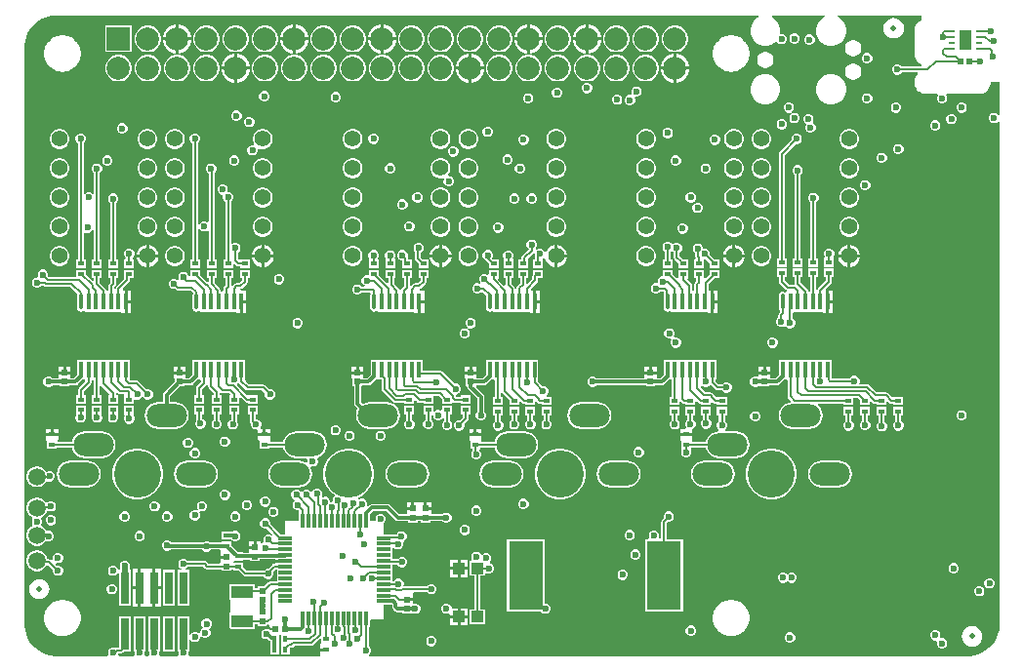
<source format=gbl>
G04*
G04 #@! TF.GenerationSoftware,Altium Limited,Altium Designer,23.9.2 (47)*
G04*
G04 Layer_Physical_Order=4*
G04 Layer_Color=16711680*
%FSLAX44Y44*%
%MOMM*%
G71*
G04*
G04 #@! TF.SameCoordinates,755CF2AA-2F68-4FBA-815F-43BC2B140BDC*
G04*
G04*
G04 #@! TF.FilePolarity,Positive*
G04*
G01*
G75*
%ADD10C,0.5000*%
%ADD13O,3.5000X2.0000*%
%ADD19C,0.2000*%
%ADD20C,0.5000*%
%ADD21C,0.3000*%
%ADD22C,4.0894*%
%ADD23R,2.0000X2.0000*%
%ADD24C,2.0000*%
%ADD25C,1.4000*%
%ADD26C,0.6000*%
%ADD28R,0.5500X0.2500*%
%ADD29R,1.0000X1.7000*%
%ADD30R,0.5200X0.5200*%
%ADD31R,0.5500X0.4500*%
%ADD32C,1.5000*%
%ADD33R,0.5200X0.5200*%
%ADD34R,0.3500X1.2000*%
%ADD35R,1.2000X0.3500*%
%ADD36R,0.6500X2.7700*%
%ADD37R,1.9000X1.1000*%
%ADD38R,0.4500X0.5500*%
%ADD39R,1.0000X1.0000*%
%ADD40R,0.3500X1.4500*%
%ADD41O,0.3500X1.4500*%
%ADD42R,3.0000X6.0000*%
G36*
X638942Y557961D02*
X639282Y556691D01*
X636618Y555153D01*
X634197Y552732D01*
X632486Y549768D01*
X631600Y546461D01*
Y543038D01*
X632486Y539732D01*
X634197Y536768D01*
X636618Y534347D01*
X639582Y532636D01*
X642888Y531750D01*
X646311D01*
X649618Y532636D01*
X652582Y534347D01*
X653698Y535463D01*
X654943Y535215D01*
X655051Y534956D01*
X656317Y533690D01*
X657971Y533005D01*
X659761D01*
X661415Y533690D01*
X662681Y534956D01*
X663366Y536610D01*
Y538400D01*
X662681Y540054D01*
X661415Y541320D01*
X659761Y542005D01*
X658638D01*
X657664Y542975D01*
X657600Y543178D01*
Y546461D01*
X656714Y549768D01*
X655003Y552732D01*
X652582Y555153D01*
X649918Y556691D01*
X650258Y557961D01*
X696092D01*
X696432Y556691D01*
X693768Y555153D01*
X691347Y552732D01*
X689636Y549768D01*
X688750Y546461D01*
Y543038D01*
X689636Y539732D01*
X691347Y536768D01*
X693768Y534347D01*
X696732Y532636D01*
X700039Y531750D01*
X703462D01*
X706768Y532636D01*
X709732Y534347D01*
X712153Y536768D01*
X713864Y539732D01*
X714750Y543038D01*
Y546461D01*
X713864Y549768D01*
X712153Y552732D01*
X709732Y555153D01*
X707068Y556691D01*
X707408Y557961D01*
X780000D01*
Y554261D01*
X779891Y554224D01*
X778066Y553171D01*
X777865Y552995D01*
X777644Y552846D01*
X776153Y551356D01*
X776005Y551134D01*
X775829Y550934D01*
X774776Y549109D01*
X774690Y548856D01*
X774572Y548617D01*
X774026Y546581D01*
X774009Y546315D01*
X773957Y546054D01*
Y523946D01*
X774009Y523685D01*
X774026Y523419D01*
X774572Y521383D01*
X774690Y521144D01*
X774776Y520891D01*
X775829Y519066D01*
X776005Y518865D01*
X776153Y518644D01*
X777644Y517153D01*
X777865Y517005D01*
X778066Y516829D01*
X779891Y515776D01*
X780000Y515739D01*
Y513553D01*
X762811D01*
X761549Y514815D01*
X759895Y515500D01*
X758105D01*
X756451Y514815D01*
X755185Y513549D01*
X754500Y511895D01*
Y510105D01*
X755185Y508451D01*
X756451Y507185D01*
X758105Y506500D01*
X759895D01*
X761549Y507185D01*
X762815Y508451D01*
X762816Y508455D01*
X776456D01*
X776982Y507185D01*
X776153Y506356D01*
X776005Y506134D01*
X775829Y505934D01*
X774776Y504109D01*
X774690Y503856D01*
X774572Y503617D01*
X774026Y501581D01*
X774009Y501315D01*
X773957Y501054D01*
Y498946D01*
X774009Y498685D01*
X774026Y498419D01*
X774572Y496383D01*
X774690Y496144D01*
X774776Y495891D01*
X775829Y494066D01*
X776005Y493865D01*
X776153Y493644D01*
X777644Y492153D01*
X777865Y492005D01*
X778066Y491829D01*
X779891Y490776D01*
X780144Y490690D01*
X780383Y490572D01*
X782419Y490027D01*
X782685Y490009D01*
X782946Y489957D01*
X793797D01*
X794323Y488687D01*
X794185Y488549D01*
X793500Y486895D01*
Y485105D01*
X794185Y483451D01*
X795451Y482185D01*
X797105Y481500D01*
X798895D01*
X800549Y482185D01*
X801815Y483451D01*
X802500Y485105D01*
Y486895D01*
X801815Y488549D01*
X801677Y488687D01*
X802203Y489957D01*
X830788D01*
X830985Y489996D01*
X831186D01*
X832732Y490304D01*
X832918Y490381D01*
X833115Y490420D01*
X834572Y491023D01*
X834739Y491135D01*
X834924Y491212D01*
X836235Y492088D01*
X836377Y492230D01*
X836544Y492341D01*
X837659Y493456D01*
X837770Y493623D01*
X837912Y493765D01*
X838788Y495076D01*
X838865Y495261D01*
X838977Y495428D01*
X839580Y496885D01*
X839619Y497082D01*
X839696Y497267D01*
X840004Y498814D01*
Y499015D01*
X840043Y499212D01*
Y500000D01*
X847961D01*
Y472062D01*
X847270Y471753D01*
X846691Y471673D01*
X845549Y472815D01*
X843895Y473500D01*
X842105D01*
X840451Y472815D01*
X839185Y471549D01*
X838500Y469895D01*
Y468105D01*
X839185Y466451D01*
X840451Y465185D01*
X842105Y464500D01*
X843895D01*
X845549Y465185D01*
X846691Y466327D01*
X847270Y466247D01*
X847961Y465938D01*
X847961Y30000D01*
X847961Y28167D01*
X847483Y24533D01*
X846534Y20993D01*
X845131Y17607D01*
X843298Y14432D01*
X841067Y11525D01*
X838475Y8933D01*
X835567Y6701D01*
X832393Y4869D01*
X829007Y3466D01*
X825467Y2517D01*
X821833Y2039D01*
X820000D01*
X301062Y2039D01*
X300752Y2731D01*
X300673Y3309D01*
X301815Y4451D01*
X302500Y6105D01*
Y7895D01*
X301815Y9549D01*
X300799Y10565D01*
Y27000D01*
X301750D01*
Y33334D01*
X302650Y34230D01*
X313500Y34180D01*
Y46250D01*
X320941D01*
Y44757D01*
X320941Y44757D01*
X321174Y43587D01*
X321837Y42594D01*
X323595Y40837D01*
X323595Y40837D01*
X324587Y40174D01*
X325757Y39941D01*
X325757Y39941D01*
X329900D01*
Y38900D01*
X338100D01*
X338100Y38900D01*
Y38900D01*
X339336Y38818D01*
X340105Y38500D01*
X341895D01*
X343549Y39185D01*
X344815Y40451D01*
X345500Y42105D01*
Y43895D01*
X344815Y45549D01*
X343549Y46815D01*
X341895Y47500D01*
X340105D01*
X339140Y48145D01*
Y49730D01*
X334000D01*
Y52270D01*
X339140D01*
Y56140D01*
X339645Y57201D01*
X351435D01*
X352451Y56185D01*
X354105Y55500D01*
X355895D01*
X357549Y56185D01*
X358815Y57451D01*
X359500Y59105D01*
Y60895D01*
X358815Y62549D01*
X357549Y63815D01*
X355895Y64500D01*
X354105D01*
X352451Y63815D01*
X351185Y62549D01*
X351082Y62299D01*
X331602D01*
X330896Y63355D01*
X331000Y63605D01*
Y65395D01*
X330315Y67049D01*
X329049Y68315D01*
X327395Y69000D01*
X325605D01*
X323951Y68315D01*
X322685Y67049D01*
X322685Y67049D01*
X321000D01*
Y71250D01*
Y81451D01*
X325478D01*
X325685Y80951D01*
X326951Y79685D01*
X328605Y79000D01*
X330395D01*
X332049Y79685D01*
X333315Y80951D01*
X334000Y82605D01*
Y84395D01*
X333315Y86049D01*
X332049Y87315D01*
X330395Y88000D01*
X328605D01*
X326951Y87315D01*
X326185Y86549D01*
X321000D01*
Y95993D01*
X321871Y96330D01*
X322270Y96366D01*
X323451Y95185D01*
X325105Y94500D01*
X326895D01*
X328549Y95185D01*
X329815Y96451D01*
X330500Y98105D01*
Y99895D01*
X330393Y100154D01*
X331093Y101781D01*
X331652Y102013D01*
X332918Y103279D01*
X333604Y104933D01*
Y106723D01*
X332918Y108377D01*
X331652Y109643D01*
X329999Y110328D01*
X328208D01*
X326554Y109643D01*
X325289Y108377D01*
X325014Y107713D01*
X321000D01*
Y107750D01*
X313500D01*
Y117165D01*
X313549Y117185D01*
X314815Y118451D01*
X315500Y120105D01*
Y121895D01*
X314815Y123549D01*
X313549Y124815D01*
X311895Y125500D01*
X310105D01*
X308451Y124815D01*
X307185Y123549D01*
X306500Y121895D01*
Y120105D01*
X306096Y119500D01*
X302014D01*
X301809Y119750D01*
Y124850D01*
X304900Y127941D01*
X315733D01*
X323837Y119837D01*
X323837Y119837D01*
X324829Y119174D01*
X326000Y118941D01*
X334900D01*
Y117900D01*
X343100D01*
Y118941D01*
X345900D01*
Y117900D01*
X354100D01*
Y118941D01*
X364695D01*
X365451Y118185D01*
X367105Y117500D01*
X368895D01*
X370549Y118185D01*
X371815Y119451D01*
X372500Y121105D01*
Y122895D01*
X371815Y124549D01*
X370549Y125815D01*
X368895Y126500D01*
X367105D01*
X365451Y125815D01*
X364695Y125059D01*
X355140D01*
Y128730D01*
X350000D01*
Y130000D01*
X348730D01*
Y135140D01*
X344860D01*
Y135140D01*
X344140D01*
Y135140D01*
X340270D01*
Y130000D01*
X339000D01*
Y128730D01*
X333860D01*
Y125059D01*
X327267D01*
X319163Y133163D01*
X318171Y133826D01*
X317000Y134059D01*
X317000Y134059D01*
X303633D01*
X303633Y134059D01*
X302463Y133826D01*
X301470Y133163D01*
X301470Y133163D01*
X300116Y131808D01*
X299039Y132528D01*
X299282Y133115D01*
Y134905D01*
X298597Y136559D01*
X297331Y137825D01*
X295677Y138510D01*
X293887D01*
X292233Y137825D01*
X291231Y138230D01*
X291579Y139660D01*
X293729Y140551D01*
X297324Y142953D01*
X300381Y146010D01*
X302782Y149604D01*
X304437Y153598D01*
X305280Y157838D01*
Y162162D01*
X304437Y166402D01*
X302782Y170396D01*
X300381Y173990D01*
X297324Y177047D01*
X293729Y179449D01*
X289735Y181104D01*
X285495Y181947D01*
X281172D01*
X276932Y181104D01*
X272938Y179449D01*
X269343Y177047D01*
X266286Y173990D01*
X263884Y170396D01*
X262230Y166402D01*
X261386Y162162D01*
Y157838D01*
X262230Y153598D01*
X263884Y149604D01*
X266286Y146010D01*
X269343Y142953D01*
X271036Y141821D01*
X270939Y140359D01*
X269934Y139354D01*
X269249Y137700D01*
Y136284D01*
X268043Y135756D01*
X267347Y136228D01*
X267249Y136318D01*
Y136644D01*
X266564Y138298D01*
X265298Y139564D01*
X263644Y140249D01*
X261854D01*
X260861Y139838D01*
X259979Y140847D01*
X260500Y142105D01*
Y143895D01*
X259815Y145549D01*
X258549Y146815D01*
X256895Y147500D01*
X255105D01*
X253451Y146815D01*
X252185Y145549D01*
X251977Y145046D01*
X251664Y144913D01*
X250519Y144845D01*
X249549Y145815D01*
X247895Y146500D01*
X246105D01*
X244451Y145815D01*
X243185Y144549D01*
X241815D01*
X240549Y145815D01*
X238895Y146500D01*
X237105D01*
X235451Y145815D01*
X234185Y144549D01*
X233500Y142895D01*
Y141105D01*
X234185Y139451D01*
X235451Y138185D01*
X235954Y137977D01*
X236087Y137664D01*
X236155Y136519D01*
X235185Y135549D01*
X234500Y133895D01*
Y132105D01*
X235185Y130451D01*
X236451Y129185D01*
X238105Y128500D01*
X239895D01*
X240227Y127327D01*
X240250Y127000D01*
X240250D01*
Y119500D01*
X228500D01*
Y107750D01*
X224605D01*
X215500Y116855D01*
Y117895D01*
X214815Y119549D01*
X213549Y120815D01*
X211895Y121500D01*
X210105D01*
X208451Y120815D01*
X207185Y119549D01*
X206500Y117895D01*
Y116105D01*
X207185Y114451D01*
X208451Y113185D01*
X210105Y112500D01*
X211895D01*
X212425Y112720D01*
X217422Y107723D01*
X216549Y106815D01*
X214895Y107500D01*
X213105D01*
X211451Y106815D01*
X210185Y105549D01*
X209500Y103895D01*
Y102105D01*
X209679Y101673D01*
X208983Y100035D01*
X208451Y99815D01*
X208351Y99715D01*
X207081Y100241D01*
Y101543D01*
X203211D01*
Y96403D01*
X201941D01*
Y95133D01*
X196801D01*
Y91510D01*
X191681D01*
Y92250D01*
X187507D01*
X181387Y98370D01*
Y101389D01*
X172887D01*
Y100698D01*
X162666D01*
X162549Y100815D01*
X160895Y101500D01*
X159105D01*
X157451Y100815D01*
X157334Y100698D01*
X129666D01*
X128549Y101815D01*
X126895Y102500D01*
X125105D01*
X123451Y101815D01*
X122185Y100549D01*
X121500Y98895D01*
Y97105D01*
X122185Y95451D01*
X123451Y94185D01*
X125105Y93500D01*
X126895D01*
X128549Y94185D01*
X128944Y94580D01*
X156132D01*
X156185Y94451D01*
X157451Y93185D01*
X159105Y92500D01*
X160895D01*
X162549Y93185D01*
X163815Y94451D01*
X163868Y94580D01*
X171784D01*
X171957Y94164D01*
X171997Y92990D01*
X171997Y92990D01*
X171997Y92990D01*
Y89120D01*
X177137D01*
Y86580D01*
X171997D01*
Y82710D01*
X170856Y82399D01*
X161623D01*
X160220Y83802D01*
X159393Y84355D01*
X158417Y84549D01*
X143815D01*
X143815Y84549D01*
X142549Y85815D01*
X140895Y86500D01*
X139105D01*
X137451Y85815D01*
X136185Y84549D01*
X135500Y82895D01*
Y81105D01*
X136185Y79451D01*
X137451Y78185D01*
X138091Y77920D01*
X137838Y76650D01*
X135250D01*
Y45950D01*
X144750D01*
Y76650D01*
X142162D01*
X141909Y77920D01*
X142549Y78185D01*
X143815Y79451D01*
X143815Y79451D01*
X157361D01*
X158765Y78048D01*
X159592Y77495D01*
X160567Y77301D01*
X173037D01*
Y75750D01*
X181237D01*
Y77126D01*
X183181D01*
Y75750D01*
X188076D01*
X191629Y72198D01*
X192456Y71645D01*
X193431Y71451D01*
X209362D01*
X209596Y70885D01*
X210862Y69620D01*
X212516Y68934D01*
X214306D01*
X215960Y69620D01*
X217226Y70885D01*
X217911Y72539D01*
Y74330D01*
X217625Y75020D01*
X219556Y76951D01*
X221000D01*
Y67049D01*
X215372D01*
X214397Y66855D01*
X213570Y66302D01*
X209841Y62574D01*
X209767Y62559D01*
X204314D01*
Y61008D01*
X202000D01*
Y64500D01*
X180000D01*
Y50500D01*
X180500D01*
Y39500D01*
X180000D01*
Y25500D01*
X202000D01*
Y29660D01*
X204199D01*
Y28108D01*
X212399D01*
Y28887D01*
X213569Y29352D01*
X214568Y28630D01*
Y26182D01*
X213298Y25333D01*
X212895Y25500D01*
X211105D01*
X209451Y24815D01*
X208185Y23549D01*
X207500Y21895D01*
Y20105D01*
X208185Y18451D01*
X209451Y17185D01*
X211105Y16500D01*
X212895D01*
X212959Y16527D01*
X213715Y15771D01*
X213715Y15771D01*
X214707Y15108D01*
X215458Y14959D01*
Y12434D01*
X215458D01*
Y11934D01*
X215458D01*
Y3434D01*
X222958D01*
Y11934D01*
X222958D01*
Y12434D01*
X222958D01*
Y20544D01*
X224458D01*
Y12434D01*
X224458Y12434D01*
Y11934D01*
X224458D01*
X224458Y11164D01*
Y3434D01*
X231958D01*
Y8329D01*
X232514Y8885D01*
X233434D01*
X234410Y9079D01*
X235237Y9632D01*
X236240Y10635D01*
X251134D01*
X252110Y10829D01*
X252936Y11382D01*
X258577Y17022D01*
X259750Y16536D01*
Y12750D01*
X258710Y12290D01*
Y8770D01*
X264000D01*
Y6230D01*
X258710D01*
Y3309D01*
X258710Y2710D01*
X257718Y2039D01*
X145019Y2039D01*
X144170Y3309D01*
X144500Y4104D01*
Y5650D01*
X144750D01*
Y16097D01*
X146020Y16350D01*
X146185Y15951D01*
X147451Y14685D01*
X149105Y14000D01*
X150895D01*
X152549Y14685D01*
X153815Y15951D01*
X154500Y17605D01*
Y18340D01*
X155770Y18866D01*
X156451Y18185D01*
X158105Y17500D01*
X159895D01*
X161549Y18185D01*
X162815Y19451D01*
X163500Y21105D01*
Y22895D01*
X162815Y24549D01*
X162322Y25042D01*
X162549Y26185D01*
X163815Y27451D01*
X164500Y29105D01*
Y30895D01*
X163815Y32549D01*
X162549Y33815D01*
X160895Y34500D01*
X159105D01*
X157451Y33815D01*
X156185Y32549D01*
X155500Y30895D01*
Y29105D01*
X156185Y27451D01*
X156678Y26958D01*
X156451Y25815D01*
X155185Y24549D01*
X154500Y22895D01*
Y22160D01*
X153230Y21634D01*
X152549Y22315D01*
X150895Y23000D01*
X149105D01*
X147451Y22315D01*
X146185Y21049D01*
X146020Y20650D01*
X144750Y20903D01*
Y36350D01*
X135250D01*
Y5650D01*
X135500D01*
Y4104D01*
X135830Y3309D01*
X134981Y2039D01*
X119619D01*
X118770Y3309D01*
X119100Y4104D01*
Y5650D01*
X119350D01*
Y36350D01*
X109850D01*
Y5650D01*
X110100D01*
Y4104D01*
X110430Y3309D01*
X109581Y2039D01*
X106919D01*
X106070Y3309D01*
X106400Y4104D01*
Y5650D01*
X106650D01*
Y36350D01*
X97150D01*
Y5650D01*
X97400D01*
Y4104D01*
X97730Y3309D01*
X96881Y2039D01*
X84019D01*
X83170Y3309D01*
X83500Y4105D01*
Y4451D01*
X85800D01*
X86776Y4645D01*
X87602Y5198D01*
X88055Y5650D01*
X93950D01*
Y36350D01*
X84450D01*
Y9549D01*
X82082D01*
X81107Y9355D01*
X80777Y9135D01*
X79895Y9500D01*
X78105D01*
X76451Y8815D01*
X75185Y7549D01*
X74500Y5895D01*
Y4105D01*
X74830Y3309D01*
X73981Y2039D01*
X30000Y2039D01*
X28168D01*
X24534Y2517D01*
X20993Y3466D01*
X17607Y4868D01*
X14432Y6701D01*
X11525Y8932D01*
X8933Y11524D01*
X6701Y14432D01*
X4869Y17606D01*
X3466Y20993D01*
X2517Y24533D01*
X2039Y28167D01*
X2039Y30000D01*
X2039Y530000D01*
X2039Y531832D01*
X2517Y535466D01*
X3466Y539007D01*
X4868Y542393D01*
X6701Y545567D01*
X8932Y548475D01*
X11524Y551067D01*
X14432Y553298D01*
X17606Y555131D01*
X20993Y556534D01*
X24533Y557482D01*
X28167Y557961D01*
X30000Y557961D01*
X638942Y557961D01*
D02*
G37*
G36*
X219960Y85770D02*
X228500D01*
Y83230D01*
X219960D01*
Y82049D01*
X218500D01*
X217525Y81855D01*
X216698Y81302D01*
X213330Y77934D01*
X212516D01*
X210862Y77249D01*
X210162Y76549D01*
X194487D01*
X191681Y79355D01*
Y83250D01*
X183873D01*
X183428Y84124D01*
X184070Y84750D01*
X191681D01*
Y85393D01*
X197841D01*
Y84303D01*
X206041D01*
Y86191D01*
X219960D01*
Y85770D01*
D02*
G37*
%LPC*%
G36*
X491751Y550240D02*
X491370D01*
Y538970D01*
X502640D01*
Y539351D01*
X501785Y542540D01*
X500135Y545400D01*
X497800Y547734D01*
X494940Y549385D01*
X491751Y550240D01*
D02*
G37*
G36*
X488830D02*
X488449D01*
X485260Y549385D01*
X482400Y547734D01*
X480065Y545400D01*
X478415Y542540D01*
X477560Y539351D01*
Y538970D01*
X488830D01*
Y550240D01*
D02*
G37*
G36*
X440951D02*
X440570D01*
Y538970D01*
X451840D01*
Y539351D01*
X450985Y542540D01*
X449334Y545400D01*
X447000Y547734D01*
X444140Y549385D01*
X440951Y550240D01*
D02*
G37*
G36*
X438030D02*
X437649D01*
X434460Y549385D01*
X431600Y547734D01*
X429266Y545400D01*
X427615Y542540D01*
X426760Y539351D01*
Y538970D01*
X438030D01*
Y550240D01*
D02*
G37*
G36*
X313951D02*
X313570D01*
Y538970D01*
X324840D01*
Y539351D01*
X323985Y542540D01*
X322335Y545400D01*
X320000Y547734D01*
X317140Y549385D01*
X313951Y550240D01*
D02*
G37*
G36*
X311030D02*
X310649D01*
X307460Y549385D01*
X304600Y547734D01*
X302265Y545400D01*
X300615Y542540D01*
X299760Y539351D01*
Y538970D01*
X311030D01*
Y550240D01*
D02*
G37*
G36*
X237751D02*
X237370D01*
Y538970D01*
X248640D01*
Y539351D01*
X247785Y542540D01*
X246134Y545400D01*
X243800Y547734D01*
X240940Y549385D01*
X237751Y550240D01*
D02*
G37*
G36*
X234830D02*
X234449D01*
X231260Y549385D01*
X228400Y547734D01*
X226066Y545400D01*
X224415Y542540D01*
X223560Y539351D01*
Y538970D01*
X234830D01*
Y550240D01*
D02*
G37*
G36*
X136151D02*
X135770D01*
Y538970D01*
X147040D01*
Y539351D01*
X146185Y542540D01*
X144535Y545400D01*
X142200Y547734D01*
X139340Y549385D01*
X136151Y550240D01*
D02*
G37*
G36*
X133230D02*
X132849D01*
X129660Y549385D01*
X126800Y547734D01*
X124466Y545400D01*
X122815Y542540D01*
X121960Y539351D01*
Y538970D01*
X133230D01*
Y550240D01*
D02*
G37*
G36*
X756000Y555826D02*
X753716Y555525D01*
X751587Y554643D01*
X749760Y553241D01*
X748357Y551413D01*
X747475Y549284D01*
X747175Y547000D01*
X747475Y544716D01*
X748357Y542587D01*
X749760Y540759D01*
X751587Y539357D01*
X753716Y538475D01*
X756000Y538175D01*
X758284Y538475D01*
X760413Y539357D01*
X762241Y540759D01*
X763643Y542587D01*
X764525Y544716D01*
X764826Y547000D01*
X764525Y549284D01*
X763643Y551413D01*
X762241Y553241D01*
X760413Y554643D01*
X758284Y555525D01*
X756000Y555826D01*
D02*
G37*
G36*
X670895Y542500D02*
X669105D01*
X667451Y541815D01*
X666185Y540549D01*
X665500Y538895D01*
Y537105D01*
X666185Y535451D01*
X667451Y534185D01*
X669105Y533500D01*
X670895D01*
X672549Y534185D01*
X673815Y535451D01*
X674500Y537105D01*
Y538895D01*
X673815Y540549D01*
X672549Y541815D01*
X670895Y542500D01*
D02*
G37*
G36*
X683895Y541500D02*
X682105D01*
X680451Y540815D01*
X679185Y539549D01*
X678500Y537895D01*
Y536105D01*
X679185Y534451D01*
X680451Y533185D01*
X682105Y532500D01*
X683895D01*
X685549Y533185D01*
X686815Y534451D01*
X687500Y536105D01*
Y537895D01*
X686815Y539549D01*
X685549Y540815D01*
X683895Y541500D01*
D02*
G37*
G36*
X567814Y549200D02*
X564786D01*
X561861Y548416D01*
X559239Y546902D01*
X557098Y544761D01*
X555584Y542139D01*
X554800Y539214D01*
Y536186D01*
X555584Y533261D01*
X557098Y530639D01*
X559239Y528498D01*
X561861Y526984D01*
X564786Y526200D01*
X567814D01*
X570739Y526984D01*
X573361Y528498D01*
X575502Y530639D01*
X577016Y533261D01*
X577800Y536186D01*
Y539214D01*
X577016Y542139D01*
X575502Y544761D01*
X573361Y546902D01*
X570739Y548416D01*
X567814Y549200D01*
D02*
G37*
G36*
X542414D02*
X539386D01*
X536461Y548416D01*
X533839Y546902D01*
X531698Y544761D01*
X530184Y542139D01*
X529400Y539214D01*
Y536186D01*
X530184Y533261D01*
X531698Y530639D01*
X533839Y528498D01*
X536461Y526984D01*
X539386Y526200D01*
X542414D01*
X545339Y526984D01*
X547961Y528498D01*
X550102Y530639D01*
X551616Y533261D01*
X552400Y536186D01*
Y539214D01*
X551616Y542139D01*
X550102Y544761D01*
X547961Y546902D01*
X545339Y548416D01*
X542414Y549200D01*
D02*
G37*
G36*
X517014D02*
X513986D01*
X511061Y548416D01*
X508439Y546902D01*
X506298Y544761D01*
X504784Y542139D01*
X504000Y539214D01*
Y536186D01*
X504784Y533261D01*
X506298Y530639D01*
X508439Y528498D01*
X511061Y526984D01*
X513986Y526200D01*
X517014D01*
X519939Y526984D01*
X522561Y528498D01*
X524702Y530639D01*
X526216Y533261D01*
X527000Y536186D01*
Y539214D01*
X526216Y542139D01*
X524702Y544761D01*
X522561Y546902D01*
X519939Y548416D01*
X517014Y549200D01*
D02*
G37*
G36*
X466214D02*
X463186D01*
X460261Y548416D01*
X457639Y546902D01*
X455498Y544761D01*
X453984Y542139D01*
X453200Y539214D01*
Y536186D01*
X453984Y533261D01*
X455498Y530639D01*
X457639Y528498D01*
X460261Y526984D01*
X463186Y526200D01*
X466214D01*
X469139Y526984D01*
X471761Y528498D01*
X473902Y530639D01*
X475416Y533261D01*
X476200Y536186D01*
Y539214D01*
X475416Y542139D01*
X473902Y544761D01*
X471761Y546902D01*
X469139Y548416D01*
X466214Y549200D01*
D02*
G37*
G36*
X415414D02*
X412386D01*
X409461Y548416D01*
X406839Y546902D01*
X404698Y544761D01*
X403184Y542139D01*
X402400Y539214D01*
Y536186D01*
X403184Y533261D01*
X404698Y530639D01*
X406839Y528498D01*
X409461Y526984D01*
X412386Y526200D01*
X415414D01*
X418339Y526984D01*
X420961Y528498D01*
X423102Y530639D01*
X424616Y533261D01*
X425400Y536186D01*
Y539214D01*
X424616Y542139D01*
X423102Y544761D01*
X420961Y546902D01*
X418339Y548416D01*
X415414Y549200D01*
D02*
G37*
G36*
X390014D02*
X386986D01*
X384061Y548416D01*
X381439Y546902D01*
X379298Y544761D01*
X377784Y542139D01*
X377000Y539214D01*
Y536186D01*
X377784Y533261D01*
X379298Y530639D01*
X381439Y528498D01*
X384061Y526984D01*
X386986Y526200D01*
X390014D01*
X392939Y526984D01*
X395561Y528498D01*
X397702Y530639D01*
X399216Y533261D01*
X400000Y536186D01*
Y539214D01*
X399216Y542139D01*
X397702Y544761D01*
X395561Y546902D01*
X392939Y548416D01*
X390014Y549200D01*
D02*
G37*
G36*
X364614D02*
X361586D01*
X358661Y548416D01*
X356039Y546902D01*
X353898Y544761D01*
X352384Y542139D01*
X351600Y539214D01*
Y536186D01*
X352384Y533261D01*
X353898Y530639D01*
X356039Y528498D01*
X358661Y526984D01*
X361586Y526200D01*
X364614D01*
X367539Y526984D01*
X370161Y528498D01*
X372302Y530639D01*
X373816Y533261D01*
X374600Y536186D01*
Y539214D01*
X373816Y542139D01*
X372302Y544761D01*
X370161Y546902D01*
X367539Y548416D01*
X364614Y549200D01*
D02*
G37*
G36*
X339214D02*
X336186D01*
X333261Y548416D01*
X330639Y546902D01*
X328498Y544761D01*
X326984Y542139D01*
X326200Y539214D01*
Y536186D01*
X326984Y533261D01*
X328498Y530639D01*
X330639Y528498D01*
X333261Y526984D01*
X336186Y526200D01*
X339214D01*
X342139Y526984D01*
X344761Y528498D01*
X346902Y530639D01*
X348416Y533261D01*
X349200Y536186D01*
Y539214D01*
X348416Y542139D01*
X346902Y544761D01*
X344761Y546902D01*
X342139Y548416D01*
X339214Y549200D01*
D02*
G37*
G36*
X288414D02*
X285386D01*
X282461Y548416D01*
X279839Y546902D01*
X277698Y544761D01*
X276184Y542139D01*
X275400Y539214D01*
Y536186D01*
X276184Y533261D01*
X277698Y530639D01*
X279839Y528498D01*
X282461Y526984D01*
X285386Y526200D01*
X288414D01*
X291339Y526984D01*
X293961Y528498D01*
X296102Y530639D01*
X297616Y533261D01*
X298400Y536186D01*
Y539214D01*
X297616Y542139D01*
X296102Y544761D01*
X293961Y546902D01*
X291339Y548416D01*
X288414Y549200D01*
D02*
G37*
G36*
X263014D02*
X259986D01*
X257061Y548416D01*
X254439Y546902D01*
X252298Y544761D01*
X250784Y542139D01*
X250000Y539214D01*
Y536186D01*
X250784Y533261D01*
X252298Y530639D01*
X254439Y528498D01*
X257061Y526984D01*
X259986Y526200D01*
X263014D01*
X265939Y526984D01*
X268561Y528498D01*
X270702Y530639D01*
X272216Y533261D01*
X273000Y536186D01*
Y539214D01*
X272216Y542139D01*
X270702Y544761D01*
X268561Y546902D01*
X265939Y548416D01*
X263014Y549200D01*
D02*
G37*
G36*
X212214D02*
X209186D01*
X206261Y548416D01*
X203639Y546902D01*
X201498Y544761D01*
X199984Y542139D01*
X199200Y539214D01*
Y536186D01*
X199984Y533261D01*
X201498Y530639D01*
X203639Y528498D01*
X206261Y526984D01*
X209186Y526200D01*
X212214D01*
X215139Y526984D01*
X217761Y528498D01*
X219902Y530639D01*
X221416Y533261D01*
X222200Y536186D01*
Y539214D01*
X221416Y542139D01*
X219902Y544761D01*
X217761Y546902D01*
X215139Y548416D01*
X212214Y549200D01*
D02*
G37*
G36*
X186814D02*
X183786D01*
X180861Y548416D01*
X178239Y546902D01*
X176098Y544761D01*
X174584Y542139D01*
X173800Y539214D01*
Y536186D01*
X174584Y533261D01*
X176098Y530639D01*
X178239Y528498D01*
X180861Y526984D01*
X183786Y526200D01*
X186814D01*
X189739Y526984D01*
X192361Y528498D01*
X194502Y530639D01*
X196016Y533261D01*
X196800Y536186D01*
Y539214D01*
X196016Y542139D01*
X194502Y544761D01*
X192361Y546902D01*
X189739Y548416D01*
X186814Y549200D01*
D02*
G37*
G36*
X161414D02*
X158386D01*
X155461Y548416D01*
X152839Y546902D01*
X150698Y544761D01*
X149184Y542139D01*
X148400Y539214D01*
Y536186D01*
X149184Y533261D01*
X150698Y530639D01*
X152839Y528498D01*
X155461Y526984D01*
X158386Y526200D01*
X161414D01*
X164339Y526984D01*
X166961Y528498D01*
X169102Y530639D01*
X170616Y533261D01*
X171400Y536186D01*
Y539214D01*
X170616Y542139D01*
X169102Y544761D01*
X166961Y546902D01*
X164339Y548416D01*
X161414Y549200D01*
D02*
G37*
G36*
X110614D02*
X107586D01*
X104661Y548416D01*
X102039Y546902D01*
X99898Y544761D01*
X98384Y542139D01*
X97600Y539214D01*
Y536186D01*
X98384Y533261D01*
X99898Y530639D01*
X102039Y528498D01*
X104661Y526984D01*
X107586Y526200D01*
X110614D01*
X113539Y526984D01*
X116161Y528498D01*
X118302Y530639D01*
X119816Y533261D01*
X120600Y536186D01*
Y539214D01*
X119816Y542139D01*
X118302Y544761D01*
X116161Y546902D01*
X113539Y548416D01*
X110614Y549200D01*
D02*
G37*
G36*
X95200D02*
X72200D01*
Y526200D01*
X95200D01*
Y549200D01*
D02*
G37*
G36*
X502640Y536430D02*
X491370D01*
Y525160D01*
X491751D01*
X494940Y526015D01*
X497800Y527665D01*
X500135Y530000D01*
X501785Y532860D01*
X502640Y536049D01*
Y536430D01*
D02*
G37*
G36*
X488830D02*
X477560D01*
Y536049D01*
X478415Y532860D01*
X480065Y530000D01*
X482400Y527665D01*
X485260Y526015D01*
X488449Y525160D01*
X488830D01*
Y536430D01*
D02*
G37*
G36*
X451840D02*
X440570D01*
Y525160D01*
X440951D01*
X444140Y526015D01*
X447000Y527665D01*
X449334Y530000D01*
X450985Y532860D01*
X451840Y536049D01*
Y536430D01*
D02*
G37*
G36*
X438030D02*
X426760D01*
Y536049D01*
X427615Y532860D01*
X429266Y530000D01*
X431600Y527665D01*
X434460Y526015D01*
X437649Y525160D01*
X438030D01*
Y536430D01*
D02*
G37*
G36*
X324840D02*
X313570D01*
Y525160D01*
X313951D01*
X317140Y526015D01*
X320000Y527665D01*
X322335Y530000D01*
X323985Y532860D01*
X324840Y536049D01*
Y536430D01*
D02*
G37*
G36*
X311030D02*
X299760D01*
Y536049D01*
X300615Y532860D01*
X302265Y530000D01*
X304600Y527665D01*
X307460Y526015D01*
X310649Y525160D01*
X311030D01*
Y536430D01*
D02*
G37*
G36*
X248640D02*
X237370D01*
Y525160D01*
X237751D01*
X240940Y526015D01*
X243800Y527665D01*
X246134Y530000D01*
X247785Y532860D01*
X248640Y536049D01*
Y536430D01*
D02*
G37*
G36*
X234830D02*
X223560D01*
Y536049D01*
X224415Y532860D01*
X226066Y530000D01*
X228400Y527665D01*
X231260Y526015D01*
X234449Y525160D01*
X234830D01*
Y536430D01*
D02*
G37*
G36*
X147040D02*
X135770D01*
Y525160D01*
X136151D01*
X139340Y526015D01*
X142200Y527665D01*
X144535Y530000D01*
X146185Y532860D01*
X147040Y536049D01*
Y536430D01*
D02*
G37*
G36*
X133230D02*
X121960D01*
Y536049D01*
X122815Y532860D01*
X124466Y530000D01*
X126800Y527665D01*
X129660Y526015D01*
X132849Y525160D01*
X133230D01*
Y536430D01*
D02*
G37*
G36*
X721722Y536510D02*
X719878D01*
X718098Y536033D01*
X716502Y535111D01*
X715199Y533808D01*
X714277Y532212D01*
X713800Y530432D01*
Y528588D01*
X714277Y526808D01*
X715199Y525212D01*
X716502Y523909D01*
X718098Y522987D01*
X719878Y522510D01*
X721722D01*
X723502Y522987D01*
X725098Y523909D01*
X726401Y525212D01*
X727323Y526808D01*
X727800Y528588D01*
Y530432D01*
X727323Y532212D01*
X726401Y533808D01*
X725098Y535111D01*
X723502Y536033D01*
X721722Y536510D01*
D02*
G37*
G36*
X733895Y525500D02*
X732105D01*
X730451Y524815D01*
X729185Y523549D01*
X728500Y521895D01*
Y520105D01*
X729185Y518451D01*
X730451Y517185D01*
X732105Y516500D01*
X733895D01*
X735549Y517185D01*
X736815Y518451D01*
X737500Y520105D01*
Y521895D01*
X736815Y523549D01*
X735549Y524815D01*
X733895Y525500D01*
D02*
G37*
G36*
X567951Y524840D02*
X567570D01*
Y513570D01*
X578840D01*
Y513951D01*
X577985Y517140D01*
X576334Y520000D01*
X574000Y522335D01*
X571140Y523985D01*
X567951Y524840D01*
D02*
G37*
G36*
X565030D02*
X564649D01*
X561460Y523985D01*
X558600Y522335D01*
X556265Y520000D01*
X554615Y517140D01*
X553760Y513951D01*
Y513570D01*
X565030D01*
Y524840D01*
D02*
G37*
G36*
X390151D02*
X389770D01*
Y513570D01*
X401040D01*
Y513951D01*
X400185Y517140D01*
X398535Y520000D01*
X396200Y522335D01*
X393340Y523985D01*
X390151Y524840D01*
D02*
G37*
G36*
X387230D02*
X386849D01*
X383660Y523985D01*
X380800Y522335D01*
X378465Y520000D01*
X376815Y517140D01*
X375960Y513951D01*
Y513570D01*
X387230D01*
Y524840D01*
D02*
G37*
G36*
X186951D02*
X186570D01*
Y513570D01*
X197840D01*
Y513951D01*
X196985Y517140D01*
X195334Y520000D01*
X193000Y522335D01*
X190140Y523985D01*
X186951Y524840D01*
D02*
G37*
G36*
X184030D02*
X183649D01*
X180460Y523985D01*
X177600Y522335D01*
X175266Y520000D01*
X173615Y517140D01*
X172760Y513951D01*
Y513570D01*
X184030D01*
Y524840D01*
D02*
G37*
G36*
X645522Y526350D02*
X643678D01*
X641898Y525873D01*
X640302Y524951D01*
X638999Y523648D01*
X638077Y522052D01*
X637600Y520272D01*
Y518428D01*
X638077Y516648D01*
X638999Y515052D01*
X640302Y513749D01*
X641898Y512827D01*
X643678Y512350D01*
X645522D01*
X647302Y512827D01*
X648898Y513749D01*
X650201Y515052D01*
X651123Y516648D01*
X651600Y518428D01*
Y520272D01*
X651123Y522052D01*
X650201Y523648D01*
X648898Y524951D01*
X647302Y525873D01*
X645522Y526350D01*
D02*
G37*
G36*
X616354Y540789D02*
X613646D01*
X613449Y540750D01*
X613248D01*
X610591Y540222D01*
X610406Y540145D01*
X610209Y540106D01*
X607706Y539069D01*
X607539Y538957D01*
X607354Y538881D01*
X605102Y537376D01*
X604960Y537234D01*
X604793Y537122D01*
X602878Y535207D01*
X602766Y535040D01*
X602624Y534898D01*
X601119Y532646D01*
X601043Y532460D01*
X600931Y532293D01*
X599894Y529791D01*
X599855Y529594D01*
X599778Y529408D01*
X599250Y526752D01*
Y526551D01*
X599211Y526354D01*
Y523646D01*
X599250Y523449D01*
Y523248D01*
X599778Y520591D01*
X599855Y520406D01*
X599894Y520209D01*
X600931Y517706D01*
X601043Y517539D01*
X601119Y517354D01*
X602624Y515102D01*
X602766Y514960D01*
X602878Y514793D01*
X604793Y512878D01*
X604960Y512766D01*
X605102Y512624D01*
X607354Y511119D01*
X607540Y511043D01*
X607706Y510931D01*
X610209Y509894D01*
X610406Y509855D01*
X610591Y509778D01*
X613248Y509250D01*
X613449D01*
X613646Y509211D01*
X616354D01*
X616551Y509250D01*
X616752D01*
X619408Y509778D01*
X619594Y509855D01*
X619791Y509894D01*
X622293Y510931D01*
X622460Y511043D01*
X622646Y511119D01*
X624898Y512624D01*
X625040Y512766D01*
X625207Y512878D01*
X627122Y514793D01*
X627234Y514960D01*
X627376Y515102D01*
X628881Y517354D01*
X628957Y517540D01*
X629069Y517706D01*
X630106Y520209D01*
X630145Y520406D01*
X630222Y520591D01*
X630750Y523248D01*
Y523449D01*
X630789Y523646D01*
Y526354D01*
X630750Y526551D01*
Y526752D01*
X630222Y529408D01*
X630145Y529594D01*
X630106Y529791D01*
X629069Y532293D01*
X628957Y532460D01*
X628881Y532646D01*
X627376Y534898D01*
X627234Y535040D01*
X627122Y535207D01*
X625207Y537122D01*
X625040Y537234D01*
X624898Y537376D01*
X622646Y538881D01*
X622460Y538957D01*
X622293Y539069D01*
X619791Y540106D01*
X619594Y540145D01*
X619408Y540222D01*
X616752Y540750D01*
X616551D01*
X616354Y540789D01*
D02*
G37*
G36*
X36354D02*
X33646D01*
X33449Y540750D01*
X33248D01*
X30591Y540222D01*
X30406Y540145D01*
X30209Y540106D01*
X27706Y539069D01*
X27540Y538957D01*
X27354Y538881D01*
X25102Y537376D01*
X24960Y537234D01*
X24793Y537122D01*
X22878Y535207D01*
X22766Y535040D01*
X22624Y534898D01*
X21119Y532646D01*
X21042Y532460D01*
X20931Y532293D01*
X19894Y529791D01*
X19855Y529594D01*
X19778Y529408D01*
X19250Y526752D01*
Y526551D01*
X19211Y526354D01*
Y523646D01*
X19250Y523449D01*
Y523248D01*
X19778Y520591D01*
X19855Y520406D01*
X19894Y520209D01*
X20931Y517706D01*
X21042Y517539D01*
X21119Y517354D01*
X22624Y515102D01*
X22766Y514960D01*
X22878Y514793D01*
X24793Y512878D01*
X24960Y512766D01*
X25102Y512624D01*
X27354Y511119D01*
X27540Y511043D01*
X27706Y510931D01*
X30209Y509894D01*
X30406Y509855D01*
X30591Y509778D01*
X33248Y509250D01*
X33449D01*
X33646Y509211D01*
X36354D01*
X36551Y509250D01*
X36752D01*
X39409Y509778D01*
X39594Y509855D01*
X39791Y509894D01*
X42293Y510931D01*
X42460Y511043D01*
X42646Y511119D01*
X44898Y512624D01*
X45040Y512766D01*
X45207Y512878D01*
X47122Y514793D01*
X47234Y514960D01*
X47376Y515102D01*
X48881Y517354D01*
X48958Y517540D01*
X49069Y517706D01*
X50106Y520209D01*
X50145Y520406D01*
X50222Y520591D01*
X50750Y523248D01*
Y523449D01*
X50789Y523646D01*
Y526354D01*
X50750Y526551D01*
Y526752D01*
X50222Y529408D01*
X50145Y529594D01*
X50106Y529791D01*
X49069Y532293D01*
X48958Y532460D01*
X48881Y532646D01*
X47376Y534898D01*
X47234Y535040D01*
X47122Y535207D01*
X45207Y537122D01*
X45040Y537234D01*
X44898Y537376D01*
X42646Y538881D01*
X42460Y538957D01*
X42293Y539069D01*
X39791Y540106D01*
X39594Y540145D01*
X39409Y540222D01*
X36752Y540750D01*
X36551D01*
X36354Y540789D01*
D02*
G37*
G36*
X721722Y516190D02*
X719878D01*
X718098Y515713D01*
X716502Y514791D01*
X715199Y513488D01*
X714277Y511892D01*
X713800Y510112D01*
Y508268D01*
X714277Y506488D01*
X715199Y504892D01*
X716502Y503589D01*
X718098Y502667D01*
X719878Y502190D01*
X721722D01*
X723502Y502667D01*
X725098Y503589D01*
X726401Y504892D01*
X727323Y506488D01*
X727800Y508268D01*
Y510112D01*
X727323Y511892D01*
X726401Y513488D01*
X725098Y514791D01*
X723502Y515713D01*
X721722Y516190D01*
D02*
G37*
G36*
X542414Y523800D02*
X539386D01*
X536461Y523016D01*
X533839Y521502D01*
X531698Y519361D01*
X530184Y516739D01*
X529400Y513814D01*
Y510786D01*
X530184Y507861D01*
X531698Y505239D01*
X533839Y503098D01*
X536461Y501584D01*
X539386Y500800D01*
X542414D01*
X545339Y501584D01*
X547961Y503098D01*
X550102Y505239D01*
X551616Y507861D01*
X552400Y510786D01*
Y513814D01*
X551616Y516739D01*
X550102Y519361D01*
X547961Y521502D01*
X545339Y523016D01*
X542414Y523800D01*
D02*
G37*
G36*
X517014D02*
X513986D01*
X511061Y523016D01*
X508439Y521502D01*
X506298Y519361D01*
X504784Y516739D01*
X504000Y513814D01*
Y510786D01*
X504784Y507861D01*
X506298Y505239D01*
X508439Y503098D01*
X511061Y501584D01*
X513986Y500800D01*
X517014D01*
X519939Y501584D01*
X522561Y503098D01*
X524702Y505239D01*
X526216Y507861D01*
X527000Y510786D01*
Y513814D01*
X526216Y516739D01*
X524702Y519361D01*
X522561Y521502D01*
X519939Y523016D01*
X517014Y523800D01*
D02*
G37*
G36*
X491614D02*
X488586D01*
X485661Y523016D01*
X483039Y521502D01*
X480898Y519361D01*
X479384Y516739D01*
X478600Y513814D01*
Y510786D01*
X479384Y507861D01*
X480898Y505239D01*
X483039Y503098D01*
X485661Y501584D01*
X488586Y500800D01*
X491614D01*
X494539Y501584D01*
X497161Y503098D01*
X499302Y505239D01*
X500816Y507861D01*
X501600Y510786D01*
Y513814D01*
X500816Y516739D01*
X499302Y519361D01*
X497161Y521502D01*
X494539Y523016D01*
X491614Y523800D01*
D02*
G37*
G36*
X466214D02*
X463186D01*
X460261Y523016D01*
X457639Y521502D01*
X455498Y519361D01*
X453984Y516739D01*
X453200Y513814D01*
Y510786D01*
X453984Y507861D01*
X455498Y505239D01*
X457639Y503098D01*
X460261Y501584D01*
X463186Y500800D01*
X466214D01*
X469139Y501584D01*
X471761Y503098D01*
X473902Y505239D01*
X475416Y507861D01*
X476200Y510786D01*
Y513814D01*
X475416Y516739D01*
X473902Y519361D01*
X471761Y521502D01*
X469139Y523016D01*
X466214Y523800D01*
D02*
G37*
G36*
X440814D02*
X437786D01*
X434861Y523016D01*
X432239Y521502D01*
X430098Y519361D01*
X428584Y516739D01*
X427800Y513814D01*
Y510786D01*
X428584Y507861D01*
X430098Y505239D01*
X432239Y503098D01*
X434861Y501584D01*
X437786Y500800D01*
X440814D01*
X443739Y501584D01*
X446361Y503098D01*
X448502Y505239D01*
X450016Y507861D01*
X450800Y510786D01*
Y513814D01*
X450016Y516739D01*
X448502Y519361D01*
X446361Y521502D01*
X443739Y523016D01*
X440814Y523800D01*
D02*
G37*
G36*
X415414D02*
X412386D01*
X409461Y523016D01*
X406839Y521502D01*
X404698Y519361D01*
X403184Y516739D01*
X402400Y513814D01*
Y510786D01*
X403184Y507861D01*
X404698Y505239D01*
X406839Y503098D01*
X409461Y501584D01*
X412386Y500800D01*
X415414D01*
X418339Y501584D01*
X420961Y503098D01*
X423102Y505239D01*
X424616Y507861D01*
X425400Y510786D01*
Y513814D01*
X424616Y516739D01*
X423102Y519361D01*
X420961Y521502D01*
X418339Y523016D01*
X415414Y523800D01*
D02*
G37*
G36*
X364614D02*
X361586D01*
X358661Y523016D01*
X356039Y521502D01*
X353898Y519361D01*
X352384Y516739D01*
X351600Y513814D01*
Y510786D01*
X352384Y507861D01*
X353898Y505239D01*
X356039Y503098D01*
X358661Y501584D01*
X361586Y500800D01*
X364614D01*
X367539Y501584D01*
X370161Y503098D01*
X372302Y505239D01*
X373816Y507861D01*
X374600Y510786D01*
Y513814D01*
X373816Y516739D01*
X372302Y519361D01*
X370161Y521502D01*
X367539Y523016D01*
X364614Y523800D01*
D02*
G37*
G36*
X339214D02*
X336186D01*
X333261Y523016D01*
X330639Y521502D01*
X328498Y519361D01*
X326984Y516739D01*
X326200Y513814D01*
Y510786D01*
X326984Y507861D01*
X328498Y505239D01*
X330639Y503098D01*
X333261Y501584D01*
X336186Y500800D01*
X339214D01*
X342139Y501584D01*
X344761Y503098D01*
X346902Y505239D01*
X348416Y507861D01*
X349200Y510786D01*
Y513814D01*
X348416Y516739D01*
X346902Y519361D01*
X344761Y521502D01*
X342139Y523016D01*
X339214Y523800D01*
D02*
G37*
G36*
X313814D02*
X310786D01*
X307861Y523016D01*
X305239Y521502D01*
X303098Y519361D01*
X301584Y516739D01*
X300800Y513814D01*
Y510786D01*
X301584Y507861D01*
X303098Y505239D01*
X305239Y503098D01*
X307861Y501584D01*
X310786Y500800D01*
X313814D01*
X316739Y501584D01*
X319361Y503098D01*
X321502Y505239D01*
X323016Y507861D01*
X323800Y510786D01*
Y513814D01*
X323016Y516739D01*
X321502Y519361D01*
X319361Y521502D01*
X316739Y523016D01*
X313814Y523800D01*
D02*
G37*
G36*
X288414D02*
X285386D01*
X282461Y523016D01*
X279839Y521502D01*
X277698Y519361D01*
X276184Y516739D01*
X275400Y513814D01*
Y510786D01*
X276184Y507861D01*
X277698Y505239D01*
X279839Y503098D01*
X282461Y501584D01*
X285386Y500800D01*
X288414D01*
X291339Y501584D01*
X293961Y503098D01*
X296102Y505239D01*
X297616Y507861D01*
X298400Y510786D01*
Y513814D01*
X297616Y516739D01*
X296102Y519361D01*
X293961Y521502D01*
X291339Y523016D01*
X288414Y523800D01*
D02*
G37*
G36*
X263014D02*
X259986D01*
X257061Y523016D01*
X254439Y521502D01*
X252298Y519361D01*
X250784Y516739D01*
X250000Y513814D01*
Y510786D01*
X250784Y507861D01*
X252298Y505239D01*
X254439Y503098D01*
X257061Y501584D01*
X259986Y500800D01*
X263014D01*
X265939Y501584D01*
X268561Y503098D01*
X270702Y505239D01*
X272216Y507861D01*
X273000Y510786D01*
Y513814D01*
X272216Y516739D01*
X270702Y519361D01*
X268561Y521502D01*
X265939Y523016D01*
X263014Y523800D01*
D02*
G37*
G36*
X237614D02*
X234586D01*
X231661Y523016D01*
X229039Y521502D01*
X226898Y519361D01*
X225384Y516739D01*
X224600Y513814D01*
Y510786D01*
X225384Y507861D01*
X226898Y505239D01*
X229039Y503098D01*
X231661Y501584D01*
X234586Y500800D01*
X237614D01*
X240539Y501584D01*
X243161Y503098D01*
X245302Y505239D01*
X246816Y507861D01*
X247600Y510786D01*
Y513814D01*
X246816Y516739D01*
X245302Y519361D01*
X243161Y521502D01*
X240539Y523016D01*
X237614Y523800D01*
D02*
G37*
G36*
X212214D02*
X209186D01*
X206261Y523016D01*
X203639Y521502D01*
X201498Y519361D01*
X199984Y516739D01*
X199200Y513814D01*
Y510786D01*
X199984Y507861D01*
X201498Y505239D01*
X203639Y503098D01*
X206261Y501584D01*
X209186Y500800D01*
X212214D01*
X215139Y501584D01*
X217761Y503098D01*
X219902Y505239D01*
X221416Y507861D01*
X222200Y510786D01*
Y513814D01*
X221416Y516739D01*
X219902Y519361D01*
X217761Y521502D01*
X215139Y523016D01*
X212214Y523800D01*
D02*
G37*
G36*
X161414D02*
X158386D01*
X155461Y523016D01*
X152839Y521502D01*
X150698Y519361D01*
X149184Y516739D01*
X148400Y513814D01*
Y510786D01*
X149184Y507861D01*
X150698Y505239D01*
X152839Y503098D01*
X155461Y501584D01*
X158386Y500800D01*
X161414D01*
X164339Y501584D01*
X166961Y503098D01*
X169102Y505239D01*
X170616Y507861D01*
X171400Y510786D01*
Y513814D01*
X170616Y516739D01*
X169102Y519361D01*
X166961Y521502D01*
X164339Y523016D01*
X161414Y523800D01*
D02*
G37*
G36*
X136014D02*
X132986D01*
X130061Y523016D01*
X127439Y521502D01*
X125298Y519361D01*
X123784Y516739D01*
X123000Y513814D01*
Y510786D01*
X123784Y507861D01*
X125298Y505239D01*
X127439Y503098D01*
X130061Y501584D01*
X132986Y500800D01*
X136014D01*
X138939Y501584D01*
X141561Y503098D01*
X143702Y505239D01*
X145216Y507861D01*
X146000Y510786D01*
Y513814D01*
X145216Y516739D01*
X143702Y519361D01*
X141561Y521502D01*
X138939Y523016D01*
X136014Y523800D01*
D02*
G37*
G36*
X110614D02*
X107586D01*
X104661Y523016D01*
X102039Y521502D01*
X99898Y519361D01*
X98384Y516739D01*
X97600Y513814D01*
Y510786D01*
X98384Y507861D01*
X99898Y505239D01*
X102039Y503098D01*
X104661Y501584D01*
X107586Y500800D01*
X110614D01*
X113539Y501584D01*
X116161Y503098D01*
X118302Y505239D01*
X119816Y507861D01*
X120600Y510786D01*
Y513814D01*
X119816Y516739D01*
X118302Y519361D01*
X116161Y521502D01*
X113539Y523016D01*
X110614Y523800D01*
D02*
G37*
G36*
X85214D02*
X82186D01*
X79261Y523016D01*
X76639Y521502D01*
X74498Y519361D01*
X72984Y516739D01*
X72200Y513814D01*
Y510786D01*
X72984Y507861D01*
X74498Y505239D01*
X76639Y503098D01*
X79261Y501584D01*
X82186Y500800D01*
X85214D01*
X88139Y501584D01*
X90761Y503098D01*
X92902Y505239D01*
X94416Y507861D01*
X95200Y510786D01*
Y513814D01*
X94416Y516739D01*
X92902Y519361D01*
X90761Y521502D01*
X88139Y523016D01*
X85214Y523800D01*
D02*
G37*
G36*
X578840Y511030D02*
X567570D01*
Y499760D01*
X567951D01*
X571140Y500615D01*
X574000Y502266D01*
X576334Y504600D01*
X577985Y507460D01*
X578840Y510649D01*
Y511030D01*
D02*
G37*
G36*
X565030D02*
X553760D01*
Y510649D01*
X554615Y507460D01*
X556265Y504600D01*
X558600Y502266D01*
X561460Y500615D01*
X564649Y499760D01*
X565030D01*
Y511030D01*
D02*
G37*
G36*
X401040D02*
X389770D01*
Y499760D01*
X390151D01*
X393340Y500615D01*
X396200Y502266D01*
X398535Y504600D01*
X400185Y507460D01*
X401040Y510649D01*
Y511030D01*
D02*
G37*
G36*
X387230D02*
X375960D01*
Y510649D01*
X376815Y507460D01*
X378465Y504600D01*
X380800Y502266D01*
X383660Y500615D01*
X386849Y499760D01*
X387230D01*
Y511030D01*
D02*
G37*
G36*
X197840D02*
X186570D01*
Y499760D01*
X186951D01*
X190140Y500615D01*
X193000Y502266D01*
X195334Y504600D01*
X196985Y507460D01*
X197840Y510649D01*
Y511030D01*
D02*
G37*
G36*
X184030D02*
X172760D01*
Y510649D01*
X173615Y507460D01*
X175266Y504600D01*
X177600Y502266D01*
X180460Y500615D01*
X183649Y499760D01*
X184030D01*
Y511030D01*
D02*
G37*
G36*
X490895Y499500D02*
X489105D01*
X487451Y498815D01*
X486185Y497549D01*
X485500Y495895D01*
Y494105D01*
X486185Y492451D01*
X487451Y491185D01*
X489105Y490500D01*
X490895D01*
X492549Y491185D01*
X493815Y492451D01*
X494500Y494105D01*
Y495895D01*
X493815Y497549D01*
X492549Y498815D01*
X490895Y499500D01*
D02*
G37*
G36*
X464895Y495500D02*
X463105D01*
X461451Y494815D01*
X460185Y493549D01*
X459500Y491895D01*
Y490105D01*
X460185Y488451D01*
X461451Y487185D01*
X463105Y486500D01*
X464895D01*
X466549Y487185D01*
X467815Y488451D01*
X468500Y490105D01*
Y491895D01*
X467815Y493549D01*
X466549Y494815D01*
X464895Y495500D01*
D02*
G37*
G36*
X210895Y492500D02*
X209105D01*
X207451Y491815D01*
X206185Y490549D01*
X205500Y488895D01*
Y487105D01*
X206185Y485451D01*
X207451Y484185D01*
X209105Y483500D01*
X210895D01*
X212549Y484185D01*
X213815Y485451D01*
X214500Y487105D01*
Y488895D01*
X213815Y490549D01*
X212549Y491815D01*
X210895Y492500D01*
D02*
G37*
G36*
X272880Y491515D02*
X271090D01*
X269436Y490830D01*
X268171Y489564D01*
X267485Y487910D01*
Y486119D01*
X268171Y484465D01*
X269436Y483200D01*
X271090Y482515D01*
X272880D01*
X274534Y483200D01*
X275800Y484465D01*
X276485Y486119D01*
Y487910D01*
X275800Y489564D01*
X274534Y490830D01*
X272880Y491515D01*
D02*
G37*
G36*
X733895Y490500D02*
X732105D01*
X730451Y489815D01*
X729185Y488549D01*
X728500Y486895D01*
Y485105D01*
X729185Y483451D01*
X730451Y482185D01*
X732105Y481500D01*
X733895D01*
X735549Y482185D01*
X736815Y483451D01*
X737500Y485105D01*
Y486895D01*
X736815Y488549D01*
X735549Y489815D01*
X733895Y490500D01*
D02*
G37*
G36*
X439895D02*
X438105D01*
X436451Y489815D01*
X435185Y488549D01*
X434500Y486895D01*
Y485105D01*
X435185Y483451D01*
X436451Y482185D01*
X438105Y481500D01*
X439895D01*
X441549Y482185D01*
X442815Y483451D01*
X443500Y485105D01*
Y486895D01*
X442815Y488549D01*
X441549Y489815D01*
X439895Y490500D01*
D02*
G37*
G36*
X703462Y506950D02*
X700039D01*
X696732Y506064D01*
X693768Y504353D01*
X691347Y501932D01*
X689636Y498968D01*
X688750Y495662D01*
Y492239D01*
X689636Y488932D01*
X691347Y485968D01*
X693768Y483547D01*
X696732Y481836D01*
X700039Y480950D01*
X703462D01*
X706768Y481836D01*
X709732Y483547D01*
X712153Y485968D01*
X713864Y488932D01*
X714750Y492239D01*
Y495662D01*
X713864Y498968D01*
X712153Y501932D01*
X709732Y504353D01*
X706768Y506064D01*
X703462Y506950D01*
D02*
G37*
G36*
X646311D02*
X642888D01*
X639582Y506064D01*
X636618Y504353D01*
X634197Y501932D01*
X632486Y498968D01*
X631600Y495662D01*
Y492239D01*
X632486Y488932D01*
X634197Y485968D01*
X636618Y483547D01*
X639582Y481836D01*
X642888Y480950D01*
X646311D01*
X649618Y481836D01*
X652582Y483547D01*
X655003Y485968D01*
X656714Y488932D01*
X657600Y492239D01*
Y495662D01*
X656714Y498968D01*
X655003Y501932D01*
X652582Y504353D01*
X649618Y506064D01*
X646311Y506950D01*
D02*
G37*
G36*
X516895Y489500D02*
X515105D01*
X513451Y488815D01*
X512185Y487549D01*
X511500Y485895D01*
Y484105D01*
X512185Y482451D01*
X513451Y481185D01*
X515105Y480500D01*
X516895D01*
X518549Y481185D01*
X519815Y482451D01*
X520500Y484105D01*
Y485895D01*
X519815Y487549D01*
X518549Y488815D01*
X516895Y489500D01*
D02*
G37*
G36*
X533895Y496500D02*
X532105D01*
X530451Y495815D01*
X529185Y494549D01*
X528500Y492895D01*
Y491105D01*
X528914Y490106D01*
X528636Y489650D01*
X527994Y489008D01*
X526455D01*
X524801Y488323D01*
X523535Y487057D01*
X522850Y485403D01*
Y483613D01*
X523535Y481959D01*
X524801Y480693D01*
X526455Y480008D01*
X528245D01*
X529899Y480693D01*
X531165Y481959D01*
X531850Y483613D01*
Y485403D01*
X531436Y486402D01*
X531714Y486859D01*
X532356Y487500D01*
X533895D01*
X535549Y488185D01*
X536815Y489451D01*
X537500Y491105D01*
Y492895D01*
X536815Y494549D01*
X535549Y495815D01*
X533895Y496500D01*
D02*
G37*
G36*
X815895Y482500D02*
X814105D01*
X812451Y481815D01*
X811185Y480549D01*
X810500Y478895D01*
Y477105D01*
X811185Y475451D01*
X812451Y474185D01*
X814105Y473500D01*
X815895D01*
X817549Y474185D01*
X818815Y475451D01*
X819500Y477105D01*
Y478895D01*
X818815Y480549D01*
X817549Y481815D01*
X815895Y482500D01*
D02*
G37*
G36*
X758895D02*
X757105D01*
X755451Y481815D01*
X754185Y480549D01*
X753500Y478895D01*
Y477105D01*
X754185Y475451D01*
X755451Y474185D01*
X757105Y473500D01*
X758895D01*
X760549Y474185D01*
X761815Y475451D01*
X762500Y477105D01*
Y478895D01*
X761815Y480549D01*
X760549Y481815D01*
X758895Y482500D01*
D02*
G37*
G36*
X186895Y475500D02*
X185105D01*
X183451Y474815D01*
X182185Y473549D01*
X181500Y471895D01*
Y470105D01*
X182185Y468451D01*
X183451Y467185D01*
X185105Y466500D01*
X186895D01*
X188549Y467185D01*
X189815Y468451D01*
X190500Y470105D01*
Y471895D01*
X189815Y473549D01*
X188549Y474815D01*
X186895Y475500D01*
D02*
G37*
G36*
X665895Y482500D02*
X664105D01*
X662451Y481815D01*
X661185Y480549D01*
X660500Y478895D01*
Y477105D01*
X661185Y475451D01*
X662451Y474185D01*
X664105Y473500D01*
X665895D01*
X666888Y473911D01*
X667451Y472815D01*
X667070Y472434D01*
X666185Y471549D01*
X665500Y469895D01*
Y468105D01*
X666185Y466451D01*
X667451Y465185D01*
X669105Y464500D01*
X670895D01*
X672549Y465185D01*
X673815Y466451D01*
X674500Y468105D01*
Y469895D01*
X673815Y471549D01*
X672549Y472815D01*
X670895Y473500D01*
X669105D01*
X668112Y473089D01*
X667549Y474185D01*
X667930Y474566D01*
X668815Y475451D01*
X669500Y477105D01*
Y478895D01*
X668815Y480549D01*
X667549Y481815D01*
X665895Y482500D01*
D02*
G37*
G36*
X806895Y472500D02*
X805105D01*
X803451Y471815D01*
X802185Y470549D01*
X801500Y468895D01*
Y467105D01*
X802185Y465451D01*
X803451Y464185D01*
X805105Y463500D01*
X806895D01*
X808549Y464185D01*
X809815Y465451D01*
X810500Y467105D01*
Y468895D01*
X809815Y470549D01*
X808549Y471815D01*
X806895Y472500D01*
D02*
G37*
G36*
X197895Y470000D02*
X196105D01*
X194451Y469315D01*
X193185Y468049D01*
X192500Y466395D01*
Y464605D01*
X193185Y462951D01*
X194451Y461685D01*
X196105Y461000D01*
X197895D01*
X199549Y461685D01*
X200815Y462951D01*
X201500Y464605D01*
Y466395D01*
X200815Y468049D01*
X199549Y469315D01*
X197895Y470000D01*
D02*
G37*
G36*
X659895Y468000D02*
X658105D01*
X656451Y467315D01*
X655185Y466049D01*
X654500Y464395D01*
Y462605D01*
X655185Y460951D01*
X656451Y459685D01*
X658105Y459000D01*
X659895D01*
X661549Y459685D01*
X662815Y460951D01*
X663500Y462605D01*
Y464395D01*
X662815Y466049D01*
X661549Y467315D01*
X659895Y468000D01*
D02*
G37*
G36*
X792895Y467000D02*
X791105D01*
X789451Y466315D01*
X788185Y465049D01*
X787500Y463395D01*
Y461605D01*
X788185Y459951D01*
X789451Y458685D01*
X791105Y458000D01*
X792895D01*
X794549Y458685D01*
X795815Y459951D01*
X796500Y461605D01*
Y463395D01*
X795815Y465049D01*
X794549Y466315D01*
X792895Y467000D01*
D02*
G37*
G36*
X682895Y472500D02*
X681105D01*
X679451Y471815D01*
X678185Y470549D01*
X677500Y468895D01*
Y467105D01*
X678185Y465451D01*
X679451Y464185D01*
X679856Y464017D01*
X680004Y463273D01*
X679319Y461619D01*
Y459829D01*
X680004Y458175D01*
X681270Y456909D01*
X682924Y456224D01*
X684714D01*
X686368Y456909D01*
X687634Y458175D01*
X688319Y459829D01*
Y461619D01*
X687634Y463273D01*
X686368Y464539D01*
X685963Y464707D01*
X685815Y465451D01*
X686500Y467105D01*
Y468895D01*
X685815Y470549D01*
X684549Y471815D01*
X682895Y472500D01*
D02*
G37*
G36*
X87895Y464500D02*
X86105D01*
X84451Y463815D01*
X83185Y462549D01*
X82500Y460895D01*
Y459105D01*
X83185Y457451D01*
X84451Y456185D01*
X86105Y455500D01*
X87895D01*
X89549Y456185D01*
X90815Y457451D01*
X91500Y459105D01*
Y460895D01*
X90815Y462549D01*
X89549Y463815D01*
X87895Y464500D01*
D02*
G37*
G36*
X404895Y461500D02*
X403105D01*
X401451Y460815D01*
X400185Y459549D01*
X399500Y457895D01*
Y456105D01*
X400185Y454451D01*
X401451Y453185D01*
X403105Y452500D01*
X404895D01*
X406549Y453185D01*
X407815Y454451D01*
X408500Y456105D01*
Y457895D01*
X407815Y459549D01*
X406549Y460815D01*
X404895Y461500D01*
D02*
G37*
G36*
X560895Y460500D02*
X559105D01*
X557451Y459815D01*
X556185Y458549D01*
X555500Y456895D01*
Y455105D01*
X556185Y453451D01*
X557451Y452185D01*
X559105Y451500D01*
X560895D01*
X562549Y452185D01*
X563815Y453451D01*
X564500Y455105D01*
Y456895D01*
X563815Y458549D01*
X562549Y459815D01*
X560895Y460500D01*
D02*
G37*
G36*
X305895Y455500D02*
X304105D01*
X302451Y454815D01*
X301185Y453549D01*
X300500Y451895D01*
Y450105D01*
X301185Y448451D01*
X302451Y447185D01*
X304105Y446500D01*
X305895D01*
X307549Y447185D01*
X308815Y448451D01*
X309500Y450105D01*
Y451895D01*
X308815Y453549D01*
X307549Y454815D01*
X305895Y455500D01*
D02*
G37*
G36*
X672695Y455300D02*
X670905D01*
X669251Y454615D01*
X667985Y453349D01*
X667300Y451695D01*
Y449905D01*
X667300Y449905D01*
X657198Y439802D01*
X656645Y438975D01*
X656451Y438000D01*
Y347250D01*
X654750D01*
Y339750D01*
X663250D01*
Y347250D01*
X661549D01*
Y436944D01*
X670905Y446300D01*
X670905Y446300D01*
X672695D01*
X674349Y446985D01*
X675615Y448251D01*
X676300Y449905D01*
Y451695D01*
X675615Y453349D01*
X674349Y454615D01*
X672695Y455300D01*
D02*
G37*
G36*
X601895Y454500D02*
X600105D01*
X598451Y453815D01*
X597185Y452549D01*
X596500Y450895D01*
Y449105D01*
X597185Y447451D01*
X598451Y446185D01*
X600105Y445500D01*
X601895D01*
X603549Y446185D01*
X604815Y447451D01*
X605500Y449105D01*
Y450895D01*
X604815Y452549D01*
X603549Y453815D01*
X601895Y454500D01*
D02*
G37*
G36*
X435895D02*
X434105D01*
X432451Y453815D01*
X431185Y452549D01*
X430500Y450895D01*
Y449105D01*
X431185Y447451D01*
X432451Y446185D01*
X434105Y445500D01*
X435895D01*
X437549Y446185D01*
X438815Y447451D01*
X439500Y449105D01*
Y450895D01*
X438815Y452549D01*
X437549Y453815D01*
X435895Y454500D01*
D02*
G37*
G36*
X718539Y459300D02*
X716301D01*
X714139Y458721D01*
X712201Y457602D01*
X710618Y456019D01*
X709499Y454081D01*
X708920Y451919D01*
Y449681D01*
X709499Y447519D01*
X710618Y445581D01*
X712201Y443998D01*
X714139Y442879D01*
X716301Y442300D01*
X718539D01*
X720701Y442879D01*
X722639Y443998D01*
X724222Y445581D01*
X725341Y447519D01*
X725920Y449681D01*
Y451919D01*
X725341Y454081D01*
X724222Y456019D01*
X722639Y457602D01*
X720701Y458721D01*
X718539Y459300D01*
D02*
G37*
G36*
X642339D02*
X640101D01*
X637939Y458721D01*
X636001Y457602D01*
X634418Y456019D01*
X633299Y454081D01*
X632720Y451919D01*
Y449681D01*
X633299Y447519D01*
X634418Y445581D01*
X636001Y443998D01*
X637939Y442879D01*
X640101Y442300D01*
X642339D01*
X644501Y442879D01*
X646439Y443998D01*
X648022Y445581D01*
X649141Y447519D01*
X649720Y449681D01*
Y451919D01*
X649141Y454081D01*
X648022Y456019D01*
X646439Y457602D01*
X644501Y458721D01*
X642339Y459300D01*
D02*
G37*
G36*
X618539D02*
X616301D01*
X614139Y458721D01*
X612201Y457602D01*
X610618Y456019D01*
X609499Y454081D01*
X608920Y451919D01*
Y449681D01*
X609499Y447519D01*
X610618Y445581D01*
X612201Y443998D01*
X614139Y442879D01*
X616301Y442300D01*
X618539D01*
X620701Y442879D01*
X622639Y443998D01*
X624222Y445581D01*
X625341Y447519D01*
X625920Y449681D01*
Y451919D01*
X625341Y454081D01*
X624222Y456019D01*
X622639Y457602D01*
X620701Y458721D01*
X618539Y459300D01*
D02*
G37*
G36*
X542339D02*
X540101D01*
X537939Y458721D01*
X536001Y457602D01*
X534418Y456019D01*
X533299Y454081D01*
X532720Y451919D01*
Y449681D01*
X533299Y447519D01*
X534418Y445581D01*
X536001Y443998D01*
X537939Y442879D01*
X540101Y442300D01*
X542339D01*
X544501Y442879D01*
X546439Y443998D01*
X548022Y445581D01*
X549141Y447519D01*
X549720Y449681D01*
Y451919D01*
X549141Y454081D01*
X548022Y456019D01*
X546439Y457602D01*
X544501Y458721D01*
X542339Y459300D01*
D02*
G37*
G36*
X464219D02*
X461981D01*
X459819Y458721D01*
X457881Y457602D01*
X456298Y456019D01*
X455179Y454081D01*
X454600Y451919D01*
Y449681D01*
X455179Y447519D01*
X456298Y445581D01*
X457881Y443998D01*
X459819Y442879D01*
X461981Y442300D01*
X464219D01*
X466381Y442879D01*
X468319Y443998D01*
X469902Y445581D01*
X471021Y447519D01*
X471600Y449681D01*
Y451919D01*
X471021Y454081D01*
X469902Y456019D01*
X468319Y457602D01*
X466381Y458721D01*
X464219Y459300D01*
D02*
G37*
G36*
X388019D02*
X385781D01*
X383619Y458721D01*
X381681Y457602D01*
X380098Y456019D01*
X378979Y454081D01*
X378400Y451919D01*
Y449681D01*
X378979Y447519D01*
X380098Y445581D01*
X381681Y443998D01*
X383619Y442879D01*
X385781Y442300D01*
X388019D01*
X390181Y442879D01*
X392119Y443998D01*
X393702Y445581D01*
X394821Y447519D01*
X395400Y449681D01*
Y451919D01*
X394821Y454081D01*
X393702Y456019D01*
X392119Y457602D01*
X390181Y458721D01*
X388019Y459300D01*
D02*
G37*
G36*
X364219D02*
X361981D01*
X359819Y458721D01*
X357881Y457602D01*
X356298Y456019D01*
X355179Y454081D01*
X354600Y451919D01*
Y449681D01*
X355179Y447519D01*
X356298Y445581D01*
X357881Y443998D01*
X359819Y442879D01*
X361981Y442300D01*
X364219D01*
X366381Y442879D01*
X368319Y443998D01*
X369902Y445581D01*
X371021Y447519D01*
X371600Y449681D01*
Y451919D01*
X371021Y454081D01*
X369902Y456019D01*
X368319Y457602D01*
X366381Y458721D01*
X364219Y459300D01*
D02*
G37*
G36*
X288019D02*
X285781D01*
X283619Y458721D01*
X281681Y457602D01*
X280098Y456019D01*
X278979Y454081D01*
X278400Y451919D01*
Y449681D01*
X278979Y447519D01*
X280098Y445581D01*
X281681Y443998D01*
X283619Y442879D01*
X285781Y442300D01*
X288019D01*
X290181Y442879D01*
X292119Y443998D01*
X293702Y445581D01*
X294821Y447519D01*
X295400Y449681D01*
Y451919D01*
X294821Y454081D01*
X293702Y456019D01*
X292119Y457602D01*
X290181Y458721D01*
X288019Y459300D01*
D02*
G37*
G36*
X209899D02*
X207661D01*
X205499Y458721D01*
X203561Y457602D01*
X201978Y456019D01*
X200859Y454081D01*
X200280Y451919D01*
Y449681D01*
X200859Y447519D01*
X201348Y446673D01*
X201198Y446286D01*
X200558Y445500D01*
X199105D01*
X197451Y444815D01*
X196185Y443549D01*
X195500Y441895D01*
Y440105D01*
X196185Y438451D01*
X197451Y437185D01*
X199105Y436500D01*
X200895D01*
X202549Y437185D01*
X203815Y438451D01*
X204500Y440105D01*
Y441895D01*
X204449Y442019D01*
X205457Y442904D01*
X205499Y442879D01*
X207661Y442300D01*
X209899D01*
X212061Y442879D01*
X213999Y443998D01*
X215582Y445581D01*
X216701Y447519D01*
X217280Y449681D01*
Y451919D01*
X216701Y454081D01*
X215582Y456019D01*
X213999Y457602D01*
X212061Y458721D01*
X209899Y459300D01*
D02*
G37*
G36*
X133699D02*
X131461D01*
X129299Y458721D01*
X127361Y457602D01*
X125778Y456019D01*
X124659Y454081D01*
X124080Y451919D01*
Y449681D01*
X124659Y447519D01*
X125778Y445581D01*
X127361Y443998D01*
X129299Y442879D01*
X131461Y442300D01*
X133699D01*
X135861Y442879D01*
X137799Y443998D01*
X139382Y445581D01*
X140501Y447519D01*
X141080Y449681D01*
Y451919D01*
X140501Y454081D01*
X139382Y456019D01*
X137799Y457602D01*
X135861Y458721D01*
X133699Y459300D01*
D02*
G37*
G36*
X109899D02*
X107661D01*
X105499Y458721D01*
X103561Y457602D01*
X101978Y456019D01*
X100859Y454081D01*
X100280Y451919D01*
Y449681D01*
X100859Y447519D01*
X101978Y445581D01*
X103561Y443998D01*
X105499Y442879D01*
X107661Y442300D01*
X109899D01*
X112061Y442879D01*
X113999Y443998D01*
X115582Y445581D01*
X116701Y447519D01*
X117280Y449681D01*
Y451919D01*
X116701Y454081D01*
X115582Y456019D01*
X113999Y457602D01*
X112061Y458721D01*
X109899Y459300D01*
D02*
G37*
G36*
X33699D02*
X31461D01*
X29299Y458721D01*
X27361Y457602D01*
X25778Y456019D01*
X24659Y454081D01*
X24080Y451919D01*
Y449681D01*
X24659Y447519D01*
X25778Y445581D01*
X27361Y443998D01*
X29299Y442879D01*
X31461Y442300D01*
X33699D01*
X35861Y442879D01*
X37799Y443998D01*
X39382Y445581D01*
X40501Y447519D01*
X41080Y449681D01*
Y451919D01*
X40501Y454081D01*
X39382Y456019D01*
X37799Y457602D01*
X35861Y458721D01*
X33699Y459300D01*
D02*
G37*
G36*
X760895Y446500D02*
X759105D01*
X757451Y445815D01*
X756185Y444549D01*
X755500Y442895D01*
Y441105D01*
X756185Y439451D01*
X757451Y438185D01*
X759105Y437500D01*
X760895D01*
X762549Y438185D01*
X763815Y439451D01*
X764500Y441105D01*
Y442895D01*
X763815Y444549D01*
X762549Y445815D01*
X760895Y446500D01*
D02*
G37*
G36*
X374895Y444500D02*
X373105D01*
X371451Y443815D01*
X370185Y442549D01*
X369500Y440895D01*
Y439105D01*
X370185Y437451D01*
X371451Y436185D01*
X373105Y435500D01*
X374895D01*
X376549Y436185D01*
X377815Y437451D01*
X378500Y439105D01*
Y440895D01*
X377815Y442549D01*
X376549Y443815D01*
X374895Y444500D01*
D02*
G37*
G36*
X746562Y438833D02*
X744771D01*
X743118Y438148D01*
X741852Y436882D01*
X741167Y435229D01*
Y433438D01*
X741852Y431784D01*
X743118Y430518D01*
X744771Y429833D01*
X746562D01*
X748216Y430518D01*
X749482Y431784D01*
X750167Y433438D01*
Y435229D01*
X749482Y436882D01*
X748216Y438148D01*
X746562Y438833D01*
D02*
G37*
G36*
X421895Y437500D02*
X420105D01*
X418451Y436815D01*
X417185Y435549D01*
X416500Y433895D01*
Y432105D01*
X417185Y430451D01*
X418451Y429185D01*
X420105Y428500D01*
X421895D01*
X423549Y429185D01*
X424815Y430451D01*
X425500Y432105D01*
Y433895D01*
X424815Y435549D01*
X423549Y436815D01*
X421895Y437500D01*
D02*
G37*
G36*
X567895Y436500D02*
X566105D01*
X564451Y435815D01*
X563185Y434549D01*
X562500Y432895D01*
Y431105D01*
X563185Y429451D01*
X564451Y428185D01*
X566105Y427500D01*
X567895D01*
X569549Y428185D01*
X570815Y429451D01*
X571500Y431105D01*
Y432895D01*
X570815Y434549D01*
X569549Y435815D01*
X567895Y436500D01*
D02*
G37*
G36*
X184895D02*
X183105D01*
X181451Y435815D01*
X180185Y434549D01*
X179500Y432895D01*
Y431105D01*
X180185Y429451D01*
X181451Y428185D01*
X183105Y427500D01*
X184895D01*
X186549Y428185D01*
X187815Y429451D01*
X188500Y431105D01*
Y432895D01*
X187815Y434549D01*
X186549Y435815D01*
X184895Y436500D01*
D02*
G37*
G36*
X74895D02*
X73105D01*
X71451Y435815D01*
X70185Y434549D01*
X69500Y432895D01*
Y431105D01*
X70185Y429451D01*
X71451Y428185D01*
X73105Y427500D01*
X74895D01*
X76549Y428185D01*
X77815Y429451D01*
X78500Y431105D01*
Y432895D01*
X77815Y434549D01*
X76549Y435815D01*
X74895Y436500D01*
D02*
G37*
G36*
X320228Y429833D02*
X318438D01*
X316784Y429148D01*
X315518Y427882D01*
X314833Y426228D01*
Y424438D01*
X315518Y422784D01*
X316784Y421518D01*
X318438Y420833D01*
X320228D01*
X321882Y421518D01*
X323148Y422784D01*
X323833Y424438D01*
Y426228D01*
X323148Y427882D01*
X321882Y429148D01*
X320228Y429833D01*
D02*
G37*
G36*
X593895Y429500D02*
X592105D01*
X590451Y428815D01*
X589185Y427549D01*
X588500Y425895D01*
Y424105D01*
X589185Y422451D01*
X590451Y421185D01*
X592105Y420500D01*
X593895D01*
X595549Y421185D01*
X596815Y422451D01*
X597500Y424105D01*
Y425895D01*
X596815Y427549D01*
X595549Y428815D01*
X593895Y429500D01*
D02*
G37*
G36*
X432895D02*
X431105D01*
X429451Y428815D01*
X428185Y427549D01*
X427500Y425895D01*
Y424105D01*
X428185Y422451D01*
X429451Y421185D01*
X431105Y420500D01*
X432895D01*
X434549Y421185D01*
X435815Y422451D01*
X436500Y424105D01*
Y425895D01*
X435815Y427549D01*
X434549Y428815D01*
X432895Y429500D01*
D02*
G37*
G36*
X718539Y433900D02*
X716301D01*
X714139Y433321D01*
X712201Y432202D01*
X710618Y430619D01*
X709499Y428681D01*
X708920Y426519D01*
Y424281D01*
X709499Y422119D01*
X710618Y420181D01*
X712201Y418598D01*
X714139Y417479D01*
X716301Y416900D01*
X718539D01*
X720701Y417479D01*
X722639Y418598D01*
X724222Y420181D01*
X725341Y422119D01*
X725920Y424281D01*
Y426519D01*
X725341Y428681D01*
X724222Y430619D01*
X722639Y432202D01*
X720701Y433321D01*
X718539Y433900D01*
D02*
G37*
G36*
X642339D02*
X640101D01*
X637939Y433321D01*
X636001Y432202D01*
X634418Y430619D01*
X633299Y428681D01*
X632720Y426519D01*
Y424281D01*
X633299Y422119D01*
X634418Y420181D01*
X636001Y418598D01*
X637939Y417479D01*
X640101Y416900D01*
X642339D01*
X644501Y417479D01*
X646439Y418598D01*
X648022Y420181D01*
X649141Y422119D01*
X649720Y424281D01*
Y426519D01*
X649141Y428681D01*
X648022Y430619D01*
X646439Y432202D01*
X644501Y433321D01*
X642339Y433900D01*
D02*
G37*
G36*
X618539D02*
X616301D01*
X614139Y433321D01*
X612201Y432202D01*
X610618Y430619D01*
X609499Y428681D01*
X608920Y426519D01*
Y424281D01*
X609499Y422119D01*
X610618Y420181D01*
X612201Y418598D01*
X614139Y417479D01*
X616301Y416900D01*
X618539D01*
X620701Y417479D01*
X622639Y418598D01*
X624222Y420181D01*
X625341Y422119D01*
X625920Y424281D01*
Y426519D01*
X625341Y428681D01*
X624222Y430619D01*
X622639Y432202D01*
X620701Y433321D01*
X618539Y433900D01*
D02*
G37*
G36*
X542339D02*
X540101D01*
X537939Y433321D01*
X536001Y432202D01*
X534418Y430619D01*
X533299Y428681D01*
X532720Y426519D01*
Y424281D01*
X533299Y422119D01*
X534418Y420181D01*
X536001Y418598D01*
X537939Y417479D01*
X540101Y416900D01*
X542339D01*
X544501Y417479D01*
X546439Y418598D01*
X548022Y420181D01*
X549141Y422119D01*
X549720Y424281D01*
Y426519D01*
X549141Y428681D01*
X548022Y430619D01*
X546439Y432202D01*
X544501Y433321D01*
X542339Y433900D01*
D02*
G37*
G36*
X464219D02*
X461981D01*
X459819Y433321D01*
X457881Y432202D01*
X456298Y430619D01*
X455179Y428681D01*
X454600Y426519D01*
Y424281D01*
X455179Y422119D01*
X456298Y420181D01*
X457881Y418598D01*
X459819Y417479D01*
X461981Y416900D01*
X464219D01*
X466381Y417479D01*
X468319Y418598D01*
X469902Y420181D01*
X471021Y422119D01*
X471600Y424281D01*
Y426519D01*
X471021Y428681D01*
X469902Y430619D01*
X468319Y432202D01*
X466381Y433321D01*
X464219Y433900D01*
D02*
G37*
G36*
X388019D02*
X385781D01*
X383619Y433321D01*
X381681Y432202D01*
X380098Y430619D01*
X378979Y428681D01*
X378400Y426519D01*
Y424281D01*
X378979Y422119D01*
X380098Y420181D01*
X381681Y418598D01*
X383619Y417479D01*
X385781Y416900D01*
X388019D01*
X390181Y417479D01*
X392119Y418598D01*
X393702Y420181D01*
X394821Y422119D01*
X395400Y424281D01*
Y426519D01*
X394821Y428681D01*
X393702Y430619D01*
X392119Y432202D01*
X390181Y433321D01*
X388019Y433900D01*
D02*
G37*
G36*
X288019D02*
X285781D01*
X283619Y433321D01*
X281681Y432202D01*
X280098Y430619D01*
X278979Y428681D01*
X278400Y426519D01*
Y424281D01*
X278979Y422119D01*
X280098Y420181D01*
X281681Y418598D01*
X283619Y417479D01*
X285781Y416900D01*
X288019D01*
X290181Y417479D01*
X292119Y418598D01*
X293702Y420181D01*
X294821Y422119D01*
X295400Y424281D01*
Y426519D01*
X294821Y428681D01*
X293702Y430619D01*
X292119Y432202D01*
X290181Y433321D01*
X288019Y433900D01*
D02*
G37*
G36*
X209899D02*
X207661D01*
X205499Y433321D01*
X203561Y432202D01*
X201978Y430619D01*
X200859Y428681D01*
X200280Y426519D01*
Y424281D01*
X200859Y422119D01*
X201978Y420181D01*
X203561Y418598D01*
X205499Y417479D01*
X207661Y416900D01*
X209899D01*
X212061Y417479D01*
X213999Y418598D01*
X215582Y420181D01*
X216701Y422119D01*
X217280Y424281D01*
Y426519D01*
X216701Y428681D01*
X215582Y430619D01*
X213999Y432202D01*
X212061Y433321D01*
X209899Y433900D01*
D02*
G37*
G36*
X133699D02*
X131461D01*
X129299Y433321D01*
X127361Y432202D01*
X125778Y430619D01*
X124659Y428681D01*
X124080Y426519D01*
Y424281D01*
X124659Y422119D01*
X125778Y420181D01*
X127361Y418598D01*
X129299Y417479D01*
X131461Y416900D01*
X133699D01*
X135861Y417479D01*
X137799Y418598D01*
X139382Y420181D01*
X140501Y422119D01*
X141080Y424281D01*
Y426519D01*
X140501Y428681D01*
X139382Y430619D01*
X137799Y432202D01*
X135861Y433321D01*
X133699Y433900D01*
D02*
G37*
G36*
X109899D02*
X107661D01*
X105499Y433321D01*
X103561Y432202D01*
X101978Y430619D01*
X100859Y428681D01*
X100280Y426519D01*
Y424281D01*
X100859Y422119D01*
X101978Y420181D01*
X103561Y418598D01*
X105499Y417479D01*
X107661Y416900D01*
X109899D01*
X112061Y417479D01*
X113999Y418598D01*
X115582Y420181D01*
X116701Y422119D01*
X117280Y424281D01*
Y426519D01*
X116701Y428681D01*
X115582Y430619D01*
X113999Y432202D01*
X112061Y433321D01*
X109899Y433900D01*
D02*
G37*
G36*
X33699D02*
X31461D01*
X29299Y433321D01*
X27361Y432202D01*
X25778Y430619D01*
X24659Y428681D01*
X24080Y426519D01*
Y424281D01*
X24659Y422119D01*
X25778Y420181D01*
X27361Y418598D01*
X29299Y417479D01*
X31461Y416900D01*
X33699D01*
X35861Y417479D01*
X37799Y418598D01*
X39382Y420181D01*
X40501Y422119D01*
X41080Y424281D01*
Y426519D01*
X40501Y428681D01*
X39382Y430619D01*
X37799Y432202D01*
X35861Y433321D01*
X33699Y433900D01*
D02*
G37*
G36*
X364219D02*
X361981D01*
X359819Y433321D01*
X357881Y432202D01*
X356298Y430619D01*
X355179Y428681D01*
X354600Y426519D01*
Y424281D01*
X355179Y422119D01*
X356298Y420181D01*
X357881Y418598D01*
X359819Y417479D01*
X361981Y416900D01*
X364219D01*
X365117Y417141D01*
X365981Y416057D01*
X365500Y414895D01*
Y413105D01*
X366185Y411451D01*
X367451Y410185D01*
X369105Y409500D01*
X370895D01*
X372549Y410185D01*
X373815Y411451D01*
X374500Y413105D01*
Y414895D01*
X373815Y416549D01*
X372549Y417815D01*
X370895Y418500D01*
X370017D01*
X369491Y419770D01*
X369902Y420181D01*
X371021Y422119D01*
X371600Y424281D01*
Y426519D01*
X371021Y428681D01*
X369902Y430619D01*
X368319Y432202D01*
X366381Y433321D01*
X364219Y433900D01*
D02*
G37*
G36*
X732228Y415167D02*
X730438D01*
X728784Y414482D01*
X727518Y413216D01*
X726833Y411562D01*
Y409772D01*
X727518Y408118D01*
X728784Y406852D01*
X730438Y406167D01*
X732228D01*
X733882Y406852D01*
X735148Y408118D01*
X735833Y409772D01*
Y411562D01*
X735148Y413216D01*
X733882Y414482D01*
X732228Y415167D01*
D02*
G37*
G36*
X580895Y404500D02*
X579105D01*
X577451Y403815D01*
X576185Y402549D01*
X575500Y400895D01*
Y399105D01*
X576185Y397451D01*
X577451Y396185D01*
X579105Y395500D01*
X580895D01*
X582549Y396185D01*
X583815Y397451D01*
X584500Y399105D01*
Y400895D01*
X583815Y402549D01*
X582549Y403815D01*
X580895Y404500D01*
D02*
G37*
G36*
X343895D02*
X342105D01*
X340451Y403815D01*
X339185Y402549D01*
X338500Y400895D01*
Y399105D01*
X339185Y397451D01*
X340451Y396185D01*
X342105Y395500D01*
X343895D01*
X345549Y396185D01*
X346815Y397451D01*
X347500Y399105D01*
Y400895D01*
X346815Y402549D01*
X345549Y403815D01*
X343895Y404500D01*
D02*
G37*
G36*
X442895Y403500D02*
X441105D01*
X439451Y402815D01*
X438185Y401549D01*
X437500Y399895D01*
Y398105D01*
X438185Y396451D01*
X439451Y395185D01*
X441105Y394500D01*
X442895D01*
X444549Y395185D01*
X445815Y396451D01*
X446500Y398105D01*
Y399895D01*
X445815Y401549D01*
X444549Y402815D01*
X442895Y403500D01*
D02*
G37*
G36*
X427895D02*
X426105D01*
X424451Y402815D01*
X423185Y401549D01*
X422500Y399895D01*
Y398105D01*
X423185Y396451D01*
X424451Y395185D01*
X426105Y394500D01*
X427895D01*
X429549Y395185D01*
X430815Y396451D01*
X431500Y398105D01*
Y399895D01*
X430815Y401549D01*
X429549Y402815D01*
X427895Y403500D01*
D02*
G37*
G36*
X718539Y408500D02*
X716301D01*
X714139Y407921D01*
X712201Y406802D01*
X710618Y405219D01*
X709499Y403281D01*
X708920Y401119D01*
Y398881D01*
X709499Y396719D01*
X710618Y394781D01*
X712201Y393198D01*
X714139Y392079D01*
X716301Y391500D01*
X718539D01*
X720701Y392079D01*
X722639Y393198D01*
X724222Y394781D01*
X725341Y396719D01*
X725920Y398881D01*
Y401119D01*
X725341Y403281D01*
X724222Y405219D01*
X722639Y406802D01*
X720701Y407921D01*
X718539Y408500D01*
D02*
G37*
G36*
X642339D02*
X640101D01*
X637939Y407921D01*
X636001Y406802D01*
X634418Y405219D01*
X633299Y403281D01*
X632720Y401119D01*
Y398881D01*
X633299Y396719D01*
X634418Y394781D01*
X636001Y393198D01*
X637939Y392079D01*
X640101Y391500D01*
X642339D01*
X644501Y392079D01*
X646439Y393198D01*
X648022Y394781D01*
X649141Y396719D01*
X649720Y398881D01*
Y401119D01*
X649141Y403281D01*
X648022Y405219D01*
X646439Y406802D01*
X644501Y407921D01*
X642339Y408500D01*
D02*
G37*
G36*
X618539D02*
X616301D01*
X614139Y407921D01*
X612201Y406802D01*
X610618Y405219D01*
X609499Y403281D01*
X608920Y401119D01*
Y398881D01*
X609499Y396719D01*
X610618Y394781D01*
X612201Y393198D01*
X614139Y392079D01*
X616301Y391500D01*
X618539D01*
X620701Y392079D01*
X622639Y393198D01*
X624222Y394781D01*
X625341Y396719D01*
X625920Y398881D01*
Y401119D01*
X625341Y403281D01*
X624222Y405219D01*
X622639Y406802D01*
X620701Y407921D01*
X618539Y408500D01*
D02*
G37*
G36*
X542339D02*
X540101D01*
X537939Y407921D01*
X536001Y406802D01*
X534418Y405219D01*
X533299Y403281D01*
X532720Y401119D01*
Y398881D01*
X533299Y396719D01*
X534418Y394781D01*
X536001Y393198D01*
X537939Y392079D01*
X540101Y391500D01*
X542339D01*
X544501Y392079D01*
X546439Y393198D01*
X548022Y394781D01*
X549141Y396719D01*
X549720Y398881D01*
Y401119D01*
X549141Y403281D01*
X548022Y405219D01*
X546439Y406802D01*
X544501Y407921D01*
X542339Y408500D01*
D02*
G37*
G36*
X464219D02*
X461981D01*
X459819Y407921D01*
X457881Y406802D01*
X456298Y405219D01*
X455179Y403281D01*
X454600Y401119D01*
Y398881D01*
X455179Y396719D01*
X456298Y394781D01*
X457881Y393198D01*
X459819Y392079D01*
X461981Y391500D01*
X464219D01*
X466381Y392079D01*
X468319Y393198D01*
X469902Y394781D01*
X471021Y396719D01*
X471600Y398881D01*
Y401119D01*
X471021Y403281D01*
X469902Y405219D01*
X468319Y406802D01*
X466381Y407921D01*
X464219Y408500D01*
D02*
G37*
G36*
X388019D02*
X385781D01*
X383619Y407921D01*
X381681Y406802D01*
X380098Y405219D01*
X378979Y403281D01*
X378400Y401119D01*
Y398881D01*
X378979Y396719D01*
X380098Y394781D01*
X381681Y393198D01*
X383619Y392079D01*
X385781Y391500D01*
X388019D01*
X390181Y392079D01*
X392119Y393198D01*
X393702Y394781D01*
X394821Y396719D01*
X395400Y398881D01*
Y401119D01*
X394821Y403281D01*
X393702Y405219D01*
X392119Y406802D01*
X390181Y407921D01*
X388019Y408500D01*
D02*
G37*
G36*
X364219D02*
X361981D01*
X359819Y407921D01*
X357881Y406802D01*
X356298Y405219D01*
X355179Y403281D01*
X354600Y401119D01*
Y398881D01*
X355179Y396719D01*
X356298Y394781D01*
X357881Y393198D01*
X359819Y392079D01*
X361981Y391500D01*
X364219D01*
X366381Y392079D01*
X368319Y393198D01*
X369902Y394781D01*
X371021Y396719D01*
X371600Y398881D01*
Y401119D01*
X371021Y403281D01*
X369902Y405219D01*
X368319Y406802D01*
X366381Y407921D01*
X364219Y408500D01*
D02*
G37*
G36*
X288019D02*
X285781D01*
X283619Y407921D01*
X281681Y406802D01*
X280098Y405219D01*
X278979Y403281D01*
X278400Y401119D01*
Y398881D01*
X278979Y396719D01*
X280098Y394781D01*
X281681Y393198D01*
X283619Y392079D01*
X285781Y391500D01*
X288019D01*
X290181Y392079D01*
X292119Y393198D01*
X293702Y394781D01*
X294821Y396719D01*
X295400Y398881D01*
Y401119D01*
X294821Y403281D01*
X293702Y405219D01*
X292119Y406802D01*
X290181Y407921D01*
X288019Y408500D01*
D02*
G37*
G36*
X209899D02*
X207661D01*
X205499Y407921D01*
X203561Y406802D01*
X201978Y405219D01*
X200859Y403281D01*
X200280Y401119D01*
Y398881D01*
X200859Y396719D01*
X201978Y394781D01*
X203561Y393198D01*
X205499Y392079D01*
X207661Y391500D01*
X209899D01*
X212061Y392079D01*
X213999Y393198D01*
X215582Y394781D01*
X216701Y396719D01*
X217280Y398881D01*
Y401119D01*
X216701Y403281D01*
X215582Y405219D01*
X213999Y406802D01*
X212061Y407921D01*
X209899Y408500D01*
D02*
G37*
G36*
X133699D02*
X131461D01*
X129299Y407921D01*
X127361Y406802D01*
X125778Y405219D01*
X124659Y403281D01*
X124080Y401119D01*
Y398881D01*
X124659Y396719D01*
X125778Y394781D01*
X127361Y393198D01*
X129299Y392079D01*
X131461Y391500D01*
X133699D01*
X135861Y392079D01*
X137799Y393198D01*
X139382Y394781D01*
X140501Y396719D01*
X141080Y398881D01*
Y401119D01*
X140501Y403281D01*
X139382Y405219D01*
X137799Y406802D01*
X135861Y407921D01*
X133699Y408500D01*
D02*
G37*
G36*
X109899D02*
X107661D01*
X105499Y407921D01*
X103561Y406802D01*
X101978Y405219D01*
X100859Y403281D01*
X100280Y401119D01*
Y398881D01*
X100859Y396719D01*
X101978Y394781D01*
X103561Y393198D01*
X105499Y392079D01*
X107661Y391500D01*
X109899D01*
X112061Y392079D01*
X113999Y393198D01*
X115582Y394781D01*
X116701Y396719D01*
X117280Y398881D01*
Y401119D01*
X116701Y403281D01*
X115582Y405219D01*
X113999Y406802D01*
X112061Y407921D01*
X109899Y408500D01*
D02*
G37*
G36*
X33699D02*
X31461D01*
X29299Y407921D01*
X27361Y406802D01*
X25778Y405219D01*
X24659Y403281D01*
X24080Y401119D01*
Y398881D01*
X24659Y396719D01*
X25778Y394781D01*
X27361Y393198D01*
X29299Y392079D01*
X31461Y391500D01*
X33699D01*
X35861Y392079D01*
X37799Y393198D01*
X39382Y394781D01*
X40501Y396719D01*
X41080Y398881D01*
Y401119D01*
X40501Y403281D01*
X39382Y405219D01*
X37799Y406802D01*
X35861Y407921D01*
X33699Y408500D01*
D02*
G37*
G36*
X330895Y398500D02*
X329105D01*
X327451Y397815D01*
X326185Y396549D01*
X325500Y394895D01*
Y393105D01*
X326185Y391451D01*
X327451Y390185D01*
X329105Y389500D01*
X330895D01*
X332549Y390185D01*
X333815Y391451D01*
X334500Y393105D01*
Y394895D01*
X333815Y396549D01*
X332549Y397815D01*
X330895Y398500D01*
D02*
G37*
G36*
X586895Y395500D02*
X585105D01*
X583451Y394815D01*
X582185Y393549D01*
X581500Y391895D01*
Y390105D01*
X582185Y388451D01*
X583451Y387185D01*
X585105Y386500D01*
X586895D01*
X588549Y387185D01*
X589815Y388451D01*
X590500Y390105D01*
Y391895D01*
X589815Y393549D01*
X588549Y394815D01*
X586895Y395500D01*
D02*
G37*
G36*
X336895Y379500D02*
X335105D01*
X333451Y378815D01*
X332185Y377549D01*
X331500Y375895D01*
Y374105D01*
X332185Y372451D01*
X333451Y371185D01*
X335105Y370500D01*
X336895D01*
X338549Y371185D01*
X339815Y372451D01*
X340500Y374105D01*
Y375895D01*
X339815Y377549D01*
X338549Y378815D01*
X336895Y379500D01*
D02*
G37*
G36*
X413895Y378500D02*
X412105D01*
X410451Y377815D01*
X409185Y376549D01*
X408500Y374895D01*
Y373105D01*
X409185Y371451D01*
X410451Y370185D01*
X412105Y369500D01*
X413895D01*
X415549Y370185D01*
X416815Y371451D01*
X417500Y373105D01*
Y374895D01*
X416815Y376549D01*
X415549Y377815D01*
X413895Y378500D01*
D02*
G37*
G36*
X573895Y377500D02*
X572105D01*
X570451Y376815D01*
X569185Y375549D01*
X568500Y373895D01*
Y372105D01*
X569185Y370451D01*
X570451Y369185D01*
X572105Y368500D01*
X573895D01*
X575549Y369185D01*
X576815Y370451D01*
X577500Y372105D01*
Y373895D01*
X576815Y375549D01*
X575549Y376815D01*
X573895Y377500D01*
D02*
G37*
G36*
X718539Y383100D02*
X716301D01*
X714139Y382521D01*
X712201Y381402D01*
X710618Y379819D01*
X709499Y377881D01*
X708920Y375719D01*
Y373481D01*
X709499Y371319D01*
X710618Y369381D01*
X712201Y367798D01*
X714139Y366679D01*
X716301Y366100D01*
X718539D01*
X720701Y366679D01*
X722639Y367798D01*
X724222Y369381D01*
X725341Y371319D01*
X725920Y373481D01*
Y375719D01*
X725341Y377881D01*
X724222Y379819D01*
X722639Y381402D01*
X720701Y382521D01*
X718539Y383100D01*
D02*
G37*
G36*
X642339D02*
X640101D01*
X637939Y382521D01*
X636001Y381402D01*
X634418Y379819D01*
X633299Y377881D01*
X632720Y375719D01*
Y373481D01*
X633299Y371319D01*
X634418Y369381D01*
X636001Y367798D01*
X637939Y366679D01*
X640101Y366100D01*
X642339D01*
X644501Y366679D01*
X646439Y367798D01*
X648022Y369381D01*
X649141Y371319D01*
X649720Y373481D01*
Y375719D01*
X649141Y377881D01*
X648022Y379819D01*
X646439Y381402D01*
X644501Y382521D01*
X642339Y383100D01*
D02*
G37*
G36*
X618539D02*
X616301D01*
X614139Y382521D01*
X612201Y381402D01*
X610618Y379819D01*
X609499Y377881D01*
X608920Y375719D01*
Y373481D01*
X609499Y371319D01*
X610618Y369381D01*
X612201Y367798D01*
X614139Y366679D01*
X616301Y366100D01*
X618539D01*
X620701Y366679D01*
X622639Y367798D01*
X624222Y369381D01*
X625341Y371319D01*
X625920Y373481D01*
Y375719D01*
X625341Y377881D01*
X624222Y379819D01*
X622639Y381402D01*
X620701Y382521D01*
X618539Y383100D01*
D02*
G37*
G36*
X542339D02*
X540101D01*
X537939Y382521D01*
X536001Y381402D01*
X534418Y379819D01*
X533299Y377881D01*
X532720Y375719D01*
Y373481D01*
X533299Y371319D01*
X534418Y369381D01*
X536001Y367798D01*
X537939Y366679D01*
X540101Y366100D01*
X542339D01*
X544501Y366679D01*
X546439Y367798D01*
X548022Y369381D01*
X549141Y371319D01*
X549720Y373481D01*
Y375719D01*
X549141Y377881D01*
X548022Y379819D01*
X546439Y381402D01*
X544501Y382521D01*
X542339Y383100D01*
D02*
G37*
G36*
X464219D02*
X461981D01*
X459819Y382521D01*
X457881Y381402D01*
X456298Y379819D01*
X455179Y377881D01*
X454600Y375719D01*
Y373481D01*
X455179Y371319D01*
X456298Y369381D01*
X457881Y367798D01*
X459819Y366679D01*
X461981Y366100D01*
X464219D01*
X466381Y366679D01*
X468319Y367798D01*
X469902Y369381D01*
X471021Y371319D01*
X471600Y373481D01*
Y375719D01*
X471021Y377881D01*
X469902Y379819D01*
X468319Y381402D01*
X466381Y382521D01*
X464219Y383100D01*
D02*
G37*
G36*
X388019D02*
X385781D01*
X383619Y382521D01*
X381681Y381402D01*
X380098Y379819D01*
X378979Y377881D01*
X378400Y375719D01*
Y373481D01*
X378979Y371319D01*
X380098Y369381D01*
X381681Y367798D01*
X383619Y366679D01*
X385781Y366100D01*
X388019D01*
X390181Y366679D01*
X392119Y367798D01*
X393702Y369381D01*
X394821Y371319D01*
X395400Y373481D01*
Y375719D01*
X394821Y377881D01*
X393702Y379819D01*
X392119Y381402D01*
X390181Y382521D01*
X388019Y383100D01*
D02*
G37*
G36*
X364219D02*
X361981D01*
X359819Y382521D01*
X357881Y381402D01*
X356298Y379819D01*
X355179Y377881D01*
X354600Y375719D01*
Y373481D01*
X355179Y371319D01*
X356298Y369381D01*
X357881Y367798D01*
X359819Y366679D01*
X361981Y366100D01*
X364219D01*
X366381Y366679D01*
X368319Y367798D01*
X369902Y369381D01*
X371021Y371319D01*
X371600Y373481D01*
Y375719D01*
X371021Y377881D01*
X369902Y379819D01*
X368319Y381402D01*
X366381Y382521D01*
X364219Y383100D01*
D02*
G37*
G36*
X288019D02*
X285781D01*
X283619Y382521D01*
X281681Y381402D01*
X280098Y379819D01*
X278979Y377881D01*
X278400Y375719D01*
Y373481D01*
X278979Y371319D01*
X280098Y369381D01*
X281681Y367798D01*
X283619Y366679D01*
X285781Y366100D01*
X288019D01*
X290181Y366679D01*
X292119Y367798D01*
X293702Y369381D01*
X294821Y371319D01*
X295400Y373481D01*
Y375719D01*
X294821Y377881D01*
X293702Y379819D01*
X292119Y381402D01*
X290181Y382521D01*
X288019Y383100D01*
D02*
G37*
G36*
X209899D02*
X207661D01*
X205499Y382521D01*
X203561Y381402D01*
X201978Y379819D01*
X200859Y377881D01*
X200280Y375719D01*
Y373481D01*
X200859Y371319D01*
X201978Y369381D01*
X203561Y367798D01*
X205499Y366679D01*
X207661Y366100D01*
X209899D01*
X212061Y366679D01*
X213999Y367798D01*
X215582Y369381D01*
X216701Y371319D01*
X217280Y373481D01*
Y375719D01*
X216701Y377881D01*
X215582Y379819D01*
X213999Y381402D01*
X212061Y382521D01*
X209899Y383100D01*
D02*
G37*
G36*
X133699D02*
X131461D01*
X129299Y382521D01*
X127361Y381402D01*
X125778Y379819D01*
X124659Y377881D01*
X124080Y375719D01*
Y373481D01*
X124659Y371319D01*
X125778Y369381D01*
X127361Y367798D01*
X129299Y366679D01*
X131461Y366100D01*
X133699D01*
X135861Y366679D01*
X137799Y367798D01*
X139382Y369381D01*
X140501Y371319D01*
X141080Y373481D01*
Y375719D01*
X140501Y377881D01*
X139382Y379819D01*
X137799Y381402D01*
X135861Y382521D01*
X133699Y383100D01*
D02*
G37*
G36*
X109899D02*
X107661D01*
X105499Y382521D01*
X103561Y381402D01*
X101978Y379819D01*
X100859Y377881D01*
X100280Y375719D01*
Y373481D01*
X100859Y371319D01*
X101978Y369381D01*
X103561Y367798D01*
X105499Y366679D01*
X107661Y366100D01*
X109899D01*
X112061Y366679D01*
X113999Y367798D01*
X115582Y369381D01*
X116701Y371319D01*
X117280Y373481D01*
Y375719D01*
X116701Y377881D01*
X115582Y379819D01*
X113999Y381402D01*
X112061Y382521D01*
X109899Y383100D01*
D02*
G37*
G36*
X33699D02*
X31461D01*
X29299Y382521D01*
X27361Y381402D01*
X25778Y379819D01*
X24659Y377881D01*
X24080Y375719D01*
Y373481D01*
X24659Y371319D01*
X25778Y369381D01*
X27361Y367798D01*
X29299Y366679D01*
X31461Y366100D01*
X33699D01*
X35861Y366679D01*
X37799Y367798D01*
X39382Y369381D01*
X40501Y371319D01*
X41080Y373481D01*
Y375719D01*
X40501Y377881D01*
X39382Y379819D01*
X37799Y381402D01*
X35861Y382521D01*
X33699Y383100D01*
D02*
G37*
G36*
X718690Y358736D02*
Y350470D01*
X726956D01*
X726310Y352882D01*
X725054Y355058D01*
X723278Y356834D01*
X721102Y358090D01*
X718690Y358736D01*
D02*
G37*
G36*
X716150D02*
X713738Y358090D01*
X711562Y356834D01*
X709786Y355058D01*
X708530Y352882D01*
X707884Y350470D01*
X716150D01*
Y358736D01*
D02*
G37*
G36*
X618690D02*
Y350470D01*
X626956D01*
X626310Y352882D01*
X625054Y355058D01*
X623278Y356834D01*
X621102Y358090D01*
X618690Y358736D01*
D02*
G37*
G36*
X616150D02*
X613738Y358090D01*
X611562Y356834D01*
X609786Y355058D01*
X608530Y352882D01*
X607884Y350470D01*
X616150D01*
Y358736D01*
D02*
G37*
G36*
X464370D02*
Y350470D01*
X472636D01*
X471990Y352882D01*
X470734Y355058D01*
X468958Y356834D01*
X466782Y358090D01*
X464370Y358736D01*
D02*
G37*
G36*
X364370D02*
Y350470D01*
X372636D01*
X371990Y352882D01*
X370734Y355058D01*
X368958Y356834D01*
X366782Y358090D01*
X364370Y358736D01*
D02*
G37*
G36*
X361830D02*
X359418Y358090D01*
X357242Y356834D01*
X355466Y355058D01*
X354210Y352882D01*
X353564Y350470D01*
X361830D01*
Y358736D01*
D02*
G37*
G36*
X210050D02*
Y350470D01*
X218316D01*
X217670Y352882D01*
X216414Y355058D01*
X214638Y356834D01*
X212462Y358090D01*
X210050Y358736D01*
D02*
G37*
G36*
X207510D02*
X205098Y358090D01*
X202922Y356834D01*
X201146Y355058D01*
X199890Y352882D01*
X199244Y350470D01*
X207510D01*
Y358736D01*
D02*
G37*
G36*
X110050D02*
Y350470D01*
X118316D01*
X117670Y352882D01*
X116414Y355058D01*
X114638Y356834D01*
X112462Y358090D01*
X110050Y358736D01*
D02*
G37*
G36*
X107510D02*
X105098Y358090D01*
X102922Y356834D01*
X101146Y355058D01*
X99890Y352882D01*
X99244Y350470D01*
X107510D01*
Y358736D01*
D02*
G37*
G36*
X700895Y355500D02*
X699105D01*
X697451Y354815D01*
X696185Y353549D01*
X695500Y351895D01*
Y350105D01*
X696185Y348451D01*
X696229Y348407D01*
X695750Y347250D01*
X695750D01*
Y339750D01*
X704250D01*
Y347250D01*
X704250D01*
X703771Y348407D01*
X703815Y348451D01*
X704500Y350105D01*
Y351895D01*
X703815Y353549D01*
X702549Y354815D01*
X700895Y355500D01*
D02*
G37*
G36*
X305895Y354500D02*
X304105D01*
X302451Y353815D01*
X301185Y352549D01*
X300500Y350895D01*
Y349105D01*
X301185Y347451D01*
X301229Y347407D01*
X300750Y346250D01*
X300750D01*
Y338750D01*
X309250D01*
Y346250D01*
X309250D01*
X308771Y347407D01*
X308815Y347451D01*
X309500Y349105D01*
Y350895D01*
X308815Y352549D01*
X307549Y353815D01*
X305895Y354500D01*
D02*
G37*
G36*
X320228Y354167D02*
X318438D01*
X316784Y353482D01*
X315518Y352216D01*
X314833Y350562D01*
Y348772D01*
X315352Y347520D01*
X315083Y346250D01*
X315083D01*
Y338750D01*
X323583D01*
Y346250D01*
X323583D01*
X323315Y347520D01*
X323833Y348772D01*
Y350562D01*
X323148Y352216D01*
X321882Y353482D01*
X320228Y354167D01*
D02*
G37*
G36*
X642339Y357700D02*
X640101D01*
X637939Y357121D01*
X636001Y356002D01*
X634418Y354419D01*
X633299Y352481D01*
X632720Y350319D01*
Y348081D01*
X633299Y345919D01*
X634418Y343981D01*
X636001Y342398D01*
X637939Y341279D01*
X640101Y340700D01*
X642339D01*
X644501Y341279D01*
X646439Y342398D01*
X648022Y343981D01*
X649141Y345919D01*
X649720Y348081D01*
Y350319D01*
X649141Y352481D01*
X648022Y354419D01*
X646439Y356002D01*
X644501Y357121D01*
X642339Y357700D01*
D02*
G37*
G36*
X542339D02*
X540101D01*
X537939Y357121D01*
X536001Y356002D01*
X534418Y354419D01*
X533299Y352481D01*
X532720Y350319D01*
Y348081D01*
X533299Y345919D01*
X534418Y343981D01*
X536001Y342398D01*
X537939Y341279D01*
X540101Y340700D01*
X542339D01*
X544501Y341279D01*
X546439Y342398D01*
X548022Y343981D01*
X549141Y345919D01*
X549720Y348081D01*
Y350319D01*
X549141Y352481D01*
X548022Y354419D01*
X546439Y356002D01*
X544501Y357121D01*
X542339Y357700D01*
D02*
G37*
G36*
X388019D02*
X385781D01*
X383619Y357121D01*
X381681Y356002D01*
X380098Y354419D01*
X378979Y352481D01*
X378400Y350319D01*
Y348081D01*
X378979Y345919D01*
X380098Y343981D01*
X381681Y342398D01*
X383619Y341279D01*
X385781Y340700D01*
X388019D01*
X390181Y341279D01*
X392119Y342398D01*
X393702Y343981D01*
X394821Y345919D01*
X395400Y348081D01*
Y350319D01*
X394821Y352481D01*
X393702Y354419D01*
X392119Y356002D01*
X390181Y357121D01*
X388019Y357700D01*
D02*
G37*
G36*
X288019D02*
X285781D01*
X283619Y357121D01*
X281681Y356002D01*
X280098Y354419D01*
X278979Y352481D01*
X278400Y350319D01*
Y348081D01*
X278979Y345919D01*
X280098Y343981D01*
X281681Y342398D01*
X283619Y341279D01*
X285781Y340700D01*
X288019D01*
X290181Y341279D01*
X292119Y342398D01*
X293702Y343981D01*
X294821Y345919D01*
X295400Y348081D01*
Y350319D01*
X294821Y352481D01*
X293702Y354419D01*
X292119Y356002D01*
X290181Y357121D01*
X288019Y357700D01*
D02*
G37*
G36*
X133699D02*
X131461D01*
X129299Y357121D01*
X127361Y356002D01*
X125778Y354419D01*
X124659Y352481D01*
X124080Y350319D01*
Y348081D01*
X124659Y345919D01*
X125778Y343981D01*
X127361Y342398D01*
X129299Y341279D01*
X131461Y340700D01*
X133699D01*
X135861Y341279D01*
X137799Y342398D01*
X139382Y343981D01*
X140501Y345919D01*
X141080Y348081D01*
Y350319D01*
X140501Y352481D01*
X139382Y354419D01*
X137799Y356002D01*
X135861Y357121D01*
X133699Y357700D01*
D02*
G37*
G36*
X33699D02*
X31461D01*
X29299Y357121D01*
X27361Y356002D01*
X25778Y354419D01*
X24659Y352481D01*
X24080Y350319D01*
Y348081D01*
X24659Y345919D01*
X25778Y343981D01*
X27361Y342398D01*
X29299Y341279D01*
X31461Y340700D01*
X33699D01*
X35861Y341279D01*
X37799Y342398D01*
X39382Y343981D01*
X40501Y345919D01*
X41080Y348081D01*
Y350319D01*
X40501Y352481D01*
X39382Y354419D01*
X37799Y356002D01*
X35861Y357121D01*
X33699Y357700D01*
D02*
G37*
G36*
X687228Y404167D02*
X685438D01*
X683784Y403482D01*
X682518Y402216D01*
X681833Y400562D01*
Y398772D01*
X682518Y397118D01*
X683784Y395852D01*
X683784Y395852D01*
Y347250D01*
X682083D01*
Y339750D01*
X690583D01*
Y347250D01*
X688882D01*
Y395852D01*
X688882Y395852D01*
X690148Y397118D01*
X690833Y398772D01*
Y400562D01*
X690148Y402216D01*
X688882Y403482D01*
X687228Y404167D01*
D02*
G37*
G36*
X673562Y428167D02*
X671772D01*
X670118Y427481D01*
X668852Y426216D01*
X668167Y424562D01*
Y422771D01*
X668852Y421118D01*
X670118Y419852D01*
X670118Y419852D01*
Y347250D01*
X668417D01*
Y339750D01*
X676917D01*
Y347250D01*
X675216D01*
Y419852D01*
X675216Y419852D01*
X676482Y421118D01*
X677167Y422771D01*
Y424562D01*
X676482Y426216D01*
X675216Y427481D01*
X673562Y428167D01*
D02*
G37*
G36*
X726956Y347930D02*
X718690D01*
Y339664D01*
X721102Y340310D01*
X723278Y341566D01*
X725054Y343342D01*
X726310Y345518D01*
X726956Y347930D01*
D02*
G37*
G36*
X716150D02*
X707884D01*
X708530Y345518D01*
X709786Y343342D01*
X711562Y341566D01*
X713738Y340310D01*
X716150Y339664D01*
Y347930D01*
D02*
G37*
G36*
X626956D02*
X618690D01*
Y339664D01*
X621102Y340310D01*
X623278Y341566D01*
X625054Y343342D01*
X626310Y345518D01*
X626956Y347930D01*
D02*
G37*
G36*
X616150D02*
X607884D01*
X608530Y345518D01*
X609786Y343342D01*
X611562Y341566D01*
X613738Y340310D01*
X616150Y339664D01*
Y347930D01*
D02*
G37*
G36*
X472636D02*
X464370D01*
Y339664D01*
X466782Y340310D01*
X468958Y341566D01*
X470734Y343342D01*
X471990Y345518D01*
X472636Y347930D01*
D02*
G37*
G36*
X442895Y363500D02*
X441105D01*
X439451Y362815D01*
X438185Y361549D01*
X437500Y359895D01*
Y358105D01*
X438185Y356451D01*
X439451Y355185D01*
X438686Y354291D01*
X433948Y349552D01*
X433395Y348726D01*
X433201Y347750D01*
Y346250D01*
X430083D01*
Y338750D01*
X438583D01*
Y346250D01*
X438583Y346250D01*
X438583D01*
X438583Y346250D01*
X438966Y347361D01*
X443230Y351625D01*
X444500Y351099D01*
Y350105D01*
X444615Y349826D01*
X444451Y349000D01*
Y346250D01*
X442750D01*
Y338750D01*
X451250D01*
Y346250D01*
X451250D01*
X451698Y347334D01*
X452295Y347931D01*
X452611Y347934D01*
X453675Y347515D01*
X454210Y345518D01*
X455466Y343342D01*
X457242Y341566D01*
X459418Y340310D01*
X461830Y339664D01*
Y349200D01*
Y358736D01*
X459418Y358090D01*
X457242Y356834D01*
X455466Y355058D01*
X454359Y353140D01*
X453494Y353048D01*
X452972Y353169D01*
X452815Y353549D01*
X451549Y354815D01*
X449895Y355500D01*
X448105D01*
X446662Y354902D01*
X445759Y355169D01*
X445263Y355423D01*
X445184Y355820D01*
X445815Y356451D01*
X446500Y358105D01*
Y359895D01*
X445815Y361549D01*
X444549Y362815D01*
X442895Y363500D01*
D02*
G37*
G36*
X372636Y347930D02*
X364370D01*
Y339664D01*
X366782Y340310D01*
X368958Y341566D01*
X370734Y343342D01*
X371990Y345518D01*
X372636Y347930D01*
D02*
G37*
G36*
X361830D02*
X353564D01*
X354210Y345518D01*
X355466Y343342D01*
X357242Y341566D01*
X359418Y340310D01*
X361830Y339664D01*
Y347930D01*
D02*
G37*
G36*
X218316D02*
X210050D01*
Y339664D01*
X212462Y340310D01*
X214638Y341566D01*
X216414Y343342D01*
X217670Y345518D01*
X218316Y347930D01*
D02*
G37*
G36*
X207510D02*
X199244D01*
X199890Y345518D01*
X201146Y343342D01*
X202922Y341566D01*
X205098Y340310D01*
X207510Y339664D01*
Y347930D01*
D02*
G37*
G36*
X118316D02*
X110050D01*
Y339664D01*
X112462Y340310D01*
X114638Y341566D01*
X116414Y343342D01*
X117670Y345518D01*
X118316Y347930D01*
D02*
G37*
G36*
X107510D02*
X99244D01*
X99890Y345518D01*
X101146Y343342D01*
X102922Y341566D01*
X105098Y340310D01*
X107510Y339664D01*
Y347930D01*
D02*
G37*
G36*
X586998Y360134D02*
X585207D01*
X583554Y359449D01*
X582288Y358183D01*
X581603Y356529D01*
Y354739D01*
X582288Y353085D01*
X583554Y351819D01*
X583554Y351819D01*
Y349119D01*
X583748Y348144D01*
X584165Y347520D01*
X583951Y346806D01*
X583571Y346250D01*
X583083D01*
Y338750D01*
X591583D01*
Y345327D01*
X591583Y346250D01*
X592750Y346500D01*
X592895D01*
X592895Y346500D01*
X596750Y342645D01*
Y338750D01*
X605250D01*
Y346250D01*
X600355D01*
X596500Y350105D01*
X596500Y350105D01*
Y351895D01*
X595815Y353549D01*
X594549Y354815D01*
X592895Y355500D01*
X591105D01*
X590603Y355836D01*
Y356529D01*
X589917Y358183D01*
X588652Y359449D01*
X586998Y360134D01*
D02*
G37*
G36*
X560895Y361500D02*
X559105D01*
X557451Y360815D01*
X556185Y359549D01*
X555500Y357895D01*
Y356105D01*
X556185Y354451D01*
X557451Y353185D01*
X557451Y353185D01*
Y346250D01*
X555750D01*
Y338750D01*
X564250D01*
Y346250D01*
X562549D01*
Y352597D01*
X563666Y353554D01*
X564185Y353451D01*
X565451Y352185D01*
X565451Y352185D01*
Y348167D01*
X565645Y347191D01*
X566198Y346364D01*
X569417Y343145D01*
Y338750D01*
X577917D01*
Y346250D01*
X573521D01*
X570549Y349222D01*
Y352185D01*
X570549Y352185D01*
X571815Y353451D01*
X572500Y355105D01*
Y356895D01*
X571815Y358549D01*
X570549Y359815D01*
X568895Y360500D01*
X567105D01*
X565451Y359815D01*
X564958Y359322D01*
X563815Y359549D01*
X562549Y360815D01*
X560895Y361500D01*
D02*
G37*
G36*
X422562Y353833D02*
X420771D01*
X419118Y353148D01*
X417852Y351882D01*
X417167Y350229D01*
Y348438D01*
X417547Y347520D01*
X417417Y346250D01*
X417417Y346250D01*
X417417Y346250D01*
Y338750D01*
X425917D01*
Y346250D01*
X425917Y346250D01*
X425917D01*
X425786Y347520D01*
X426167Y348438D01*
Y350229D01*
X425481Y351882D01*
X424216Y353148D01*
X422562Y353833D01*
D02*
G37*
G36*
X404895Y354500D02*
X403105D01*
X401451Y353815D01*
X400185Y352549D01*
X399500Y350895D01*
Y349105D01*
X400185Y347451D01*
X401451Y346185D01*
X401628Y346112D01*
X401645Y346025D01*
X402198Y345198D01*
X404750Y342645D01*
Y338750D01*
X413250D01*
Y346250D01*
X408410D01*
X407551Y347187D01*
X407815Y347451D01*
X408500Y349105D01*
Y350895D01*
X407815Y352549D01*
X406549Y353815D01*
X404895Y354500D01*
D02*
G37*
G36*
X344895Y360500D02*
X343105D01*
X341451Y359815D01*
X340185Y358549D01*
X339500Y356895D01*
Y355105D01*
X340185Y353451D01*
X340451Y353185D01*
Y347000D01*
X340645Y346025D01*
X341198Y345198D01*
X343750Y342645D01*
Y338750D01*
X352250D01*
Y346250D01*
X347355D01*
X345549Y348056D01*
Y351771D01*
X346549Y352185D01*
X347815Y353451D01*
X348500Y355105D01*
Y356895D01*
X347815Y358549D01*
X346549Y359815D01*
X344895Y360500D01*
D02*
G37*
G36*
X330895Y354500D02*
X329105D01*
X327451Y353815D01*
X326185Y352549D01*
X325500Y350895D01*
Y349105D01*
X326185Y347451D01*
X327451Y346185D01*
X329105Y345500D01*
X329417D01*
Y338750D01*
X337917D01*
Y346250D01*
X334799D01*
Y347750D01*
X334605Y348726D01*
X334443Y348968D01*
X334500Y349105D01*
Y350895D01*
X333815Y352549D01*
X332549Y353815D01*
X330895Y354500D01*
D02*
G37*
G36*
X174895Y411500D02*
X173105D01*
X171451Y410815D01*
X170185Y409549D01*
X169500Y407895D01*
Y406105D01*
X170185Y404451D01*
X171451Y403185D01*
X173105Y402500D01*
X173550D01*
X174256Y401444D01*
X174167Y401228D01*
Y399438D01*
X174852Y397784D01*
X176118Y396518D01*
X176118Y396518D01*
Y346250D01*
X174417D01*
Y338750D01*
X182917D01*
Y341683D01*
X184187Y342209D01*
X185448Y340948D01*
X186275Y340395D01*
X187250Y340201D01*
X188750D01*
Y338750D01*
X197250D01*
Y346250D01*
X188750D01*
X188750Y346250D01*
X187549Y346417D01*
Y352185D01*
X187549Y352185D01*
X188815Y353451D01*
X189500Y355105D01*
Y356895D01*
X188815Y358549D01*
X187549Y359815D01*
X185895Y360500D01*
X184105D01*
X182451Y359815D01*
X182389Y359753D01*
X181216Y360239D01*
Y396518D01*
X181216Y396518D01*
X182482Y397784D01*
X183167Y399438D01*
Y401228D01*
X182482Y402882D01*
X181216Y404148D01*
X179562Y404833D01*
X179116D01*
X178411Y405889D01*
X178500Y406105D01*
Y407895D01*
X177815Y409549D01*
X176549Y410815D01*
X174895Y411500D01*
D02*
G37*
G36*
X150895Y455500D02*
X149105D01*
X147451Y454815D01*
X146185Y453549D01*
X145500Y451895D01*
Y450105D01*
X146185Y448451D01*
X147451Y447185D01*
X147451Y447185D01*
Y346250D01*
X145750D01*
Y338750D01*
X154250D01*
Y346250D01*
X152549D01*
Y373082D01*
X153819Y373335D01*
X154185Y372451D01*
X155451Y371185D01*
X157105Y370500D01*
X158895D01*
X160549Y371185D01*
X160611Y371247D01*
X161784Y370761D01*
Y346250D01*
X160083D01*
Y338750D01*
X168583D01*
Y346250D01*
X166882D01*
Y421518D01*
X167815Y422451D01*
X168500Y424105D01*
Y425895D01*
X167815Y427549D01*
X166549Y428815D01*
X164895Y429500D01*
X163105D01*
X161451Y428815D01*
X160185Y427549D01*
X159500Y425895D01*
Y424105D01*
X160185Y422451D01*
X161451Y421185D01*
X161784Y421047D01*
Y379239D01*
X160611Y378753D01*
X160549Y378815D01*
X158895Y379500D01*
X157105D01*
X155451Y378815D01*
X154185Y377549D01*
X153819Y376665D01*
X152549Y376918D01*
Y447185D01*
X152549Y447185D01*
X153815Y448451D01*
X154500Y450105D01*
Y451895D01*
X153815Y453549D01*
X152549Y454815D01*
X150895Y455500D01*
D02*
G37*
G36*
X93895Y355500D02*
X92105D01*
X90451Y354815D01*
X89185Y353549D01*
X88500Y351895D01*
Y350105D01*
X89185Y348451D01*
X90116Y347520D01*
X89642Y346250D01*
X88750D01*
Y338750D01*
X97250D01*
Y346250D01*
X96358D01*
X95884Y347520D01*
X96815Y348451D01*
X97500Y350105D01*
Y351895D01*
X96815Y353549D01*
X95549Y354815D01*
X93895Y355500D01*
D02*
G37*
G36*
X79895Y403500D02*
X78105D01*
X76451Y402815D01*
X75185Y401549D01*
X74500Y399895D01*
Y398105D01*
X75185Y396451D01*
X76451Y395185D01*
X76451Y395185D01*
Y346250D01*
X74750D01*
Y338750D01*
X83250D01*
Y346250D01*
X81549D01*
Y395185D01*
X81549Y395185D01*
X82815Y396451D01*
X83500Y398105D01*
Y399895D01*
X82815Y401549D01*
X81549Y402815D01*
X79895Y403500D01*
D02*
G37*
G36*
X51895Y455500D02*
X50105D01*
X48451Y454815D01*
X47185Y453549D01*
X46500Y451895D01*
Y450105D01*
X47185Y448451D01*
X48451Y447185D01*
X48451Y447185D01*
Y346250D01*
X46750D01*
Y338750D01*
X55250D01*
Y346250D01*
X53549D01*
Y369428D01*
X54819Y370033D01*
X56105Y369500D01*
X57895D01*
X59549Y370185D01*
X60815Y371451D01*
X61181Y372335D01*
X62451Y372082D01*
Y346250D01*
X60750D01*
Y338750D01*
X69250D01*
Y346250D01*
X67549D01*
Y421185D01*
X67549Y421185D01*
X68815Y422451D01*
X69500Y424105D01*
Y425895D01*
X68815Y427549D01*
X67549Y428815D01*
X65895Y429500D01*
X64105D01*
X62451Y428815D01*
X61185Y427549D01*
X60500Y425895D01*
Y424105D01*
X61185Y422451D01*
X62451Y421185D01*
X62451Y421185D01*
Y403709D01*
X61181Y403183D01*
X60549Y403815D01*
X58895Y404500D01*
X57105D01*
X55451Y403815D01*
X54819Y403183D01*
X53549Y403709D01*
Y447185D01*
X53549Y447185D01*
X54815Y448451D01*
X55500Y450105D01*
Y451895D01*
X54815Y453549D01*
X53549Y454815D01*
X51895Y455500D01*
D02*
G37*
G36*
X605250Y337250D02*
X596750D01*
Y333355D01*
X592995Y329600D01*
X592689Y329587D01*
X591583Y330578D01*
X591583Y330923D01*
Y337250D01*
X583083D01*
Y329750D01*
X584784D01*
Y327389D01*
X584018Y326622D01*
X583465Y325796D01*
X583271Y324820D01*
Y319269D01*
X582697Y318710D01*
X581549Y319366D01*
Y323000D01*
X581355Y323975D01*
X580802Y324802D01*
X577125Y328480D01*
X577651Y329750D01*
X577917D01*
Y337250D01*
X569417D01*
Y330997D01*
X569417Y330578D01*
X568311Y329587D01*
X568005Y329600D01*
X564250Y333355D01*
Y337250D01*
X555750D01*
Y331550D01*
X554739D01*
X553086Y330865D01*
X551820Y329599D01*
X551135Y327945D01*
Y326907D01*
X550780Y326028D01*
X549961Y325733D01*
X548871D01*
X547217Y325048D01*
X545952Y323783D01*
X545266Y322129D01*
Y320338D01*
X545952Y318685D01*
X547217Y317419D01*
X548871Y316733D01*
X550662D01*
X552315Y317419D01*
X553581Y318685D01*
X553581Y318685D01*
X556711D01*
X556984Y318411D01*
Y316605D01*
X556759Y316268D01*
X556506Y315000D01*
Y304000D01*
X556759Y302732D01*
X557477Y301657D01*
X558552Y300939D01*
X559820Y300686D01*
X561088Y300939D01*
X561800Y301414D01*
X562966Y300944D01*
X563070Y300852D01*
Y300750D01*
X568300D01*
X569570Y300750D01*
Y300750D01*
X569570D01*
Y300750D01*
X576070Y300750D01*
X577340Y300750D01*
X582570Y300750D01*
X583840Y300750D01*
X589070Y300750D01*
X590340Y300750D01*
X594530D01*
Y299710D01*
X597550D01*
Y309500D01*
Y319290D01*
X595549D01*
Y324944D01*
X600355Y329750D01*
X605250D01*
Y337250D01*
D02*
G37*
G36*
X451250D02*
X442750D01*
Y332496D01*
X442701Y332250D01*
Y329306D01*
X438152Y324757D01*
X436882Y325283D01*
Y329750D01*
X438583D01*
Y337250D01*
X430083D01*
Y329750D01*
X431784D01*
Y325389D01*
X429698Y323302D01*
X429145Y322475D01*
X428951Y321500D01*
Y319918D01*
X428250Y319590D01*
X427926Y319742D01*
X427549Y320192D01*
Y321000D01*
X427355Y321976D01*
X426802Y322802D01*
X424216Y325389D01*
Y329750D01*
X425917D01*
Y337250D01*
X417417D01*
Y329750D01*
X419118D01*
Y324333D01*
X419130Y324271D01*
X417960Y323645D01*
X412841Y328763D01*
X413250Y329750D01*
X413250D01*
Y337250D01*
X404750D01*
Y333273D01*
X403577Y332787D01*
X403549Y332815D01*
X401895Y333500D01*
X400105D01*
X398451Y332815D01*
X397185Y331549D01*
X396500Y329895D01*
Y328105D01*
X397185Y326451D01*
X397374Y326262D01*
X396655Y325185D01*
X395895Y325500D01*
X394105D01*
X392451Y324815D01*
X391185Y323549D01*
X390500Y321895D01*
Y320105D01*
X391185Y318451D01*
X392451Y317185D01*
X394105Y316500D01*
X395895D01*
X397549Y317185D01*
X397942Y317578D01*
X399723Y317578D01*
X402205Y315096D01*
X402186Y315000D01*
Y304000D01*
X402439Y302732D01*
X403157Y301657D01*
X404232Y300939D01*
X405500Y300686D01*
X406768Y300939D01*
X407480Y301414D01*
X408646Y300944D01*
X408750Y300852D01*
Y300750D01*
X413980D01*
X415250Y300750D01*
Y300750D01*
X415250D01*
Y300750D01*
X421750Y300750D01*
X423020Y300750D01*
X428250Y300750D01*
X429520Y300750D01*
X433480D01*
X434750Y300750D01*
Y300750D01*
X434750D01*
Y300750D01*
X440210D01*
Y299710D01*
X443230D01*
Y309500D01*
Y319290D01*
X441691D01*
X441165Y320560D01*
X447052Y326448D01*
X447605Y327275D01*
X447799Y328250D01*
Y329750D01*
X451250D01*
Y337250D01*
D02*
G37*
G36*
X223895Y333500D02*
X222105D01*
X220451Y332815D01*
X219185Y331549D01*
X218500Y329895D01*
Y328105D01*
X219185Y326451D01*
X220451Y325185D01*
X222105Y324500D01*
X223895D01*
X225549Y325185D01*
X226815Y326451D01*
X227500Y328105D01*
Y329895D01*
X226815Y331549D01*
X225549Y332815D01*
X223895Y333500D01*
D02*
G37*
G36*
X197250Y337250D02*
X188750D01*
Y329750D01*
X190451D01*
Y328056D01*
X187944Y325549D01*
X186000D01*
X185025Y325355D01*
X184198Y324802D01*
X182486Y323090D01*
X181216Y323616D01*
Y329750D01*
X182917D01*
Y337250D01*
X174417D01*
Y329750D01*
X176118D01*
Y323722D01*
X175378Y322982D01*
X174825Y322155D01*
X174631Y321180D01*
Y319230D01*
X174335Y318816D01*
X172833Y318715D01*
X172479Y319070D01*
X172285Y320046D01*
X171732Y320872D01*
X166882Y325723D01*
Y329750D01*
X168583D01*
Y337250D01*
X160083D01*
Y329750D01*
X161784D01*
Y327226D01*
X161087Y326705D01*
X160514Y326590D01*
X154250Y332855D01*
Y337250D01*
X145750D01*
Y331943D01*
X144500Y331895D01*
X143815Y333549D01*
X142549Y334815D01*
X140895Y335500D01*
X139105D01*
X137451Y334815D01*
X136185Y333549D01*
X135500Y331895D01*
Y330105D01*
X135815Y329345D01*
X134738Y328626D01*
X134549Y328815D01*
X132895Y329500D01*
X131105D01*
X129451Y328815D01*
X128185Y327549D01*
X127500Y325895D01*
Y324105D01*
X128185Y322451D01*
X129451Y321185D01*
X131105Y320500D01*
X132895D01*
X132895Y320500D01*
X133198Y320198D01*
X134024Y319645D01*
X135000Y319451D01*
X145944D01*
X148344Y317051D01*
Y316605D01*
X148119Y316268D01*
X147866Y315000D01*
Y304000D01*
X148119Y302732D01*
X148837Y301657D01*
X149912Y300939D01*
X151180Y300686D01*
X152448Y300939D01*
X153160Y301414D01*
X154326Y300944D01*
X154430Y300852D01*
Y300750D01*
X159660D01*
X160930Y300750D01*
Y300750D01*
X160930D01*
Y300750D01*
X167430D01*
Y300750D01*
X167430D01*
Y300750D01*
X173930Y300750D01*
X175200Y300750D01*
X180430Y300750D01*
X181700Y300750D01*
X185890D01*
Y299710D01*
X188910D01*
Y309500D01*
X190180D01*
Y310770D01*
X194470D01*
Y319290D01*
X189673D01*
X189548Y320560D01*
X189975Y320645D01*
X190802Y321198D01*
X194802Y325198D01*
X195355Y326025D01*
X195549Y327000D01*
Y329750D01*
X197250D01*
Y337250D01*
D02*
G37*
G36*
X352250D02*
X343750D01*
Y329750D01*
X345451D01*
Y328056D01*
X342944Y325549D01*
X341000D01*
X340024Y325355D01*
X339198Y324802D01*
X337389Y322994D01*
X336216Y323480D01*
Y329750D01*
X337917D01*
Y337250D01*
X329417D01*
Y329750D01*
X331118D01*
Y322722D01*
X329698Y321302D01*
X329145Y320476D01*
X328951Y319500D01*
X328664Y319298D01*
X327422Y319638D01*
X327355Y319975D01*
X326802Y320802D01*
X322549Y325056D01*
Y329750D01*
X323583D01*
Y337250D01*
X315083D01*
Y329750D01*
X317451D01*
Y326313D01*
X316278Y325827D01*
X309250Y332855D01*
Y337250D01*
X300750D01*
Y333071D01*
X299895Y332500D01*
X298105D01*
X296451Y331815D01*
X295185Y330549D01*
X294500Y328895D01*
Y327105D01*
X295185Y325451D01*
X296451Y324185D01*
X297335Y323819D01*
X297082Y322549D01*
X294815D01*
X294815Y322549D01*
X293549Y323815D01*
X291895Y324500D01*
X290105D01*
X288451Y323815D01*
X287185Y322549D01*
X286500Y320895D01*
Y319105D01*
X287185Y317451D01*
X288451Y316185D01*
X290105Y315500D01*
X291895D01*
X293549Y316185D01*
X294815Y317451D01*
X294815Y317451D01*
X301817D01*
X302416Y316311D01*
X302421Y316181D01*
X302186Y315000D01*
Y304000D01*
X302439Y302732D01*
X303157Y301657D01*
X304232Y300939D01*
X305500Y300686D01*
X306768Y300939D01*
X307480Y301414D01*
X308646Y300944D01*
X308750Y300852D01*
Y300750D01*
X315250D01*
Y300750D01*
X316520Y300750D01*
X320480D01*
X321750Y300750D01*
Y300750D01*
X321750D01*
Y300750D01*
X328250Y300750D01*
X329520Y300750D01*
X333480D01*
X334750Y300750D01*
Y300750D01*
X334750D01*
Y300750D01*
X340210D01*
Y299710D01*
X343230D01*
Y309500D01*
X344500D01*
Y310770D01*
X348790D01*
Y319290D01*
X344673D01*
X344548Y320560D01*
X344975Y320645D01*
X345802Y321198D01*
X349802Y325198D01*
X350355Y326025D01*
X350549Y327000D01*
Y329750D01*
X352250D01*
Y337250D01*
D02*
G37*
G36*
X704250Y338250D02*
X695750D01*
Y330750D01*
X697451D01*
Y328056D01*
X690518Y321122D01*
X689965Y320295D01*
X689896Y319946D01*
X688626Y320071D01*
Y330750D01*
X690583D01*
Y338250D01*
X682083D01*
Y330750D01*
X683528D01*
Y319193D01*
X682870Y318714D01*
X681720Y319427D01*
X681675Y319655D01*
X681122Y320482D01*
X675216Y326389D01*
Y330750D01*
X676917D01*
Y338250D01*
X668417D01*
Y330750D01*
X670118D01*
Y325769D01*
X670073Y325302D01*
X668979Y324549D01*
X665056D01*
X661549Y328056D01*
Y330750D01*
X663250D01*
Y338250D01*
X654750D01*
Y330750D01*
X656451D01*
Y327000D01*
X656645Y326025D01*
X657198Y325198D01*
X662198Y320198D01*
X663025Y319645D01*
X663653Y319520D01*
X663528Y318250D01*
X663070D01*
Y318148D01*
X662966Y318056D01*
X661800Y317586D01*
X661088Y318061D01*
X659820Y318314D01*
X658552Y318061D01*
X657477Y317343D01*
X656759Y316268D01*
X656506Y315000D01*
Y304000D01*
X656759Y302732D01*
X657148Y302150D01*
Y300306D01*
X656773Y299931D01*
X656220Y299104D01*
X656026Y298129D01*
Y295876D01*
X656026Y295876D01*
X654761Y294610D01*
X654075Y292956D01*
Y291166D01*
X654761Y289512D01*
X656026Y288246D01*
X657680Y287561D01*
X659471D01*
X660929Y288165D01*
X662185Y288451D01*
X663451Y287185D01*
X665105Y286500D01*
X666895D01*
X668549Y287185D01*
X669815Y288451D01*
X670500Y290105D01*
Y291895D01*
X669815Y293549D01*
X668709Y294655D01*
Y299837D01*
X669570Y300750D01*
X670840Y300750D01*
X674800D01*
X676070Y300750D01*
Y300750D01*
X676070D01*
Y300750D01*
X682570Y300750D01*
X683840Y300750D01*
X689070Y300750D01*
X690340Y300750D01*
X694530D01*
Y299710D01*
X697550D01*
Y309500D01*
Y319300D01*
X697068Y320463D01*
X701802Y325198D01*
X702355Y326025D01*
X702549Y327000D01*
Y330750D01*
X704250D01*
Y338250D01*
D02*
G37*
G36*
X703110Y319290D02*
X700090D01*
Y310770D01*
X703110D01*
Y319290D01*
D02*
G37*
G36*
X603110D02*
X600090D01*
Y310770D01*
X603110D01*
Y319290D01*
D02*
G37*
G36*
X448790D02*
X445770D01*
Y310770D01*
X448790D01*
Y319290D01*
D02*
G37*
G36*
X94470D02*
X91450D01*
Y310770D01*
X94470D01*
Y319290D01*
D02*
G37*
G36*
X703110Y308230D02*
X700090D01*
Y299710D01*
X703110D01*
Y308230D01*
D02*
G37*
G36*
X603110D02*
X600090D01*
Y299710D01*
X603110D01*
Y308230D01*
D02*
G37*
G36*
X448790D02*
X445770D01*
Y299710D01*
X448790D01*
Y308230D01*
D02*
G37*
G36*
X348790D02*
X345770D01*
Y299710D01*
X348790D01*
Y308230D01*
D02*
G37*
G36*
X194470D02*
X191450D01*
Y299710D01*
X194470D01*
Y308230D01*
D02*
G37*
G36*
X94470D02*
X91450D01*
Y299710D01*
X94470D01*
Y308230D01*
D02*
G37*
G36*
X18895Y337500D02*
X17105D01*
X15451Y336815D01*
X14185Y335549D01*
X13500Y333895D01*
Y332105D01*
X13639Y331770D01*
X12790Y330500D01*
X12105D01*
X10451Y329815D01*
X9185Y328549D01*
X8500Y326895D01*
Y325105D01*
X9185Y323451D01*
X10451Y322185D01*
X12105Y321500D01*
X13895D01*
X15549Y322185D01*
X16815Y323451D01*
X16815Y323451D01*
X18994D01*
X18998Y323448D01*
X19825Y322895D01*
X20800Y322701D01*
X41694D01*
X48122Y316273D01*
X48119Y316268D01*
X47866Y315000D01*
Y304000D01*
X48119Y302732D01*
X48837Y301657D01*
X49912Y300939D01*
X51180Y300686D01*
X52448Y300939D01*
X53160Y301414D01*
X54326Y300944D01*
X54430Y300852D01*
Y300750D01*
X59660D01*
X60930Y300750D01*
Y300750D01*
X60930D01*
Y300750D01*
X66160D01*
X67430Y300750D01*
Y300750D01*
X67430D01*
Y300750D01*
X73930Y300750D01*
X75200Y300750D01*
X80430Y300750D01*
X81700Y300750D01*
X85890D01*
Y299710D01*
X88910D01*
Y309500D01*
Y319290D01*
X87691D01*
X87165Y320560D01*
X93052Y326448D01*
X93605Y327275D01*
X93799Y328250D01*
Y329750D01*
X97250D01*
Y337250D01*
X88750D01*
Y332496D01*
X88701Y332250D01*
Y329306D01*
X81878Y322482D01*
X81325Y321655D01*
X81131Y320680D01*
Y319918D01*
X80430Y319590D01*
X80106Y319741D01*
X79729Y320192D01*
Y322124D01*
X80802Y323198D01*
X81355Y324025D01*
X81549Y325000D01*
Y329750D01*
X83250D01*
Y337250D01*
X74750D01*
Y329750D01*
X76451D01*
Y326056D01*
X75378Y324982D01*
X74825Y324156D01*
X74631Y323180D01*
Y319873D01*
X73855Y319507D01*
X73135Y319790D01*
X73035Y320295D01*
X72482Y321122D01*
X67549Y326056D01*
Y329750D01*
X69250D01*
Y337250D01*
X60750D01*
Y329750D01*
X62451D01*
Y327813D01*
X61278Y327327D01*
X55250Y333355D01*
Y337250D01*
X46750D01*
Y331299D01*
X23354D01*
X22500Y332105D01*
Y333895D01*
X21815Y335549D01*
X20549Y336815D01*
X18895Y337500D01*
D02*
G37*
G36*
X389895Y295500D02*
X388105D01*
X386451Y294815D01*
X385185Y293549D01*
X384500Y291895D01*
Y290105D01*
X385185Y288451D01*
X386070Y287566D01*
X386451Y287185D01*
X385888Y286089D01*
X384895Y286500D01*
X383105D01*
X381451Y285815D01*
X380185Y284549D01*
X379500Y282895D01*
Y281105D01*
X380185Y279451D01*
X381451Y278185D01*
X383105Y277500D01*
X384895D01*
X386549Y278185D01*
X387815Y279451D01*
X388500Y281105D01*
Y282895D01*
X387815Y284549D01*
X386930Y285434D01*
X386549Y285815D01*
X387112Y286911D01*
X388105Y286500D01*
X389895D01*
X391549Y287185D01*
X392815Y288451D01*
X393500Y290105D01*
Y291895D01*
X392815Y293549D01*
X391549Y294815D01*
X389895Y295500D01*
D02*
G37*
G36*
X239895D02*
X238105D01*
X236451Y294815D01*
X235185Y293549D01*
X234500Y291895D01*
Y290105D01*
X235185Y288451D01*
X236451Y287185D01*
X238105Y286500D01*
X239895D01*
X241549Y287185D01*
X242815Y288451D01*
X243500Y290105D01*
Y291895D01*
X242815Y293549D01*
X241549Y294815D01*
X239895Y295500D01*
D02*
G37*
G36*
X651895Y278500D02*
X650105D01*
X648451Y277815D01*
X647185Y276549D01*
X646500Y274895D01*
Y273105D01*
X647185Y271451D01*
X648451Y270185D01*
X650105Y269500D01*
X651895D01*
X653549Y270185D01*
X654815Y271451D01*
X655500Y273105D01*
Y274895D01*
X654815Y276549D01*
X653549Y277815D01*
X651895Y278500D01*
D02*
G37*
G36*
X562395Y286500D02*
X560605D01*
X558951Y285815D01*
X557685Y284549D01*
X557000Y282895D01*
Y281105D01*
X557685Y279451D01*
X558951Y278185D01*
X560605Y277500D01*
X562340D01*
X562882Y276909D01*
X563137Y276433D01*
X562500Y274895D01*
Y273105D01*
X563185Y271451D01*
X564451Y270185D01*
X566105Y269500D01*
X567895D01*
X569549Y270185D01*
X570815Y271451D01*
X571500Y273105D01*
Y274895D01*
X570815Y276549D01*
X569549Y277815D01*
X567895Y278500D01*
X566160D01*
X565618Y279091D01*
X565363Y279567D01*
X566000Y281105D01*
Y282895D01*
X565315Y284549D01*
X564049Y285815D01*
X562395Y286500D01*
D02*
G37*
G36*
X576070Y259250D02*
X576070D01*
Y259250D01*
X569570Y259250D01*
X568300Y259250D01*
X563070Y259250D01*
X561800Y259250D01*
X556570D01*
Y246076D01*
X553553Y243059D01*
X550320D01*
Y246730D01*
X540040D01*
Y243059D01*
X498305D01*
X497549Y243815D01*
X495895Y244500D01*
X494105D01*
X492451Y243815D01*
X491185Y242549D01*
X490500Y240895D01*
Y239105D01*
X491185Y237451D01*
X492451Y236185D01*
X494105Y235500D01*
X495895D01*
X497549Y236185D01*
X498305Y236941D01*
X541080D01*
Y235900D01*
X549280D01*
Y236941D01*
X554820D01*
X554820Y236941D01*
X555990Y237174D01*
X556983Y237837D01*
X560896Y241750D01*
X563070Y241750D01*
X563611Y240704D01*
Y227250D01*
X561750D01*
Y219750D01*
X570250D01*
Y222349D01*
X571520Y222875D01*
X572698Y221698D01*
X573525Y221145D01*
X574500Y220951D01*
X575417D01*
Y219750D01*
X583917D01*
Y222819D01*
X585090Y223305D01*
X586698Y221698D01*
X587525Y221145D01*
X588500Y220951D01*
X589083D01*
Y219750D01*
X597583D01*
Y222153D01*
X598757Y222639D01*
X599698Y221698D01*
X600525Y221145D01*
X601500Y220951D01*
X602750D01*
Y219750D01*
X611250D01*
Y227250D01*
X602750D01*
X602750Y227250D01*
X601496Y227288D01*
X601112Y227862D01*
X598921Y230052D01*
X598094Y230605D01*
X597119Y230799D01*
X592806D01*
X588369Y235236D01*
Y236471D01*
X589639Y236997D01*
X590451Y236185D01*
X592105Y235500D01*
X593895D01*
X595549Y236185D01*
X596006Y236642D01*
X596954Y237332D01*
X597709Y236686D01*
X601198Y233198D01*
X602024Y232645D01*
X603000Y232451D01*
X607185D01*
X607185Y232451D01*
X608451Y231185D01*
X610105Y230500D01*
X611895D01*
X613549Y231185D01*
X614815Y232451D01*
X615500Y234105D01*
Y235895D01*
X614815Y237549D01*
X613549Y238815D01*
X611895Y239500D01*
X610105D01*
X608451Y238815D01*
X607185Y237549D01*
X607185Y237549D01*
X604056D01*
X601369Y240236D01*
Y241750D01*
X602070D01*
Y259250D01*
X595570D01*
Y259250D01*
X594300Y259250D01*
X590340D01*
X589070Y259250D01*
Y259250D01*
X583840D01*
X582570Y259250D01*
Y259250D01*
X582570D01*
Y259250D01*
X577340D01*
X576070Y259250D01*
Y259250D01*
D02*
G37*
G36*
X421750D02*
X421750D01*
Y259250D01*
X415250Y259250D01*
X413980Y259250D01*
X408750Y259250D01*
X407480Y259250D01*
X402250D01*
Y246076D01*
X399233Y243059D01*
X394140D01*
Y246730D01*
X383860D01*
Y242860D01*
X384900D01*
Y235900D01*
X385073D01*
X386306Y235635D01*
X386539Y234464D01*
X387202Y233472D01*
X394941Y225733D01*
Y214305D01*
X394185Y213549D01*
X393500Y211895D01*
Y210105D01*
X394185Y208451D01*
X395451Y207185D01*
X397105Y206500D01*
X398895D01*
X400549Y207185D01*
X401815Y208451D01*
X402500Y210105D01*
Y211895D01*
X401815Y213549D01*
X401059Y214305D01*
Y227000D01*
X401059Y227000D01*
X400826Y228171D01*
X400163Y229163D01*
X393655Y235671D01*
X394181Y236941D01*
X400500D01*
X400500Y236941D01*
X401670Y237174D01*
X402663Y237837D01*
X406576Y241750D01*
X408750Y241750D01*
X409951Y241584D01*
Y227250D01*
X408750D01*
Y219750D01*
X417250D01*
Y227250D01*
X415049D01*
Y230521D01*
X416319Y230764D01*
X416698Y230198D01*
X422750Y224145D01*
Y219750D01*
X431250D01*
Y222236D01*
X432423Y222722D01*
X433448Y221698D01*
X434275Y221145D01*
X435250Y220951D01*
X436750D01*
Y219750D01*
X445250D01*
Y222349D01*
X446520Y222875D01*
X447698Y221698D01*
X448525Y221145D01*
X449500Y220951D01*
X450750D01*
Y219750D01*
X459250D01*
Y227250D01*
X455358D01*
X454884Y228520D01*
X455815Y229451D01*
X456500Y231105D01*
Y232895D01*
X455815Y234549D01*
X454549Y235815D01*
X452895Y236500D01*
X451105D01*
X451105Y236500D01*
X447125Y240480D01*
X447232Y241750D01*
X447750D01*
Y259250D01*
X441250D01*
Y259250D01*
X439980Y259250D01*
X436020D01*
X434750Y259250D01*
Y259250D01*
X429520D01*
X428250Y259250D01*
Y259250D01*
X428250D01*
Y259250D01*
X423020D01*
X421750Y259250D01*
Y259250D01*
D02*
G37*
G36*
X167430D02*
X167430D01*
Y259250D01*
X160930Y259250D01*
X159660Y259250D01*
X154430Y259250D01*
X153160Y259250D01*
X147930D01*
Y246076D01*
X144913Y243059D01*
X141758D01*
Y246730D01*
X131478D01*
Y242860D01*
X132518D01*
Y240226D01*
X123237Y230945D01*
X122574Y229952D01*
X122341Y228782D01*
X122341Y228782D01*
Y222399D01*
X117900D01*
X114898Y222004D01*
X112100Y220845D01*
X109698Y219002D01*
X107855Y216600D01*
X106696Y213802D01*
X106301Y210800D01*
X106696Y207798D01*
X107855Y205000D01*
X109698Y202598D01*
X112100Y200755D01*
X114898Y199596D01*
X117900Y199201D01*
X132900D01*
X135902Y199596D01*
X138700Y200755D01*
X141102Y202598D01*
X142945Y205000D01*
X144104Y207798D01*
X144499Y210800D01*
X144104Y213802D01*
X142945Y216600D01*
X141102Y219002D01*
X138700Y220845D01*
X135902Y222004D01*
X132900Y222399D01*
X128459D01*
Y227515D01*
X136844Y235900D01*
X140718D01*
Y236941D01*
X146180D01*
X146180Y236941D01*
X147351Y237174D01*
X148343Y237837D01*
X152256Y241750D01*
X154430Y241750D01*
X155131Y240770D01*
Y239736D01*
X151414Y236019D01*
X150862Y235192D01*
X150668Y234217D01*
Y228250D01*
X148967D01*
Y220750D01*
X157467D01*
Y228250D01*
X155766D01*
Y233161D01*
X159482Y236878D01*
X160035Y237705D01*
X160229Y238680D01*
Y240082D01*
X160930Y240410D01*
X161254Y240258D01*
X161631Y239808D01*
Y235820D01*
X161825Y234845D01*
X162378Y234018D01*
X166262Y230133D01*
Y228250D01*
X164561D01*
Y220750D01*
X173061D01*
Y228250D01*
X171360D01*
Y230275D01*
X171459Y230383D01*
X172630Y230909D01*
X173025Y230645D01*
X174000Y230451D01*
X179944D01*
X180875Y229520D01*
X180349Y228250D01*
X180156D01*
Y220750D01*
X188655D01*
Y226080D01*
X189829Y226566D01*
X193619Y222776D01*
X194446Y222223D01*
X195422Y222029D01*
X195750D01*
Y220750D01*
X204250D01*
Y228250D01*
X195750D01*
X195750Y228250D01*
Y228250D01*
X194747Y228858D01*
X186274Y237331D01*
X186522Y238576D01*
X186559Y238592D01*
X186904Y238937D01*
X188378Y239018D01*
X194288Y233108D01*
X195114Y232555D01*
X196090Y232361D01*
X208034D01*
X210500Y229895D01*
X210500Y229895D01*
Y228105D01*
X211185Y226451D01*
X212451Y225185D01*
X214105Y224500D01*
X215895D01*
X217549Y225185D01*
X218815Y226451D01*
X219500Y228105D01*
Y229895D01*
X218815Y231549D01*
X217549Y232815D01*
X215895Y233500D01*
X214105D01*
X214105Y233500D01*
X210892Y236712D01*
X210065Y237265D01*
X209090Y237459D01*
X197146D01*
X193933Y240672D01*
X193430Y241750D01*
X193430D01*
X193430Y241750D01*
Y259250D01*
X186930D01*
Y259250D01*
X185660Y259250D01*
X181700D01*
X180430Y259250D01*
Y259250D01*
X175200D01*
X173930Y259250D01*
Y259250D01*
X173930D01*
Y259250D01*
X168700D01*
X167430Y259250D01*
Y259250D01*
D02*
G37*
G36*
X676070D02*
X676070D01*
Y259250D01*
X670840D01*
X669570Y259250D01*
Y259250D01*
X669570D01*
Y259250D01*
X663070Y259250D01*
X661800Y259250D01*
X656570D01*
Y246076D01*
X653553Y243059D01*
X649140D01*
Y246730D01*
X638860D01*
Y245061D01*
X637590Y244212D01*
X636895Y244500D01*
X635105D01*
X633451Y243815D01*
X632185Y242549D01*
X631500Y240895D01*
Y239105D01*
X632185Y237451D01*
X633451Y236185D01*
X635105Y235500D01*
X636895D01*
X638549Y236185D01*
X638630Y236266D01*
X639900Y235900D01*
Y235900D01*
X648100D01*
Y236941D01*
X654820D01*
X654820Y236941D01*
X655991Y237174D01*
X656983Y237837D01*
X660896Y241750D01*
X663070Y241750D01*
X663771Y240770D01*
Y227352D01*
X663965Y226376D01*
X664518Y225549D01*
X666679Y223387D01*
X666271Y222185D01*
X664898Y222004D01*
X662100Y220845D01*
X659698Y219002D01*
X657855Y216600D01*
X656696Y213802D01*
X656301Y210800D01*
X656696Y207798D01*
X657855Y205000D01*
X659698Y202598D01*
X662100Y200755D01*
X664898Y199596D01*
X667900Y199201D01*
X682900D01*
X685902Y199596D01*
X688699Y200755D01*
X691102Y202598D01*
X692945Y205000D01*
X694104Y207798D01*
X694499Y210800D01*
X694104Y213802D01*
X692945Y216600D01*
X691102Y219002D01*
X690217Y219681D01*
X690648Y220951D01*
X712750D01*
Y219750D01*
X721250D01*
Y225701D01*
X725027D01*
X727083Y223645D01*
Y219750D01*
X735583D01*
Y222521D01*
X736757Y223007D01*
X738066Y221698D01*
X738893Y221145D01*
X739869Y220951D01*
X741417D01*
Y219750D01*
X749917D01*
Y222521D01*
X751090Y223007D01*
X752400Y221698D01*
X753227Y221145D01*
X754202Y220951D01*
X755750D01*
Y219750D01*
X764250D01*
Y227250D01*
X755750D01*
Y227250D01*
X754480Y226827D01*
X751255Y230052D01*
X750428Y230605D01*
X749452Y230799D01*
X741124D01*
X734871Y237052D01*
X734044Y237605D01*
X733069Y237799D01*
X727023D01*
X726174Y239069D01*
X726500Y239855D01*
Y241645D01*
X725815Y243299D01*
X724549Y244565D01*
X722895Y245250D01*
X721105D01*
X719451Y244565D01*
X718185Y243299D01*
X718185Y243299D01*
X702119D01*
Y249750D01*
X702070Y249996D01*
Y259250D01*
X695570D01*
Y259250D01*
X694300Y259250D01*
X690340D01*
X689070Y259250D01*
Y259250D01*
X683840D01*
X682570Y259250D01*
Y259250D01*
X682570D01*
Y259250D01*
X677340D01*
X676070Y259250D01*
Y259250D01*
D02*
G37*
G36*
X321750D02*
X321750D01*
Y259250D01*
X315250D01*
Y259250D01*
X315250D01*
Y259250D01*
X308750Y259250D01*
X307480Y259250D01*
X302250D01*
Y246076D01*
X299233Y243059D01*
X296140D01*
Y246730D01*
X285860D01*
Y242860D01*
X286900D01*
Y235900D01*
X287941D01*
Y221073D01*
X287941Y221073D01*
X288174Y219902D01*
X288837Y218910D01*
X291176Y216571D01*
X290029Y213802D01*
X289634Y210800D01*
X290029Y207798D01*
X291188Y205000D01*
X293031Y202598D01*
X295434Y200755D01*
X298231Y199596D01*
X301233Y199201D01*
X316233D01*
X319235Y199596D01*
X322033Y200755D01*
X324435Y202598D01*
X326278Y205000D01*
X327437Y207798D01*
X327832Y210800D01*
X327437Y213802D01*
X326278Y216600D01*
X324435Y219002D01*
X322033Y220845D01*
X319235Y222004D01*
X316233Y222399D01*
X301233D01*
X298231Y222004D01*
X295518Y220880D01*
X294059Y222340D01*
Y235900D01*
X295100D01*
Y236941D01*
X300500D01*
X300500Y236941D01*
X301670Y237174D01*
X302663Y237837D01*
X306576Y241750D01*
X308750Y241750D01*
X310020Y241750D01*
X311701D01*
Y233800D01*
X311895Y232825D01*
X312448Y231998D01*
X321748Y222698D01*
X322575Y222145D01*
X323550Y221951D01*
X331750D01*
Y220750D01*
X340250D01*
Y223521D01*
X341423Y224007D01*
X342733Y222698D01*
X343560Y222145D01*
X344535Y221951D01*
X348083D01*
Y220750D01*
X356583D01*
Y227451D01*
X361611D01*
X364417Y224645D01*
Y220750D01*
X372917D01*
Y221417D01*
X374090Y222131D01*
X374187Y222130D01*
X375088Y221951D01*
X380750D01*
Y220750D01*
X389250D01*
Y228250D01*
X380750D01*
Y227049D01*
X376466D01*
Y227785D01*
X376377Y228230D01*
X376788Y229238D01*
X377216Y229633D01*
X378549Y230185D01*
X379815Y231451D01*
X380500Y233105D01*
Y234895D01*
X379815Y236549D01*
X378549Y237815D01*
X376895Y238500D01*
X375105D01*
X375105Y238500D01*
X364802Y248802D01*
X363975Y249355D01*
X363000Y249549D01*
X347750D01*
Y259250D01*
X341250D01*
Y259250D01*
X339980Y259250D01*
X336020D01*
X334750Y259250D01*
Y259250D01*
X329520D01*
X328250Y259250D01*
Y259250D01*
X328250D01*
Y259250D01*
X323020D01*
X321750Y259250D01*
Y259250D01*
D02*
G37*
G36*
X86930D02*
X86930D01*
Y259250D01*
X81700D01*
X80430Y259250D01*
Y259250D01*
X73930Y259250D01*
X72660Y259250D01*
X67430Y259250D01*
X66160Y259250D01*
X60930Y259250D01*
X59660Y259250D01*
X54430Y259250D01*
X53160Y259250D01*
X47930D01*
Y246076D01*
X44913Y243059D01*
X42140D01*
Y246730D01*
X31860D01*
Y243059D01*
X26305D01*
X25549Y243815D01*
X23895Y244500D01*
X22105D01*
X20451Y243815D01*
X19185Y242549D01*
X18500Y240895D01*
Y239105D01*
X19185Y237451D01*
X20451Y236185D01*
X22105Y235500D01*
X23895D01*
X25549Y236185D01*
X26305Y236941D01*
X32900D01*
Y235900D01*
X41100D01*
Y236941D01*
X46180D01*
X46180Y236941D01*
X47351Y237174D01*
X48343Y237837D01*
X52256Y241750D01*
X54430Y241750D01*
X54569Y241556D01*
X54875Y240480D01*
X49198Y234802D01*
X48645Y233976D01*
X48451Y233000D01*
Y228250D01*
X46750D01*
Y220750D01*
X55250D01*
Y228250D01*
X53549D01*
Y231944D01*
X59482Y237878D01*
X60035Y238704D01*
X60229Y239680D01*
Y240770D01*
X60930Y241750D01*
X62041Y241347D01*
Y228250D01*
X60750D01*
Y220750D01*
X69250D01*
Y228250D01*
X67139D01*
Y236345D01*
X67357Y236507D01*
X68878Y236518D01*
X75875Y229520D01*
X75349Y228250D01*
X74750D01*
Y220750D01*
X83250D01*
Y228250D01*
X81549D01*
Y230000D01*
X81537Y230063D01*
X82707Y230688D01*
X83198Y230198D01*
X84024Y229645D01*
X85000Y229451D01*
X88584D01*
X88750Y228250D01*
X88750D01*
Y220750D01*
X97250D01*
Y223894D01*
X98520Y224742D01*
X99105Y224500D01*
X100895D01*
X102549Y225185D01*
X103815Y226451D01*
X105185D01*
X106451Y225185D01*
X108105Y224500D01*
X109895D01*
X111549Y225185D01*
X112815Y226451D01*
X113500Y228105D01*
Y229895D01*
X112815Y231549D01*
X111549Y232815D01*
X109895Y233500D01*
X108105D01*
X108105Y233500D01*
X100802Y240802D01*
X99976Y241355D01*
X99000Y241549D01*
X94617D01*
X93430Y241750D01*
Y259250D01*
X88200D01*
X86930Y259250D01*
Y259250D01*
D02*
G37*
G36*
X649140Y253140D02*
X645270D01*
Y249270D01*
X649140D01*
Y253140D01*
D02*
G37*
G36*
X642730D02*
X638860D01*
Y249270D01*
X642730D01*
Y253140D01*
D02*
G37*
G36*
X550320D02*
X546450D01*
Y249270D01*
X550320D01*
Y253140D01*
D02*
G37*
G36*
X543910D02*
X540040D01*
Y249270D01*
X543910D01*
Y253140D01*
D02*
G37*
G36*
X394140D02*
X390270D01*
Y249270D01*
X394140D01*
Y253140D01*
D02*
G37*
G36*
X387730D02*
X383860D01*
Y249270D01*
X387730D01*
Y253140D01*
D02*
G37*
G36*
X296140D02*
X292270D01*
Y249270D01*
X296140D01*
Y253140D01*
D02*
G37*
G36*
X289730D02*
X285860D01*
Y249270D01*
X289730D01*
Y253140D01*
D02*
G37*
G36*
X141758D02*
X137888D01*
Y249270D01*
X141758D01*
Y253140D01*
D02*
G37*
G36*
X135348D02*
X131478D01*
Y249270D01*
X135348D01*
Y253140D01*
D02*
G37*
G36*
X42140D02*
X38270D01*
Y249270D01*
X42140D01*
Y253140D01*
D02*
G37*
G36*
X35730D02*
X31860D01*
Y249270D01*
X35730D01*
Y253140D01*
D02*
G37*
G36*
X372917Y219250D02*
X364417D01*
Y215607D01*
X363147Y214982D01*
X361895Y215500D01*
X360105D01*
X358451Y214815D01*
X357853Y214217D01*
X356583Y214743D01*
Y219250D01*
X348083D01*
Y211750D01*
X349784D01*
Y207148D01*
X349784Y207148D01*
X348518Y205882D01*
X347833Y204228D01*
Y202438D01*
X348518Y200784D01*
X349784Y199518D01*
X351438Y198833D01*
X353228D01*
X354882Y199518D01*
X356148Y200784D01*
X356833Y202438D01*
Y204228D01*
X356148Y205882D01*
X354882Y207148D01*
X354882Y207148D01*
Y210852D01*
X355230Y211200D01*
X356500Y210674D01*
Y210105D01*
X357185Y208451D01*
X358451Y207185D01*
X360105Y206500D01*
X361895D01*
X363549Y207185D01*
X364815Y208451D01*
X364848Y208530D01*
X366118Y208277D01*
Y206148D01*
X366118Y206148D01*
X364852Y204882D01*
X364167Y203228D01*
Y201438D01*
X364852Y199784D01*
X366118Y198519D01*
X367771Y197833D01*
X369562D01*
X371216Y198519D01*
X372481Y199784D01*
X373167Y201438D01*
Y203228D01*
X372481Y204882D01*
X371216Y206148D01*
X371216Y206148D01*
Y211750D01*
X372917D01*
Y219250D01*
D02*
G37*
G36*
X97250D02*
X88750D01*
Y211750D01*
X88750D01*
X89229Y210593D01*
X89185Y210549D01*
X88500Y208895D01*
Y207105D01*
X89185Y205451D01*
X90451Y204185D01*
X92105Y203500D01*
X93895D01*
X95549Y204185D01*
X96815Y205451D01*
X97500Y207105D01*
Y208895D01*
X96815Y210549D01*
X96771Y210593D01*
X97250Y211750D01*
X97250D01*
Y219250D01*
D02*
G37*
G36*
X389250D02*
X380750D01*
Y211750D01*
X382451D01*
Y209056D01*
X379895Y206500D01*
X379895Y206500D01*
X378105D01*
X376451Y205815D01*
X375185Y204549D01*
X374500Y202895D01*
Y201105D01*
X375185Y199451D01*
X376451Y198185D01*
X378105Y197500D01*
X379895D01*
X381549Y198185D01*
X382815Y199451D01*
X383500Y201105D01*
Y202895D01*
X383500Y202895D01*
X386802Y206198D01*
X387355Y207024D01*
X387549Y208000D01*
Y211750D01*
X389250D01*
Y219250D01*
D02*
G37*
G36*
X815837Y215300D02*
X814047D01*
X812393Y214615D01*
X811127Y213349D01*
X810442Y211695D01*
Y209905D01*
X811127Y208251D01*
X812393Y206985D01*
X814047Y206300D01*
X815837D01*
X817491Y206985D01*
X818757Y208251D01*
X819442Y209905D01*
Y211695D01*
X818757Y213349D01*
X817491Y214615D01*
X815837Y215300D01*
D02*
G37*
G36*
X636895Y214500D02*
X635105D01*
X633451Y213815D01*
X632185Y212549D01*
X631500Y210895D01*
Y209105D01*
X632185Y207451D01*
X633451Y206185D01*
X635105Y205500D01*
X636895D01*
X638549Y206185D01*
X639815Y207451D01*
X640500Y209105D01*
Y210895D01*
X639815Y212549D01*
X638549Y213815D01*
X636895Y214500D01*
D02*
G37*
G36*
X83250Y219250D02*
X74750D01*
Y211750D01*
X74750Y211750D01*
X74750D01*
X74743Y210483D01*
X74500Y209895D01*
Y208105D01*
X75185Y206451D01*
X76451Y205185D01*
X78105Y204500D01*
X79895D01*
X81549Y205185D01*
X82815Y206451D01*
X83500Y208105D01*
Y209895D01*
X83257Y210483D01*
X83250Y211750D01*
X83250Y211750D01*
X83250Y211750D01*
Y219250D01*
D02*
G37*
G36*
X69250D02*
X60750D01*
Y211750D01*
X60750Y211750D01*
X60750D01*
X60743Y210483D01*
X60500Y209895D01*
Y208105D01*
X61185Y206451D01*
X62451Y205185D01*
X64105Y204500D01*
X65895D01*
X67549Y205185D01*
X68815Y206451D01*
X69500Y208105D01*
Y209895D01*
X69257Y210483D01*
X69250Y211750D01*
X69250Y211750D01*
X69250Y211750D01*
Y219250D01*
D02*
G37*
G36*
X55250D02*
X46750D01*
Y211750D01*
X46750Y211750D01*
X46750D01*
X46743Y210483D01*
X46500Y209895D01*
Y208105D01*
X47185Y206451D01*
X48451Y205185D01*
X50105Y204500D01*
X51895D01*
X53549Y205185D01*
X54815Y206451D01*
X55500Y208105D01*
Y209895D01*
X55257Y210483D01*
X55250Y211750D01*
X55250Y211750D01*
X55250Y211750D01*
Y219250D01*
D02*
G37*
G36*
X157467D02*
X148967D01*
Y211750D01*
X150668D01*
Y206212D01*
X150699Y206052D01*
X150111Y204631D01*
Y202840D01*
X150796Y201187D01*
X152062Y199921D01*
X153715Y199235D01*
X155506D01*
X157160Y199921D01*
X158426Y201187D01*
X159111Y202840D01*
Y204631D01*
X158426Y206285D01*
X157160Y207550D01*
X155766Y208128D01*
Y211750D01*
X157467D01*
Y219250D01*
D02*
G37*
G36*
X499567Y222399D02*
X484567D01*
X481564Y222004D01*
X478767Y220845D01*
X476365Y219002D01*
X474521Y216600D01*
X473363Y213802D01*
X472967Y210800D01*
X473363Y207798D01*
X474521Y205000D01*
X476365Y202598D01*
X478767Y200755D01*
X481564Y199596D01*
X484567Y199201D01*
X499567D01*
X502569Y199596D01*
X505366Y200755D01*
X507769Y202598D01*
X509612Y205000D01*
X510771Y207798D01*
X511166Y210800D01*
X510771Y213802D01*
X509612Y216600D01*
X507769Y219002D01*
X505366Y220845D01*
X502569Y222004D01*
X499567Y222399D01*
D02*
G37*
G36*
X597583Y218250D02*
X589083D01*
Y210750D01*
X590784D01*
Y207482D01*
X590784Y207482D01*
X589518Y206216D01*
X588833Y204562D01*
Y202772D01*
X589518Y201118D01*
X590784Y199852D01*
X592438Y199167D01*
X594228D01*
X595882Y199852D01*
X597148Y201118D01*
X597833Y202772D01*
Y204562D01*
X597148Y206216D01*
X595882Y207482D01*
X595882Y207482D01*
Y210750D01*
X597583D01*
Y218250D01*
D02*
G37*
G36*
X173061Y219250D02*
X164561D01*
Y211750D01*
X166262D01*
Y207004D01*
X166262Y207004D01*
X164996Y205738D01*
X164311Y204084D01*
Y202294D01*
X164996Y200640D01*
X166262Y199374D01*
X167916Y198689D01*
X169706D01*
X171360Y199374D01*
X172626Y200640D01*
X173311Y202294D01*
Y204084D01*
X172626Y205738D01*
X171360Y207004D01*
X171360Y207004D01*
Y211750D01*
X173061D01*
Y219250D01*
D02*
G37*
G36*
X570250Y218250D02*
X561750D01*
Y210750D01*
X563451D01*
Y206815D01*
X563451Y206815D01*
X562185Y205549D01*
X561500Y203895D01*
Y202105D01*
X562185Y200451D01*
X563451Y199185D01*
X565105Y198500D01*
X566895D01*
X568549Y199185D01*
X569815Y200451D01*
X570500Y202105D01*
Y203895D01*
X569815Y205549D01*
X568549Y206815D01*
X568549Y206815D01*
Y210750D01*
X570250D01*
Y218250D01*
D02*
G37*
G36*
X459250D02*
X450750D01*
Y210750D01*
X452451D01*
Y206815D01*
X452451Y206815D01*
X451185Y205549D01*
X450500Y203895D01*
Y202105D01*
X451185Y200451D01*
X452451Y199185D01*
X454105Y198500D01*
X455895D01*
X457549Y199185D01*
X458815Y200451D01*
X459500Y202105D01*
Y203895D01*
X458815Y205549D01*
X457549Y206815D01*
X457549Y206815D01*
Y210750D01*
X459250D01*
Y218250D01*
D02*
G37*
G36*
X445250D02*
X436750D01*
Y210750D01*
X438451D01*
Y206815D01*
X438451Y206815D01*
X437185Y205549D01*
X436500Y203895D01*
Y202105D01*
X437185Y200451D01*
X438451Y199185D01*
X440105Y198500D01*
X441895D01*
X443549Y199185D01*
X444815Y200451D01*
X445500Y202105D01*
Y203895D01*
X444815Y205549D01*
X443549Y206815D01*
X443549Y206815D01*
Y210750D01*
X445250D01*
Y218250D01*
D02*
G37*
G36*
X431250D02*
X422750D01*
Y210750D01*
X424451D01*
Y206815D01*
X424451Y206815D01*
X423185Y205549D01*
X422500Y203895D01*
Y202105D01*
X423185Y200451D01*
X424451Y199185D01*
X426105Y198500D01*
X427895D01*
X429549Y199185D01*
X430815Y200451D01*
X431500Y202105D01*
Y203895D01*
X430815Y205549D01*
X429549Y206815D01*
X429549Y206815D01*
Y210750D01*
X431250D01*
Y218250D01*
D02*
G37*
G36*
X340250Y219250D02*
X331750D01*
Y211750D01*
X333451D01*
Y206815D01*
X333451Y206815D01*
X332185Y205549D01*
X331500Y203895D01*
Y202105D01*
X332185Y200451D01*
X333451Y199185D01*
X335105Y198500D01*
X336895D01*
X338549Y199185D01*
X339815Y200451D01*
X340500Y202105D01*
Y203895D01*
X339815Y205549D01*
X338549Y206815D01*
X338549Y206815D01*
Y211750D01*
X340250D01*
Y219250D01*
D02*
G37*
G36*
X188655D02*
X180156D01*
Y211750D01*
X181857D01*
Y207397D01*
X180451Y206815D01*
X179185Y205549D01*
X178500Y203895D01*
Y202105D01*
X179185Y200451D01*
X180451Y199185D01*
X182105Y198500D01*
X183895D01*
X185549Y199185D01*
X186815Y200451D01*
X187500Y202105D01*
Y203895D01*
X186954Y205212D01*
Y211750D01*
X188655D01*
Y219250D01*
D02*
G37*
G36*
X735583Y218250D02*
X727083D01*
Y210750D01*
X728784D01*
Y206148D01*
X728784Y206148D01*
X727518Y204882D01*
X726833Y203228D01*
Y201438D01*
X727518Y199784D01*
X728784Y198518D01*
X730438Y197833D01*
X732228D01*
X733882Y198518D01*
X735148Y199784D01*
X735833Y201438D01*
Y203228D01*
X735148Y204882D01*
X733882Y206148D01*
X733882Y206148D01*
Y210750D01*
X735583D01*
Y218250D01*
D02*
G37*
G36*
X721250D02*
X712750D01*
Y210750D01*
X714451D01*
Y205815D01*
X714451Y205815D01*
X713185Y204549D01*
X712500Y202895D01*
Y201105D01*
X713185Y199451D01*
X714451Y198185D01*
X716105Y197500D01*
X717895D01*
X719549Y198185D01*
X720815Y199451D01*
X721500Y201105D01*
Y202895D01*
X720815Y204549D01*
X719549Y205815D01*
X719549Y205815D01*
Y210750D01*
X721250D01*
Y218250D01*
D02*
G37*
G36*
X417250D02*
X408750D01*
Y210750D01*
X410451D01*
Y205815D01*
X410451Y205815D01*
X409185Y204549D01*
X408500Y202895D01*
Y201105D01*
X409185Y199451D01*
X410451Y198185D01*
X412105Y197500D01*
X413895D01*
X415549Y198185D01*
X416815Y199451D01*
X417500Y201105D01*
Y202895D01*
X416815Y204549D01*
X415549Y205815D01*
X415549Y205815D01*
Y210750D01*
X417250D01*
Y218250D01*
D02*
G37*
G36*
X764250D02*
X755750D01*
Y210750D01*
X757451D01*
Y205815D01*
X757451Y205815D01*
X756185Y204549D01*
X755500Y202895D01*
Y201105D01*
X756185Y199451D01*
X757451Y198185D01*
X759105Y197500D01*
X760895D01*
X762549Y198185D01*
X763815Y199451D01*
X764500Y201105D01*
Y202895D01*
X763815Y204549D01*
X762549Y205815D01*
X762549Y205815D01*
Y210750D01*
X764250D01*
Y218250D01*
D02*
G37*
G36*
X749917D02*
X741417D01*
Y210750D01*
X743118D01*
Y205148D01*
X743118Y205148D01*
X741852Y203882D01*
X741167Y202229D01*
Y200438D01*
X741852Y198784D01*
X743118Y197519D01*
X744771Y196833D01*
X746562D01*
X748216Y197519D01*
X749482Y198784D01*
X750167Y200438D01*
Y202229D01*
X749482Y203882D01*
X748216Y205148D01*
X748216Y205148D01*
Y210750D01*
X749917D01*
Y218250D01*
D02*
G37*
G36*
X583917D02*
X575417D01*
Y210750D01*
X577118D01*
Y207148D01*
X577118Y207148D01*
X575852Y205882D01*
X575167Y204228D01*
Y202438D01*
X575852Y200784D01*
X576076Y200560D01*
X575550Y199290D01*
X570710D01*
Y195770D01*
X581290D01*
Y199135D01*
X582216Y199518D01*
X583482Y200784D01*
X584167Y202438D01*
Y204228D01*
X583482Y205882D01*
X582216Y207148D01*
X582216Y207148D01*
Y210750D01*
X583917D01*
Y218250D01*
D02*
G37*
G36*
X398290Y199290D02*
X394270D01*
Y195770D01*
X398290D01*
Y199290D01*
D02*
G37*
G36*
X391730D02*
X387710D01*
Y195770D01*
X391730D01*
Y199290D01*
D02*
G37*
G36*
X215290D02*
X211270D01*
Y195770D01*
X215290D01*
Y199290D01*
D02*
G37*
G36*
X204250Y219250D02*
X195750D01*
Y211750D01*
X197451D01*
Y206000D01*
X197645Y205025D01*
X198198Y204198D01*
X198500Y203895D01*
X198500Y203895D01*
Y202105D01*
X199185Y200451D01*
X200451Y199185D01*
X202105Y198500D01*
X203895D01*
X204710Y197955D01*
Y195770D01*
X208730D01*
Y199290D01*
X207313D01*
X206860Y200560D01*
X207500Y202105D01*
Y203895D01*
X206815Y205549D01*
X205549Y206815D01*
X203895Y207500D01*
X202549D01*
Y211750D01*
X204250D01*
Y219250D01*
D02*
G37*
G36*
X31290Y199290D02*
X27270D01*
Y195770D01*
X31290D01*
Y199290D01*
D02*
G37*
G36*
X24730D02*
X20710D01*
Y195770D01*
X24730D01*
Y199290D01*
D02*
G37*
G36*
X272880Y202500D02*
X271090D01*
X269436Y201815D01*
X268171Y200549D01*
X267485Y198895D01*
Y197105D01*
X268171Y195451D01*
X269436Y194185D01*
X271090Y193500D01*
X272880D01*
X274534Y194185D01*
X275800Y195451D01*
X276485Y197105D01*
Y198895D01*
X275800Y200549D01*
X274534Y201815D01*
X272880Y202500D01*
D02*
G37*
G36*
X311895Y197500D02*
X310105D01*
X308451Y196815D01*
X307185Y195549D01*
X306500Y193895D01*
Y192105D01*
X307185Y190451D01*
X308451Y189185D01*
X310105Y188500D01*
X311895D01*
X313549Y189185D01*
X314815Y190451D01*
X315500Y192105D01*
Y193895D01*
X314815Y195549D01*
X313549Y196815D01*
X311895Y197500D01*
D02*
G37*
G36*
X284895D02*
X283105D01*
X281451Y196815D01*
X280185Y195549D01*
X279500Y193895D01*
Y192105D01*
X280185Y190451D01*
X281451Y189185D01*
X283105Y188500D01*
X284895D01*
X286549Y189185D01*
X287815Y190451D01*
X288500Y192105D01*
Y193895D01*
X287815Y195549D01*
X286549Y196815D01*
X284895Y197500D01*
D02*
G37*
G36*
X611250Y218250D02*
X602750D01*
Y210750D01*
X604451D01*
Y205815D01*
X604451Y205815D01*
X603185Y204549D01*
X602500Y202895D01*
Y201105D01*
X603185Y199451D01*
X604376Y198260D01*
X604382Y197950D01*
X604093Y196959D01*
X601398Y196604D01*
X598600Y195445D01*
X596198Y193602D01*
X594355Y191200D01*
X593196Y188402D01*
X593143Y187999D01*
X581148D01*
X581004Y188143D01*
X581179Y189651D01*
X581290Y189710D01*
X581290Y189805D01*
X581290Y189805D01*
Y193230D01*
X570710D01*
Y189805D01*
X570710Y189805D01*
Y189710D01*
X571750Y189155D01*
X571750Y188440D01*
Y181750D01*
X571750Y181750D01*
X571750D01*
X571743Y180483D01*
X571500Y179895D01*
Y178105D01*
X572185Y176451D01*
X573451Y175185D01*
X575105Y174500D01*
X576895D01*
X578549Y175185D01*
X579815Y176451D01*
X580500Y178105D01*
Y179895D01*
X580257Y180483D01*
X580251Y181631D01*
X580514Y182809D01*
X580537Y182901D01*
X593130D01*
X593196Y182398D01*
X594355Y179600D01*
X596198Y177198D01*
X598600Y175355D01*
X601398Y174196D01*
X604400Y173801D01*
X619400D01*
X622402Y174196D01*
X625200Y175355D01*
X627602Y177198D01*
X629445Y179600D01*
X630604Y182398D01*
X630999Y185400D01*
X630604Y188402D01*
X629445Y191200D01*
X627602Y193602D01*
X625200Y195445D01*
X622402Y196604D01*
X619400Y196999D01*
X610005D01*
X609671Y197869D01*
X609633Y198269D01*
X610815Y199451D01*
X611500Y201105D01*
Y202895D01*
X610815Y204549D01*
X609549Y205815D01*
X609549Y205815D01*
Y210750D01*
X611250D01*
Y218250D01*
D02*
G37*
G36*
X436067Y196999D02*
X421067D01*
X418064Y196604D01*
X415267Y195445D01*
X412865Y193602D01*
X411021Y191200D01*
X409863Y188402D01*
X409810Y187999D01*
X398148D01*
X398004Y188143D01*
X398179Y189651D01*
X398290Y189710D01*
X398290Y189805D01*
X398290Y189805D01*
Y193230D01*
X387710D01*
Y189805D01*
X387710Y189805D01*
Y189710D01*
X388750Y189155D01*
X388750Y188440D01*
Y181750D01*
X390951D01*
Y180315D01*
X390185Y179549D01*
X389500Y177895D01*
Y176105D01*
X390185Y174451D01*
X391451Y173185D01*
X393105Y172500D01*
X394895D01*
X396549Y173185D01*
X397815Y174451D01*
X398500Y176105D01*
Y177895D01*
X397815Y179549D01*
X396884Y180480D01*
X397250Y181750D01*
D01*
X397537Y182901D01*
X409796D01*
X409863Y182398D01*
X411021Y179600D01*
X412865Y177198D01*
X415267Y175355D01*
X418064Y174196D01*
X421067Y173801D01*
X436067D01*
X439069Y174196D01*
X441866Y175355D01*
X444268Y177198D01*
X446112Y179600D01*
X447271Y182398D01*
X447666Y185400D01*
X447271Y188402D01*
X446112Y191200D01*
X444268Y193602D01*
X441866Y195445D01*
X439069Y196604D01*
X436067Y196999D01*
D02*
G37*
G36*
X252733D02*
X237733D01*
X234731Y196604D01*
X231934Y195445D01*
X229531Y193602D01*
X227688Y191200D01*
X226529Y188402D01*
X226476Y187999D01*
X215148D01*
X215004Y188143D01*
X215179Y189651D01*
X215290Y189710D01*
X215290Y189805D01*
X215290Y189805D01*
Y193230D01*
X204710D01*
Y189805D01*
X204710Y189805D01*
Y189710D01*
X205750Y189155D01*
X205750Y188440D01*
Y181750D01*
X214250D01*
Y182901D01*
X226463D01*
X226529Y182398D01*
X227688Y179600D01*
X229531Y177198D01*
X231934Y175355D01*
X234731Y174196D01*
X237733Y173801D01*
X246956D01*
X247805Y172531D01*
X247500Y171795D01*
Y170367D01*
X246565Y169735D01*
X246327Y169666D01*
X245833Y170045D01*
X243035Y171204D01*
X240033Y171599D01*
X225033D01*
X222031Y171204D01*
X219234Y170045D01*
X216831Y168202D01*
X214988Y165800D01*
X213829Y163002D01*
X213434Y160000D01*
X213829Y156998D01*
X214988Y154200D01*
X216831Y151798D01*
X219234Y149955D01*
X222031Y148796D01*
X225033Y148401D01*
X240033D01*
X243035Y148796D01*
X245833Y149955D01*
X248235Y151798D01*
X250079Y154200D01*
X251237Y156998D01*
X251632Y160000D01*
X251237Y163002D01*
X250253Y165378D01*
X251105Y166400D01*
X252895D01*
X254549Y167085D01*
X255815Y168351D01*
X256500Y170005D01*
Y171795D01*
X256003Y172995D01*
X255880Y173547D01*
X256534Y174527D01*
X258533Y175355D01*
X260935Y177198D01*
X262778Y179600D01*
X263937Y182398D01*
X264333Y185400D01*
X263937Y188402D01*
X262778Y191200D01*
X260935Y193602D01*
X258533Y195445D01*
X255735Y196604D01*
X252733Y196999D01*
D02*
G37*
G36*
X69400D02*
X54400D01*
X51398Y196604D01*
X48600Y195445D01*
X46198Y193602D01*
X44355Y191200D01*
X43196Y188402D01*
X43143Y187999D01*
X31148D01*
X31004Y188143D01*
X31179Y189651D01*
X31290Y189710D01*
X31290Y189805D01*
X31290Y189805D01*
Y193230D01*
X20710D01*
Y189805D01*
X20710Y189805D01*
Y189710D01*
X21750Y189155D01*
X21750Y188440D01*
Y181750D01*
X30250D01*
Y182901D01*
X43130D01*
X43196Y182398D01*
X44355Y179600D01*
X46198Y177198D01*
X48600Y175355D01*
X51398Y174196D01*
X54400Y173801D01*
X69400D01*
X72402Y174196D01*
X75200Y175355D01*
X77602Y177198D01*
X79445Y179600D01*
X80604Y182398D01*
X80999Y185400D01*
X80604Y188402D01*
X79445Y191200D01*
X77602Y193602D01*
X75200Y195445D01*
X72402Y196604D01*
X69400Y196999D01*
D02*
G37*
G36*
X176895Y192500D02*
X175105D01*
X173451Y191815D01*
X172185Y190549D01*
X171500Y188895D01*
Y187105D01*
X172185Y185451D01*
X173451Y184185D01*
X175105Y183500D01*
X176895D01*
X178549Y184185D01*
X179815Y185451D01*
X180500Y187105D01*
Y188895D01*
X179815Y190549D01*
X178549Y191815D01*
X176895Y192500D01*
D02*
G37*
G36*
X144895Y191500D02*
X143105D01*
X141451Y190815D01*
X140185Y189549D01*
X139500Y187895D01*
Y186105D01*
X140185Y184451D01*
X141451Y183185D01*
X143105Y182500D01*
X144895D01*
X146549Y183185D01*
X147815Y184451D01*
X148500Y186105D01*
Y187895D01*
X147815Y189549D01*
X146549Y190815D01*
X144895Y191500D01*
D02*
G37*
G36*
X535895Y183500D02*
X534105D01*
X532451Y182815D01*
X531185Y181549D01*
X530500Y179895D01*
Y178105D01*
X531185Y176451D01*
X532451Y175185D01*
X534105Y174500D01*
X535895D01*
X537549Y175185D01*
X538815Y176451D01*
X539500Y178105D01*
Y179895D01*
X538815Y181549D01*
X537549Y182815D01*
X535895Y183500D01*
D02*
G37*
G36*
X150895Y182500D02*
X149105D01*
X147451Y181815D01*
X146185Y180549D01*
X145500Y178895D01*
Y177105D01*
X146185Y175451D01*
X147451Y174185D01*
X149105Y173500D01*
X150895D01*
X152549Y174185D01*
X153815Y175451D01*
X154500Y177105D01*
Y178895D01*
X153815Y180549D01*
X152549Y181815D01*
X150895Y182500D01*
D02*
G37*
G36*
X14185Y166656D02*
X11815D01*
X9526Y166042D01*
X7474Y164858D01*
X5798Y163182D01*
X4613Y161129D01*
X4000Y158841D01*
Y156471D01*
X4613Y154182D01*
X5798Y152130D01*
X7474Y150454D01*
X9526Y149269D01*
X11815Y148656D01*
X14185D01*
X16474Y149269D01*
X18526Y150454D01*
X20202Y152130D01*
X20809Y153181D01*
X21437Y154163D01*
X22526Y153740D01*
X23105Y153500D01*
X24895D01*
X26549Y154185D01*
X27815Y155451D01*
X28500Y157105D01*
Y158895D01*
X27815Y160549D01*
X26549Y161815D01*
X24895Y162500D01*
X23105D01*
X21451Y161815D01*
X20953Y161880D01*
X20202Y163182D01*
X18526Y164858D01*
X16474Y166042D01*
X14185Y166656D01*
D02*
G37*
G36*
X708300Y171599D02*
X693300D01*
X690298Y171204D01*
X687500Y170045D01*
X685098Y168202D01*
X683255Y165800D01*
X682096Y163002D01*
X681701Y160000D01*
X682096Y156998D01*
X683255Y154200D01*
X685098Y151798D01*
X687500Y149955D01*
X690298Y148796D01*
X693300Y148401D01*
X708300D01*
X711302Y148796D01*
X714100Y149955D01*
X716502Y151798D01*
X718345Y154200D01*
X719504Y156998D01*
X719899Y160000D01*
X719504Y163002D01*
X718345Y165800D01*
X716502Y168202D01*
X714100Y170045D01*
X711302Y171204D01*
X708300Y171599D01*
D02*
G37*
G36*
X606700D02*
X591700D01*
X588698Y171204D01*
X585900Y170045D01*
X583498Y168202D01*
X581655Y165800D01*
X580496Y163002D01*
X580101Y160000D01*
X580496Y156998D01*
X581655Y154200D01*
X583498Y151798D01*
X585900Y149955D01*
X588698Y148796D01*
X591700Y148401D01*
X606700D01*
X609702Y148796D01*
X612500Y149955D01*
X614902Y151798D01*
X616745Y154200D01*
X617904Y156998D01*
X618299Y160000D01*
X617904Y163002D01*
X616745Y165800D01*
X614902Y168202D01*
X612500Y170045D01*
X609702Y171204D01*
X606700Y171599D01*
D02*
G37*
G36*
X524967D02*
X509967D01*
X506964Y171204D01*
X504167Y170045D01*
X501765Y168202D01*
X499921Y165800D01*
X498763Y163002D01*
X498367Y160000D01*
X498763Y156998D01*
X499921Y154200D01*
X501765Y151798D01*
X504167Y149955D01*
X506964Y148796D01*
X509967Y148401D01*
X524967D01*
X527969Y148796D01*
X530766Y149955D01*
X533168Y151798D01*
X535012Y154200D01*
X536171Y156998D01*
X536566Y160000D01*
X536171Y163002D01*
X535012Y165800D01*
X533168Y168202D01*
X530766Y170045D01*
X527969Y171204D01*
X524967Y171599D01*
D02*
G37*
G36*
X423367D02*
X408367D01*
X405364Y171204D01*
X402567Y170045D01*
X400165Y168202D01*
X398321Y165800D01*
X397163Y163002D01*
X396767Y160000D01*
X397163Y156998D01*
X398321Y154200D01*
X400165Y151798D01*
X402567Y149955D01*
X405364Y148796D01*
X408367Y148401D01*
X423367D01*
X426369Y148796D01*
X429166Y149955D01*
X431568Y151798D01*
X433412Y154200D01*
X434571Y156998D01*
X434966Y160000D01*
X434571Y163002D01*
X433412Y165800D01*
X431568Y168202D01*
X429166Y170045D01*
X426369Y171204D01*
X423367Y171599D01*
D02*
G37*
G36*
X341633D02*
X326633D01*
X323631Y171204D01*
X320834Y170045D01*
X318431Y168202D01*
X316588Y165800D01*
X315429Y163002D01*
X315034Y160000D01*
X315429Y156998D01*
X316588Y154200D01*
X318431Y151798D01*
X320834Y149955D01*
X323631Y148796D01*
X326633Y148401D01*
X341633D01*
X344635Y148796D01*
X347433Y149955D01*
X349835Y151798D01*
X351679Y154200D01*
X352837Y156998D01*
X353232Y160000D01*
X352837Y163002D01*
X351679Y165800D01*
X349835Y168202D01*
X347433Y170045D01*
X344635Y171204D01*
X341633Y171599D01*
D02*
G37*
G36*
X158300D02*
X143300D01*
X140298Y171204D01*
X137500Y170045D01*
X135098Y168202D01*
X133255Y165800D01*
X132096Y163002D01*
X131701Y160000D01*
X132096Y156998D01*
X133255Y154200D01*
X135098Y151798D01*
X137500Y149955D01*
X140298Y148796D01*
X143300Y148401D01*
X158300D01*
X161302Y148796D01*
X164100Y149955D01*
X166502Y151798D01*
X168345Y154200D01*
X169504Y156998D01*
X169899Y160000D01*
X169504Y163002D01*
X168345Y165800D01*
X166502Y168202D01*
X164100Y170045D01*
X161302Y171204D01*
X158300Y171599D01*
D02*
G37*
G36*
X56700D02*
X41700D01*
X38698Y171204D01*
X35900Y170045D01*
X33498Y168202D01*
X31655Y165800D01*
X30496Y163002D01*
X30101Y160000D01*
X30496Y156998D01*
X31655Y154200D01*
X33498Y151798D01*
X35900Y149955D01*
X38698Y148796D01*
X41700Y148401D01*
X56700D01*
X59702Y148796D01*
X62500Y149955D01*
X64902Y151798D01*
X66745Y154200D01*
X67904Y156998D01*
X68299Y160000D01*
X67904Y163002D01*
X66745Y165800D01*
X64902Y168202D01*
X62500Y170045D01*
X59702Y171204D01*
X56700Y171599D01*
D02*
G37*
G36*
X652161Y181947D02*
X647838D01*
X643598Y181104D01*
X639604Y179449D01*
X636009Y177047D01*
X632953Y173990D01*
X630551Y170396D01*
X628896Y166402D01*
X628053Y162162D01*
Y157838D01*
X628896Y153598D01*
X630551Y149604D01*
X632953Y146010D01*
X636009Y142953D01*
X639604Y140551D01*
X643598Y138896D01*
X647838Y138053D01*
X652161D01*
X656402Y138896D01*
X660396Y140551D01*
X663990Y142953D01*
X667047Y146010D01*
X669449Y149604D01*
X671104Y153598D01*
X671947Y157838D01*
Y162162D01*
X671104Y166402D01*
X669449Y170396D01*
X667047Y173990D01*
X663990Y177047D01*
X660396Y179449D01*
X656402Y181104D01*
X652161Y181947D01*
D02*
G37*
G36*
X468828D02*
X464505D01*
X460265Y181104D01*
X456271Y179449D01*
X452676Y177047D01*
X449619Y173990D01*
X447217Y170396D01*
X445563Y166402D01*
X444720Y162162D01*
Y157838D01*
X445563Y153598D01*
X447217Y149604D01*
X449619Y146010D01*
X452676Y142953D01*
X456271Y140551D01*
X460265Y138896D01*
X464505Y138053D01*
X468828D01*
X473068Y138896D01*
X477062Y140551D01*
X480657Y142953D01*
X483714Y146010D01*
X486116Y149604D01*
X487770Y153598D01*
X488614Y157838D01*
Y162162D01*
X487770Y166402D01*
X486116Y170396D01*
X483714Y173990D01*
X480657Y177047D01*
X477062Y179449D01*
X473068Y181104D01*
X468828Y181947D01*
D02*
G37*
G36*
X102162D02*
X97838D01*
X93598Y181104D01*
X89604Y179449D01*
X86010Y177047D01*
X82953Y173990D01*
X80551Y170396D01*
X78896Y166402D01*
X78053Y162162D01*
Y157838D01*
X78896Y153598D01*
X80551Y149604D01*
X82953Y146010D01*
X86010Y142953D01*
X89604Y140551D01*
X93598Y138896D01*
X97838Y138053D01*
X102162D01*
X106402Y138896D01*
X110396Y140551D01*
X113990Y142953D01*
X117047Y146010D01*
X119449Y149604D01*
X121104Y153598D01*
X121947Y157838D01*
Y162162D01*
X121104Y166402D01*
X119449Y170396D01*
X117047Y173990D01*
X113990Y177047D01*
X110396Y179449D01*
X106402Y181104D01*
X102162Y181947D01*
D02*
G37*
G36*
X176895Y146500D02*
X175105D01*
X173451Y145815D01*
X172185Y144549D01*
X171500Y142895D01*
Y141105D01*
X172185Y139451D01*
X173451Y138185D01*
X175105Y137500D01*
X176895D01*
X178549Y138185D01*
X179815Y139451D01*
X180500Y141105D01*
Y142895D01*
X179815Y144549D01*
X178549Y145815D01*
X176895Y146500D01*
D02*
G37*
G36*
X211895Y140500D02*
X210105D01*
X208451Y139815D01*
X207185Y138549D01*
X206500Y136895D01*
Y135105D01*
X207185Y133451D01*
X208451Y132185D01*
X210105Y131500D01*
X211895D01*
X213549Y132185D01*
X214815Y133451D01*
X215500Y135105D01*
Y136895D01*
X214815Y138549D01*
X213549Y139815D01*
X211895Y140500D01*
D02*
G37*
G36*
X355140Y135140D02*
X351270D01*
Y131270D01*
X355140D01*
Y135140D01*
D02*
G37*
G36*
X337730D02*
X333860D01*
Y131270D01*
X337730D01*
Y135140D01*
D02*
G37*
G36*
X435895Y138500D02*
X434105D01*
X432451Y137815D01*
X431185Y136549D01*
X430500Y134895D01*
Y133105D01*
X431185Y131451D01*
X432451Y130185D01*
X434105Y129500D01*
X435895D01*
X437549Y130185D01*
X438815Y131451D01*
X439500Y133105D01*
Y134895D01*
X438815Y136549D01*
X437549Y137815D01*
X435895Y138500D01*
D02*
G37*
G36*
X195895Y137500D02*
X194105D01*
X192451Y136815D01*
X191185Y135549D01*
X190500Y133895D01*
Y132105D01*
X191185Y130451D01*
X192451Y129185D01*
X194105Y128500D01*
X195895D01*
X197549Y129185D01*
X198815Y130451D01*
X199500Y132105D01*
Y133895D01*
X198815Y135549D01*
X197549Y136815D01*
X195895Y137500D01*
D02*
G37*
G36*
X156895Y136500D02*
X155105D01*
X153451Y135815D01*
X152185Y134549D01*
X151500Y132895D01*
Y131105D01*
X152185Y129451D01*
X152374Y129262D01*
X151655Y128185D01*
X150895Y128500D01*
X149105D01*
X147451Y127815D01*
X146185Y126549D01*
X145500Y124895D01*
Y123105D01*
X146185Y121451D01*
X147451Y120185D01*
X149105Y119500D01*
X150895D01*
X152549Y120185D01*
X153815Y121451D01*
X154500Y123105D01*
Y124895D01*
X153815Y126549D01*
X153626Y126738D01*
X154345Y127815D01*
X155105Y127500D01*
X156895D01*
X158549Y128185D01*
X159815Y129451D01*
X160500Y131105D01*
Y132895D01*
X159815Y134549D01*
X158549Y135815D01*
X156895Y136500D01*
D02*
G37*
G36*
X115895D02*
X114105D01*
X112451Y135815D01*
X111185Y134549D01*
X110500Y132895D01*
Y131105D01*
X111185Y129451D01*
X112451Y128185D01*
X114105Y127500D01*
X115895D01*
X117549Y128185D01*
X118815Y129451D01*
X119500Y131105D01*
Y132895D01*
X118815Y134549D01*
X117549Y135815D01*
X115895Y136500D01*
D02*
G37*
G36*
X14185Y139656D02*
X11815D01*
X9526Y139042D01*
X7474Y137857D01*
X5798Y136182D01*
X4613Y134129D01*
X4000Y131840D01*
Y129471D01*
X4613Y127182D01*
X5798Y125130D01*
X7474Y123454D01*
X8846Y122662D01*
X9181Y121222D01*
X9137Y121089D01*
X8500Y119551D01*
Y117761D01*
X9137Y116223D01*
X9181Y116089D01*
X8846Y114650D01*
X7474Y113857D01*
X5798Y112182D01*
X4613Y110129D01*
X4000Y107840D01*
Y105471D01*
X4613Y103182D01*
X5798Y101130D01*
X7474Y99454D01*
X9526Y98269D01*
X11815Y97656D01*
X14185D01*
X16474Y98269D01*
X18526Y99454D01*
X20202Y101130D01*
X20742Y102065D01*
X22105Y101500D01*
X23895D01*
X25549Y102185D01*
X26815Y103451D01*
X27500Y105105D01*
Y106895D01*
X26815Y108549D01*
X25549Y109815D01*
X23895Y110500D01*
X22105D01*
X21353Y110188D01*
X20202Y112182D01*
X18526Y113857D01*
X17154Y114650D01*
X16819Y116089D01*
X16863Y116223D01*
X17500Y117761D01*
Y119551D01*
X16863Y121089D01*
X16819Y121222D01*
X17154Y122662D01*
X18526Y123454D01*
X20202Y125130D01*
X21387Y127182D01*
X21444Y127396D01*
X21664Y127568D01*
X22918Y127992D01*
X24105Y127500D01*
X25895D01*
X27549Y128185D01*
X28815Y129451D01*
X29500Y131105D01*
Y132895D01*
X28815Y134549D01*
X27549Y135815D01*
X25895Y136500D01*
X24105D01*
X22451Y135815D01*
X22089Y135453D01*
X20502Y135662D01*
X20202Y136182D01*
X18526Y137857D01*
X16474Y139042D01*
X14185Y139656D01*
D02*
G37*
G36*
X394895Y132500D02*
X393105D01*
X391451Y131815D01*
X390185Y130549D01*
X389500Y128895D01*
Y127105D01*
X390185Y125451D01*
X391451Y124185D01*
X393105Y123500D01*
X394895D01*
X396549Y124185D01*
X397815Y125451D01*
X398500Y127105D01*
Y128895D01*
X397815Y130549D01*
X396549Y131815D01*
X394895Y132500D01*
D02*
G37*
G36*
X218895Y131500D02*
X217105D01*
X215451Y130815D01*
X214185Y129549D01*
X213500Y127895D01*
Y126105D01*
X214185Y124451D01*
X215451Y123185D01*
X217105Y122500D01*
X218895D01*
X220549Y123185D01*
X221815Y124451D01*
X222500Y126105D01*
Y127895D01*
X221815Y129549D01*
X220549Y130815D01*
X218895Y131500D01*
D02*
G37*
G36*
X185895Y127500D02*
X184105D01*
X182451Y126815D01*
X181185Y125549D01*
X180500Y123895D01*
Y122105D01*
X181185Y120451D01*
X182451Y119185D01*
X184105Y118500D01*
X185895D01*
X187549Y119185D01*
X188815Y120451D01*
X189500Y122105D01*
Y123895D01*
X188815Y125549D01*
X187549Y126815D01*
X185895Y127500D01*
D02*
G37*
G36*
X126895D02*
X125105D01*
X123451Y126815D01*
X122185Y125549D01*
X121500Y123895D01*
Y122105D01*
X122185Y120451D01*
X123451Y119185D01*
X125105Y118500D01*
X126895D01*
X128549Y119185D01*
X129815Y120451D01*
X130500Y122105D01*
Y123895D01*
X129815Y125549D01*
X128549Y126815D01*
X126895Y127500D01*
D02*
G37*
G36*
X89895D02*
X88105D01*
X86451Y126815D01*
X85185Y125549D01*
X84500Y123895D01*
Y122105D01*
X85185Y120451D01*
X86451Y119185D01*
X88105Y118500D01*
X89895D01*
X91549Y119185D01*
X92815Y120451D01*
X93500Y122105D01*
Y123895D01*
X92815Y125549D01*
X91549Y126815D01*
X89895Y127500D01*
D02*
G37*
G36*
X25895Y124500D02*
X24105D01*
X22451Y123815D01*
X21185Y122549D01*
X20500Y120895D01*
Y119105D01*
X21185Y117451D01*
X22451Y116185D01*
X24105Y115500D01*
X25895D01*
X27549Y116185D01*
X28815Y117451D01*
X29500Y119105D01*
Y120895D01*
X28815Y122549D01*
X27549Y123815D01*
X25895Y124500D01*
D02*
G37*
G36*
X185895Y110500D02*
X184105D01*
X182657Y109900D01*
X181387Y110389D01*
Y110389D01*
X172887D01*
Y102889D01*
X181387D01*
X181387Y102889D01*
Y102889D01*
X182377Y102259D01*
X182451Y102185D01*
X184105Y101500D01*
X185895D01*
X187549Y102185D01*
X188815Y103451D01*
X189500Y105105D01*
Y106895D01*
X188815Y108549D01*
X187549Y109815D01*
X185895Y110500D01*
D02*
G37*
G36*
X384895Y115828D02*
X383105D01*
X381451Y115143D01*
X380185Y113877D01*
X379500Y112223D01*
Y110433D01*
X380185Y108779D01*
X381451Y107513D01*
X383105Y106828D01*
X384895D01*
X386549Y107513D01*
X387815Y108779D01*
X388500Y110433D01*
Y112223D01*
X387815Y113877D01*
X386549Y115143D01*
X384895Y115828D01*
D02*
G37*
G36*
X561895Y127500D02*
X560105D01*
X558451Y126815D01*
X557185Y125549D01*
X556500Y123895D01*
Y122105D01*
X556642Y121762D01*
X555198Y120317D01*
X554645Y119490D01*
X554451Y118515D01*
Y103500D01*
X553003D01*
X552154Y104770D01*
X552500Y105605D01*
Y107395D01*
X551815Y109049D01*
X550549Y110315D01*
X548895Y111000D01*
X547105D01*
X545451Y110315D01*
X544185Y109049D01*
X543500Y107395D01*
Y105605D01*
X543846Y104770D01*
X542997Y103500D01*
X540500D01*
Y40500D01*
X573500D01*
Y103500D01*
X559549D01*
Y117459D01*
X560590Y118500D01*
X561895D01*
X563549Y119185D01*
X564815Y120451D01*
X565500Y122105D01*
Y123895D01*
X564815Y125549D01*
X563549Y126815D01*
X561895Y127500D01*
D02*
G37*
G36*
X527895Y111500D02*
X526105D01*
X524451Y110815D01*
X523185Y109549D01*
X522500Y107895D01*
Y106105D01*
X523185Y104451D01*
X524451Y103185D01*
X526105Y102500D01*
X527895D01*
X529549Y103185D01*
X530815Y104451D01*
X531500Y106105D01*
Y107895D01*
X530815Y109549D01*
X529549Y110815D01*
X527895Y111500D01*
D02*
G37*
G36*
X102895Y110500D02*
X101105D01*
X99451Y109815D01*
X98185Y108549D01*
X97500Y106895D01*
Y105105D01*
X98185Y103451D01*
X99451Y102185D01*
X101105Y101500D01*
X102895D01*
X104549Y102185D01*
X105815Y103451D01*
X106500Y105105D01*
Y106895D01*
X105815Y108549D01*
X104549Y109815D01*
X102895Y110500D01*
D02*
G37*
G36*
X200671Y101543D02*
X196801D01*
Y97673D01*
X200671D01*
Y101543D01*
D02*
G37*
G36*
X532895Y94500D02*
X531105D01*
X529451Y93815D01*
X528185Y92549D01*
X527500Y90895D01*
Y89105D01*
X528185Y87451D01*
X529451Y86185D01*
X531105Y85500D01*
X532895D01*
X534549Y86185D01*
X535815Y87451D01*
X536500Y89105D01*
Y90895D01*
X535815Y92549D01*
X534549Y93815D01*
X532895Y94500D01*
D02*
G37*
G36*
X14185Y93656D02*
X11815D01*
X9526Y93042D01*
X7474Y91857D01*
X5798Y90182D01*
X4613Y88130D01*
X4000Y85841D01*
Y83471D01*
X4613Y81182D01*
X5798Y79130D01*
X7474Y77454D01*
X9526Y76269D01*
X11815Y75656D01*
X14185D01*
X16474Y76269D01*
X18526Y77454D01*
X20202Y79130D01*
X21253Y80951D01*
X22444D01*
X26500Y76895D01*
X26500Y76895D01*
Y75105D01*
X27185Y73451D01*
X28451Y72185D01*
X30105Y71500D01*
X31895D01*
X33549Y72185D01*
X34815Y73451D01*
X35500Y75105D01*
Y76895D01*
X34815Y78549D01*
X33549Y79815D01*
X31895Y80500D01*
X30105D01*
X30105Y80500D01*
X29037Y81568D01*
X29757Y82644D01*
X30105Y82500D01*
X31895D01*
X33549Y83185D01*
X34815Y84451D01*
X35500Y86105D01*
Y87895D01*
X34815Y89549D01*
X33549Y90815D01*
X31895Y91500D01*
X30105D01*
X28451Y90815D01*
X27185Y89549D01*
X26500Y87895D01*
Y86105D01*
X26644Y85757D01*
X25568Y85037D01*
X25302Y85302D01*
X24476Y85855D01*
X23500Y86049D01*
X21944D01*
X21387Y88130D01*
X20202Y90182D01*
X18526Y91857D01*
X16474Y93042D01*
X14185Y93656D01*
D02*
G37*
G36*
X386540Y85540D02*
X380270D01*
Y79270D01*
X386540D01*
Y85540D01*
D02*
G37*
G36*
X377730D02*
X371460D01*
Y79270D01*
X377730D01*
Y85540D01*
D02*
G37*
G36*
X90095Y84700D02*
X88305D01*
X86651Y84015D01*
X85385Y82749D01*
X84700Y81095D01*
Y79305D01*
X85122Y78287D01*
Y77764D01*
X84832Y77410D01*
X84564Y77281D01*
X83101Y77858D01*
X82815Y78549D01*
X81549Y79815D01*
X79895Y80500D01*
X78105D01*
X76451Y79815D01*
X75185Y78549D01*
X74500Y76895D01*
Y75105D01*
X75185Y73451D01*
X76451Y72185D01*
X78105Y71500D01*
X79895D01*
X81549Y72185D01*
X82815Y73451D01*
X83180Y74332D01*
X84450Y74080D01*
Y45950D01*
X93950D01*
Y76650D01*
X93278D01*
Y78287D01*
X93700Y79305D01*
Y81095D01*
X93015Y82749D01*
X91749Y84015D01*
X90095Y84700D01*
D02*
G37*
G36*
X808895Y82500D02*
X807105D01*
X805451Y81815D01*
X804185Y80549D01*
X803500Y78895D01*
Y77105D01*
X804185Y75451D01*
X805451Y74185D01*
X807105Y73500D01*
X808895D01*
X810549Y74185D01*
X811815Y75451D01*
X812500Y77105D01*
Y78895D01*
X811815Y80549D01*
X810549Y81815D01*
X808895Y82500D01*
D02*
G37*
G36*
X394895Y92500D02*
X393105D01*
X391451Y91815D01*
X390185Y90549D01*
X389500Y88895D01*
Y87105D01*
X390053Y85770D01*
X389477Y84500D01*
X388500D01*
Y71500D01*
X392451D01*
Y42500D01*
X388500D01*
Y29500D01*
X401500D01*
Y42500D01*
X397549D01*
Y71500D01*
X401500D01*
Y73477D01*
X402770Y74053D01*
X404105Y73500D01*
X405895D01*
X407549Y74185D01*
X408815Y75451D01*
X409500Y77105D01*
Y78895D01*
X408815Y80549D01*
X407549Y81815D01*
X406261Y82349D01*
X405889Y83394D01*
X405886Y83770D01*
X406311Y84195D01*
X406996Y85849D01*
Y87639D01*
X406311Y89293D01*
X405045Y90559D01*
X403391Y91244D01*
X401601D01*
X399947Y90559D01*
X399408Y90021D01*
X397910Y90318D01*
X397815Y90549D01*
X396549Y91815D01*
X394895Y92500D01*
D02*
G37*
G36*
X668395Y74500D02*
X666605D01*
X664951Y73815D01*
X663750Y72614D01*
X662549Y73815D01*
X660895Y74500D01*
X659105D01*
X657451Y73815D01*
X656185Y72549D01*
X655500Y70895D01*
Y69105D01*
X656185Y67451D01*
X657451Y66185D01*
X659105Y65500D01*
X660895D01*
X662549Y66185D01*
X663750Y67386D01*
X664951Y66185D01*
X666605Y65500D01*
X668395D01*
X670049Y66185D01*
X671315Y67451D01*
X672000Y69105D01*
Y70895D01*
X671315Y72549D01*
X670049Y73815D01*
X668395Y74500D01*
D02*
G37*
G36*
X386540Y76730D02*
X380270D01*
Y70460D01*
X386540D01*
Y76730D01*
D02*
G37*
G36*
X377730D02*
X371460D01*
Y70460D01*
X377730D01*
Y76730D01*
D02*
G37*
G36*
X521895Y77000D02*
X520105D01*
X518451Y76315D01*
X517185Y75049D01*
X516500Y73395D01*
Y71605D01*
X517185Y69951D01*
X518451Y68685D01*
X520105Y68000D01*
X521895D01*
X523549Y68685D01*
X524815Y69951D01*
X525500Y71605D01*
Y73395D01*
X524815Y75049D01*
X523549Y76315D01*
X521895Y77000D01*
D02*
G37*
G36*
X115870Y77690D02*
Y62570D01*
X120390D01*
Y77690D01*
X115870D01*
D02*
G37*
G36*
X100630D02*
X96110D01*
Y62570D01*
X100630D01*
Y77690D01*
D02*
G37*
G36*
X839895Y69500D02*
X838105D01*
X836451Y68815D01*
X835185Y67549D01*
X834500Y65895D01*
Y64105D01*
X835185Y62451D01*
X836451Y61185D01*
X838105Y60500D01*
X839895D01*
X841549Y61185D01*
X842815Y62451D01*
X843500Y64105D01*
Y65895D01*
X842815Y67549D01*
X841549Y68815D01*
X839895Y69500D01*
D02*
G37*
G36*
X78895Y64500D02*
X77105D01*
X75451Y63815D01*
X74185Y62549D01*
X73500Y60895D01*
Y59105D01*
X74185Y57451D01*
X75451Y56185D01*
X77105Y55500D01*
X78895D01*
X80549Y56185D01*
X81815Y57451D01*
X82500Y59105D01*
Y60895D01*
X81815Y62549D01*
X80549Y63815D01*
X78895Y64500D01*
D02*
G37*
G36*
X831116Y62829D02*
X829325D01*
X827672Y62144D01*
X826406Y60878D01*
X825721Y59224D01*
Y57434D01*
X826406Y55780D01*
X827672Y54514D01*
X829325Y53829D01*
X831116D01*
X832770Y54514D01*
X834035Y55780D01*
X834721Y57434D01*
Y59224D01*
X834035Y60878D01*
X832770Y62144D01*
X831116Y62829D01*
D02*
G37*
G36*
X14924Y68825D02*
X12640Y68525D01*
X10511Y67643D01*
X8684Y66241D01*
X7281Y64413D01*
X6399Y62284D01*
X6098Y60000D01*
X6399Y57716D01*
X7281Y55587D01*
X8684Y53759D01*
X10511Y52357D01*
X12640Y51475D01*
X14924Y51175D01*
X17208Y51475D01*
X19337Y52357D01*
X21165Y53759D01*
X22567Y55587D01*
X23449Y57716D01*
X23749Y60000D01*
X23449Y62284D01*
X22567Y64413D01*
X21165Y66241D01*
X19337Y67643D01*
X17208Y68525D01*
X14924Y68825D01*
D02*
G37*
G36*
X132050Y76650D02*
X122550D01*
Y45950D01*
X132050D01*
Y76650D01*
D02*
G37*
G36*
X120390Y60030D02*
X115870D01*
Y44910D01*
X120390D01*
Y60030D01*
D02*
G37*
G36*
X100630D02*
X96110D01*
Y44910D01*
X100630D01*
Y60030D01*
D02*
G37*
G36*
X108810Y77690D02*
X107690D01*
X107540Y77690D01*
X103170D01*
Y61300D01*
Y44910D01*
X107540D01*
X107690Y44910D01*
X108810D01*
X108960Y44910D01*
X113330D01*
Y61300D01*
Y77690D01*
X108960D01*
X108810Y77690D01*
D02*
G37*
G36*
X453500Y103500D02*
X420500D01*
Y40500D01*
X450165D01*
X450185Y40451D01*
X451451Y39185D01*
X453105Y38500D01*
X454895D01*
X456549Y39185D01*
X457815Y40451D01*
X458500Y42105D01*
Y43895D01*
X457815Y45549D01*
X456549Y46815D01*
X454895Y47500D01*
X453500D01*
Y103500D01*
D02*
G37*
G36*
X386540Y43540D02*
X380270D01*
Y37270D01*
X386540D01*
Y43540D01*
D02*
G37*
G36*
X368895Y47500D02*
X367105D01*
X365451Y46815D01*
X364185Y45549D01*
X363500Y43895D01*
Y42105D01*
X364185Y40451D01*
X365451Y39185D01*
X367105Y38500D01*
X368895D01*
X370190Y39036D01*
X371460Y38437D01*
Y37270D01*
X377730D01*
Y43540D01*
X372500D01*
Y43895D01*
X371815Y45549D01*
X370549Y46815D01*
X368895Y47500D01*
D02*
G37*
G36*
X386540Y34730D02*
X380270D01*
Y28460D01*
X386540D01*
Y34730D01*
D02*
G37*
G36*
X377730D02*
X371460D01*
Y28460D01*
X377730D01*
Y34730D01*
D02*
G37*
G36*
X580895Y28500D02*
X579105D01*
X577451Y27815D01*
X576185Y26549D01*
X575500Y24895D01*
Y23105D01*
X576185Y21451D01*
X577451Y20185D01*
X579105Y19500D01*
X580895D01*
X582549Y20185D01*
X583815Y21451D01*
X584500Y23105D01*
Y24895D01*
X583815Y26549D01*
X582549Y27815D01*
X580895Y28500D01*
D02*
G37*
G36*
X616354Y50789D02*
X613646D01*
X613449Y50750D01*
X613248D01*
X610591Y50222D01*
X610406Y50145D01*
X610209Y50106D01*
X607706Y49069D01*
X607539Y48958D01*
X607354Y48881D01*
X605102Y47376D01*
X604960Y47234D01*
X604793Y47122D01*
X602878Y45207D01*
X602766Y45040D01*
X602624Y44898D01*
X601119Y42646D01*
X601043Y42460D01*
X600931Y42293D01*
X599894Y39791D01*
X599855Y39594D01*
X599778Y39409D01*
X599250Y36752D01*
Y36551D01*
X599211Y36354D01*
Y33646D01*
X599250Y33449D01*
Y33248D01*
X599778Y30591D01*
X599855Y30406D01*
X599894Y30209D01*
X600931Y27706D01*
X601043Y27540D01*
X601119Y27354D01*
X602624Y25102D01*
X602766Y24960D01*
X602878Y24793D01*
X604793Y22878D01*
X604960Y22766D01*
X605102Y22624D01*
X607354Y21119D01*
X607540Y21042D01*
X607706Y20931D01*
X610209Y19894D01*
X610406Y19855D01*
X610591Y19778D01*
X613248Y19250D01*
X613449D01*
X613646Y19211D01*
X616354D01*
X616551Y19250D01*
X616752D01*
X619408Y19778D01*
X619594Y19855D01*
X619791Y19894D01*
X622293Y20931D01*
X622460Y21042D01*
X622646Y21119D01*
X624898Y22624D01*
X625040Y22766D01*
X625207Y22878D01*
X627122Y24793D01*
X627234Y24960D01*
X627376Y25102D01*
X628881Y27354D01*
X628957Y27540D01*
X629069Y27706D01*
X630106Y30209D01*
X630145Y30406D01*
X630222Y30591D01*
X630750Y33248D01*
Y33449D01*
X630789Y33646D01*
Y36354D01*
X630750Y36551D01*
Y36752D01*
X630222Y39409D01*
X630145Y39594D01*
X630106Y39791D01*
X629069Y42293D01*
X628957Y42460D01*
X628881Y42646D01*
X627376Y44898D01*
X627234Y45040D01*
X627122Y45207D01*
X625207Y47122D01*
X625040Y47234D01*
X624898Y47376D01*
X622646Y48881D01*
X622460Y48958D01*
X622293Y49069D01*
X619791Y50106D01*
X619594Y50145D01*
X619408Y50222D01*
X616752Y50750D01*
X616551D01*
X616354Y50789D01*
D02*
G37*
G36*
X36354D02*
X33646D01*
X33449Y50750D01*
X33248D01*
X30591Y50222D01*
X30406Y50145D01*
X30209Y50106D01*
X27706Y49069D01*
X27540Y48958D01*
X27354Y48881D01*
X25102Y47376D01*
X24960Y47234D01*
X24793Y47122D01*
X22878Y45207D01*
X22766Y45040D01*
X22624Y44898D01*
X21119Y42646D01*
X21042Y42460D01*
X20931Y42293D01*
X19894Y39791D01*
X19855Y39594D01*
X19778Y39409D01*
X19250Y36752D01*
Y36551D01*
X19211Y36354D01*
Y33646D01*
X19250Y33449D01*
Y33248D01*
X19778Y30591D01*
X19855Y30406D01*
X19894Y30209D01*
X20931Y27706D01*
X21042Y27540D01*
X21119Y27354D01*
X22624Y25102D01*
X22766Y24960D01*
X22878Y24793D01*
X24793Y22878D01*
X24960Y22766D01*
X25102Y22624D01*
X27354Y21119D01*
X27540Y21042D01*
X27706Y20931D01*
X30209Y19894D01*
X30406Y19855D01*
X30591Y19778D01*
X33248Y19250D01*
X33449D01*
X33646Y19211D01*
X36354D01*
X36551Y19250D01*
X36752D01*
X39409Y19778D01*
X39594Y19855D01*
X39791Y19894D01*
X42293Y20931D01*
X42460Y21042D01*
X42646Y21119D01*
X44898Y22624D01*
X45040Y22766D01*
X45207Y22878D01*
X47122Y24793D01*
X47234Y24960D01*
X47376Y25102D01*
X48881Y27354D01*
X48958Y27540D01*
X49069Y27706D01*
X50106Y30209D01*
X50145Y30406D01*
X50222Y30591D01*
X50750Y33248D01*
Y33449D01*
X50789Y33646D01*
Y36354D01*
X50750Y36551D01*
Y36752D01*
X50222Y39409D01*
X50145Y39594D01*
X50106Y39791D01*
X49069Y42293D01*
X48958Y42460D01*
X48881Y42646D01*
X47376Y44898D01*
X47234Y45040D01*
X47122Y45207D01*
X45207Y47122D01*
X45040Y47234D01*
X44898Y47376D01*
X42646Y48881D01*
X42460Y48958D01*
X42293Y49069D01*
X39791Y50106D01*
X39594Y50145D01*
X39409Y50222D01*
X36752Y50750D01*
X36551D01*
X36354Y50789D01*
D02*
G37*
G36*
X666895Y22500D02*
X665105D01*
X663451Y21815D01*
X662185Y20549D01*
X661500Y18895D01*
Y17105D01*
X662185Y15451D01*
X663451Y14185D01*
X665105Y13500D01*
X666895D01*
X668549Y14185D01*
X669815Y15451D01*
X670500Y17105D01*
Y18895D01*
X669815Y20549D01*
X668549Y21815D01*
X666895Y22500D01*
D02*
G37*
G36*
X355895Y19500D02*
X354105D01*
X352451Y18815D01*
X351185Y17549D01*
X350500Y15895D01*
Y14105D01*
X351185Y12451D01*
X352451Y11185D01*
X354105Y10500D01*
X355895D01*
X357549Y11185D01*
X358815Y12451D01*
X359500Y14105D01*
Y15895D01*
X358815Y17549D01*
X357549Y18815D01*
X355895Y19500D01*
D02*
G37*
G36*
X824000Y27826D02*
X821716Y27525D01*
X819587Y26643D01*
X817759Y25240D01*
X816357Y23413D01*
X815475Y21284D01*
X815174Y19000D01*
X815475Y16716D01*
X816357Y14587D01*
X817759Y12759D01*
X819587Y11357D01*
X821716Y10475D01*
X824000Y10174D01*
X826284Y10475D01*
X828413Y11357D01*
X830241Y12759D01*
X831643Y14587D01*
X832525Y16716D01*
X832825Y19000D01*
X832525Y21284D01*
X831643Y23413D01*
X830241Y25240D01*
X828413Y26643D01*
X826284Y27525D01*
X824000Y27826D01*
D02*
G37*
G36*
X792895Y24500D02*
X791105D01*
X789451Y23815D01*
X788185Y22549D01*
X787500Y20895D01*
Y19105D01*
X788185Y17451D01*
X789451Y16185D01*
X791105Y15500D01*
X792790D01*
X793193Y15139D01*
X793740Y14476D01*
X793500Y13895D01*
Y12105D01*
X794185Y10451D01*
X795451Y9185D01*
X797105Y8500D01*
X798895D01*
X800549Y9185D01*
X801815Y10451D01*
X802500Y12105D01*
Y13895D01*
X801815Y15549D01*
X800549Y16815D01*
X798895Y17500D01*
X797210D01*
X796807Y17860D01*
X796260Y18525D01*
X796500Y19105D01*
Y20895D01*
X795815Y22549D01*
X794549Y23815D01*
X792895Y24500D01*
D02*
G37*
G36*
X132050Y36350D02*
X122550D01*
Y5650D01*
X132050D01*
Y36350D01*
D02*
G37*
%LPD*%
D10*
X756000Y547000D02*
D03*
X14924Y60000D02*
D03*
X824000Y19000D02*
D03*
D13*
X599200Y160000D02*
D03*
X700800D02*
D03*
X675400Y210800D02*
D03*
X611900Y185400D02*
D03*
X415867Y160000D02*
D03*
X517467D02*
D03*
X492067Y210800D02*
D03*
X428567Y185400D02*
D03*
X232533Y160000D02*
D03*
X334133D02*
D03*
X308733Y210800D02*
D03*
X245233Y185400D02*
D03*
X49200Y160000D02*
D03*
X150800D02*
D03*
X125400Y210800D02*
D03*
X61900Y185400D02*
D03*
D19*
X312000Y245000D02*
Y250500D01*
Y245000D02*
X312750Y244250D01*
X313078D02*
X314250Y243078D01*
Y233800D02*
X323550Y224500D01*
X314250Y233800D02*
Y243078D01*
X336000Y224500D02*
X336000Y224500D01*
X312750Y244250D02*
X313078D01*
X323550Y224500D02*
X336000D01*
X822000Y518000D02*
X831000D01*
X799000Y539000D02*
Y543328D01*
X800172Y544500D02*
X806250D01*
X799000Y543328D02*
X800172Y544500D01*
X799250Y539250D02*
X806000D01*
X806250Y539500D01*
X799000Y539000D02*
X799250Y539250D01*
X839000Y536000D02*
X843000D01*
X829750Y539500D02*
X835500D01*
X839000Y536000D01*
X171000Y33965D02*
Y38000D01*
X180464Y24500D02*
X203500D01*
X205500Y26500D01*
X171000Y33965D02*
X180464Y24500D01*
X205500Y26500D02*
X214278D01*
X215094Y25684D01*
X219708D01*
X447000Y349000D02*
X449000Y351000D01*
X447000Y342500D02*
Y349000D01*
X185000Y345000D02*
Y356000D01*
Y345000D02*
X187250Y342750D01*
X192750D01*
X193000Y342500D01*
X343000Y355000D02*
X344000Y356000D01*
X343000Y347000D02*
Y355000D01*
Y347000D02*
X347500Y342500D01*
X348000D01*
X442000Y354000D02*
Y359000D01*
X435750Y347750D02*
X442000Y354000D01*
X434500Y342500D02*
X435750Y343750D01*
X434333Y342500D02*
X434500D01*
X435750Y343750D02*
Y347750D01*
X421667Y342500D02*
Y349333D01*
X404000Y347000D02*
Y350000D01*
Y347000D02*
X408500Y342500D01*
X409000D01*
X330000Y350000D02*
X332250Y347750D01*
Y343750D02*
Y347750D01*
X333500Y342500D02*
X333667D01*
X332250Y343750D02*
X333500Y342500D01*
X319333D02*
Y349667D01*
X305000Y342500D02*
Y350000D01*
X437000Y57000D02*
Y72000D01*
Y57000D02*
X451000Y43000D01*
X454000D01*
X717000Y202000D02*
Y214500D01*
X731333Y202333D02*
Y214500D01*
X153217Y206212D02*
X154611Y204818D01*
X153217Y206212D02*
Y215500D01*
X154611Y203736D02*
Y204818D01*
X560000Y342500D02*
Y357000D01*
X568000Y348167D02*
Y356000D01*
Y348167D02*
X571917Y344250D01*
X573167Y342500D02*
X573667D01*
X571917Y343750D02*
X573167Y342500D01*
X571917Y343750D02*
Y344250D01*
X586103Y349119D02*
Y355634D01*
Y349119D02*
X587333Y347888D01*
Y342500D02*
Y347888D01*
X592000Y351000D02*
X600500Y342500D01*
X601000D01*
X607000Y202000D02*
Y214500D01*
X593333Y203667D02*
Y214500D01*
X579667Y203333D02*
Y214500D01*
X566000Y203000D02*
Y214500D01*
X150000Y342500D02*
Y451000D01*
X164000Y425000D02*
X164333Y424667D01*
Y342500D02*
Y424667D01*
X178667Y342500D02*
Y400333D01*
X200000Y206000D02*
X203000Y203000D01*
X200000Y206000D02*
Y215500D01*
X183000Y203000D02*
X184405Y204405D01*
Y215500D01*
X168811Y203189D02*
Y215500D01*
X455000Y203000D02*
Y214500D01*
X441000Y203000D02*
Y214500D01*
X427000Y203000D02*
Y214500D01*
X413000Y202000D02*
Y214500D01*
X745667Y201333D02*
Y214500D01*
X209090Y234910D02*
X215000Y229000D01*
X190180Y240820D02*
X196090Y234910D01*
X209090D01*
X190180Y240820D02*
Y250500D01*
X557000Y118515D02*
X561000Y122515D01*
X557000Y72000D02*
Y118515D01*
X561000Y122515D02*
Y123000D01*
X314000Y84000D02*
X329000D01*
X329500Y83500D01*
X313500Y84500D02*
X314000Y84000D01*
X262749Y135749D02*
X263125Y135374D01*
Y119875D02*
Y135374D01*
Y119875D02*
X263500Y119500D01*
X257249Y133471D02*
Y136700D01*
X256765Y137184D02*
X257249Y136700D01*
X256765Y137184D02*
Y142235D01*
X256000Y143000D02*
X256765Y142235D01*
X257249Y133471D02*
X258500Y132220D01*
Y119500D02*
Y132220D01*
X247000Y142000D02*
X253500Y135500D01*
Y119500D02*
Y135500D01*
X238000Y142000D02*
X248500Y131500D01*
Y119500D02*
Y131500D01*
X243500Y119500D02*
Y128500D01*
X239000Y133000D02*
X243500Y128500D01*
X395000Y321000D02*
X399906D01*
X405500Y315406D01*
Y309500D02*
Y315406D01*
X401000Y329000D02*
X405000Y325000D01*
X406000D01*
X412000Y319000D01*
Y309500D02*
Y319000D01*
X409000Y329000D02*
Y333500D01*
Y329000D02*
X418500Y319500D01*
X291000Y320000D02*
X304000D01*
X305213Y318787D01*
Y309787D02*
Y318787D01*
Y309787D02*
X305500Y309500D01*
X306750Y331750D02*
Y332250D01*
X305000Y333500D02*
X305500D01*
X306750Y332250D01*
X299000Y328000D02*
X305000D01*
X306750Y331750D02*
X317750Y320750D01*
X305000Y328000D02*
X312000Y321000D01*
Y309500D02*
Y321000D01*
X317750Y310250D02*
Y320750D01*
X132000Y325000D02*
X135000Y322000D01*
X147000D01*
X150893Y318107D01*
Y309787D02*
X151180Y309500D01*
X150893Y309787D02*
Y318107D01*
X140000Y331000D02*
X143000Y328000D01*
X150000D01*
X157680Y320320D01*
X151750Y331750D02*
X159500Y324000D01*
X164180Y309500D02*
Y319820D01*
X160000Y324000D02*
X164180Y319820D01*
X159500Y324000D02*
X160000D01*
X150500Y333500D02*
X151750Y332250D01*
Y331750D02*
Y332250D01*
X157680Y309500D02*
Y320320D01*
X164333Y324667D02*
X169930Y319070D01*
X164333Y324667D02*
Y333500D01*
X169930Y310250D02*
Y319070D01*
Y310250D02*
X170680Y309500D01*
X150000Y333500D02*
X150500D01*
X379000Y202000D02*
X385000Y208000D01*
Y215500D01*
X368667Y202333D02*
Y215500D01*
X352333Y203333D02*
Y215500D01*
X336000Y203000D02*
Y215500D01*
X760000Y202000D02*
Y214500D01*
X700000Y343500D02*
Y351000D01*
X659000Y438000D02*
X671800Y450800D01*
X659000Y343500D02*
Y438000D01*
X672667Y343500D02*
Y423667D01*
X686333Y343500D02*
Y399667D01*
X42750Y325250D02*
X50893Y317107D01*
X20800Y325250D02*
X42750D01*
X20050Y326000D02*
X20800Y325250D01*
X22250Y328750D02*
X49250D01*
X13000Y326000D02*
X20050D01*
X18000Y333000D02*
X22250Y328750D01*
X50893Y309787D02*
Y317107D01*
Y309787D02*
X51180Y309500D01*
X49250Y328750D02*
X57680Y320320D01*
Y309500D02*
Y320320D01*
X51500Y333500D02*
X61000Y324000D01*
Y322000D02*
X64180Y318820D01*
X61000Y322000D02*
Y324000D01*
X51000Y333500D02*
X51500D01*
X211000Y117000D02*
X211750D01*
X224250Y104500D02*
X228500D01*
X211750Y117000D02*
X224250Y104500D01*
X214000Y103000D02*
X217500Y99500D01*
X228500D01*
X559533Y310147D02*
X560000Y309680D01*
X549767Y321233D02*
X557766D01*
X559533Y319467D01*
Y310147D02*
Y319467D01*
X559820Y309500D02*
X560000Y309680D01*
X560035Y326965D02*
X566320Y320680D01*
X555719Y326965D02*
X560035D01*
X566320Y309500D02*
Y320680D01*
X555635Y327050D02*
X555719Y326965D01*
X570000Y323000D02*
X572820Y320180D01*
X570000Y323000D02*
Y324000D01*
X560500Y333500D02*
X570000Y324000D01*
X560000Y333500D02*
X560500D01*
X572820Y309500D02*
Y320180D01*
X289421Y83500D02*
X289907D01*
X293907Y79500D01*
X313500D01*
X296000Y69000D02*
Y69278D01*
X301222Y74500D01*
X313500D01*
X303500Y69000D02*
X303750Y69250D01*
X313250D01*
X313500Y69500D01*
X393050Y185450D02*
X393500Y185000D01*
Y177500D02*
Y185000D01*
Y177500D02*
X394000Y177000D01*
X658575Y298129D02*
X659696Y299250D01*
Y309376D02*
X659820Y309500D01*
X659696Y299250D02*
Y309376D01*
X658575Y292061D02*
Y298129D01*
X313500Y64500D02*
X326500D01*
X329528Y59750D02*
X354750D01*
X323472D02*
X324222Y59000D01*
X328778D01*
X329528Y59750D01*
X313750D02*
X323472D01*
X328440Y105164D02*
X329104Y105828D01*
X314164Y105164D02*
X328440D01*
X313500Y104500D02*
X314164Y105164D01*
X293500Y107500D02*
Y119500D01*
X288500Y127728D02*
X294782Y134010D01*
X288500Y119500D02*
Y127728D01*
X286528Y133645D02*
X287293Y134410D01*
X286528Y131409D02*
Y133645D01*
X283500Y128382D02*
X286528Y131409D01*
X283500Y119500D02*
Y128382D01*
X279250Y131910D02*
X280000Y132660D01*
X279250Y120250D02*
Y131910D01*
X278500Y119500D02*
X279250Y120250D01*
X273749Y136805D02*
X274500Y136054D01*
Y128722D02*
Y136054D01*
X273500Y127722D02*
X274500Y128722D01*
X273500Y119500D02*
Y127722D01*
X325500Y99500D02*
X326000Y99000D01*
X313500Y99500D02*
X325500D01*
X666000Y291000D02*
X666160Y291160D01*
Y309340D02*
X666320Y309500D01*
X666160Y291160D02*
Y309340D01*
X268500Y130500D02*
X269000Y131000D01*
X268500Y119500D02*
Y130500D01*
X184010Y242407D02*
Y250170D01*
X183680Y250500D02*
X184010Y250170D01*
X338750Y241250D02*
Y249750D01*
X338000Y250500D02*
X338750Y249750D01*
Y241250D02*
X340250Y239750D01*
X359250D02*
X359500Y239500D01*
X340250Y239750D02*
X359250D01*
X363000Y247000D02*
X376000Y234000D01*
X345250Y247000D02*
X363000D01*
X344500Y247750D02*
Y250500D01*
Y247750D02*
X345250Y247000D01*
X373917Y225672D02*
X375088Y224500D01*
X373917Y225672D02*
Y227785D01*
X368202Y233500D02*
X373917Y227785D01*
X345435Y233500D02*
X368202D01*
X342685Y236250D02*
X345435Y233500D01*
X375088Y224500D02*
X385000D01*
X332672Y236250D02*
X342685D01*
X331500Y237421D02*
X332672Y236250D01*
X331500Y237421D02*
Y250500D01*
X325000Y234000D02*
Y250500D01*
X326250Y232750D02*
X341235D01*
X325000Y234000D02*
X326250Y232750D01*
X341235D02*
X343985Y230000D01*
X344535Y224500D02*
X352333D01*
X339785Y229250D02*
X344535Y224500D01*
X332215Y229250D02*
X339785D01*
X325000Y228000D02*
X330964D01*
X332215Y229250D01*
X318500Y234500D02*
X325000Y228000D01*
X438000Y239500D02*
Y250500D01*
X444500Y239500D02*
X452000Y232000D01*
X444500Y239500D02*
Y250500D01*
X592660Y240340D02*
X593000Y240000D01*
X592320Y250500D02*
X592660Y250160D01*
Y240340D02*
Y250160D01*
X692320Y240750D02*
Y250500D01*
X699570Y241930D02*
Y249750D01*
X698820Y250500D02*
X699570Y249750D01*
Y241930D02*
X700750Y240750D01*
X722000D01*
X598820Y239180D02*
Y250500D01*
Y239180D02*
X603000Y235000D01*
X611000D01*
X343985Y230000D02*
X362667D01*
X368167Y224500D01*
X99000Y239000D02*
X109000Y229000D01*
X92360Y239000D02*
X99000D01*
X90180Y241180D02*
X92360Y239000D01*
X90180Y241180D02*
Y250500D01*
X195422Y224578D02*
X199921D01*
X183000Y237000D02*
X195422Y224578D01*
X179000Y237000D02*
X183000D01*
X199921Y224578D02*
X200000Y224500D01*
X83680Y240061D02*
X88241Y235500D01*
X93500D01*
X100000Y229000D01*
X83680Y240061D02*
Y250500D01*
X439000Y486000D02*
X439150Y486150D01*
Y512150D02*
X439300Y512300D01*
X576000Y185400D02*
X576050Y185450D01*
X576000Y179000D02*
Y185400D01*
X839500Y529500D02*
X841235Y527765D01*
Y522765D02*
X842000Y522000D01*
X841235Y522765D02*
Y527765D01*
X830000Y544250D02*
X833750D01*
X834000Y544000D02*
X840000D01*
X829750Y544500D02*
X830000Y544250D01*
X833750D02*
X834000Y544000D01*
X253000Y49000D02*
X253500Y48500D01*
Y34500D02*
Y48500D01*
X829750Y529500D02*
X839500D01*
X258500Y44500D02*
X262000Y48000D01*
X258500Y34500D02*
Y44500D01*
X354750Y59750D02*
X355000Y60000D01*
X313500Y59500D02*
X313750Y59750D01*
X576050Y185450D02*
X611850D01*
X611900Y185400D01*
X393050Y185450D02*
X428517D01*
X428567Y185400D01*
X210000Y185500D02*
X210050Y185450D01*
X245183D01*
X245233Y185400D01*
X26050Y185450D02*
X61850D01*
X26000Y185500D02*
X26050Y185450D01*
X61850D02*
X61900Y185400D01*
X93000Y208000D02*
Y215500D01*
X291000Y17000D02*
X294500Y20500D01*
Y26778D01*
X293500Y34500D02*
X294250Y33750D01*
Y27028D02*
Y33750D01*
Y27028D02*
X294500Y26778D01*
X288750Y24750D02*
X289000Y24500D01*
X288750Y24750D02*
Y34250D01*
X288500Y34500D02*
X288750Y34250D01*
X284090Y12500D02*
Y21584D01*
X283500Y22174D02*
X284090Y21584D01*
X283500Y22174D02*
Y34500D01*
X278500Y17500D02*
Y18582D01*
X279500Y19582D01*
Y27216D01*
X279250Y27466D02*
X279500Y27216D01*
X279250Y27466D02*
Y33750D01*
X278500Y34500D02*
X279250Y33750D01*
X273750Y25188D02*
X274000Y24938D01*
X273750Y25188D02*
Y34250D01*
X273500Y34500D02*
X273750Y34250D01*
X270896Y12500D02*
Y19104D01*
X268500Y21500D02*
Y34500D01*
Y21500D02*
X270896Y19104D01*
X298250Y7250D02*
Y34250D01*
X298000Y7000D02*
X298250Y7250D01*
Y34250D02*
X298500Y34500D01*
X193403Y96403D02*
X201941D01*
X211000Y96000D02*
X212500Y94500D01*
X228500D01*
X79000Y209000D02*
Y215500D01*
X65000Y209000D02*
Y215500D01*
X51000Y209000D02*
Y215500D01*
Y342500D02*
Y451000D01*
X65000Y342500D02*
Y425000D01*
X93000Y342500D02*
Y351000D01*
X79000Y342500D02*
Y399000D01*
X685820Y238180D02*
Y250500D01*
Y238180D02*
X688750Y235250D01*
X733069D01*
X740069Y228250D02*
X749452D01*
X733069Y235250D02*
X740069Y228250D01*
X749452D02*
X754202Y223500D01*
X760000D01*
X679320Y234680D02*
Y250500D01*
Y234680D02*
X682250Y231750D01*
X731619D01*
X739869Y223500D01*
X745667D01*
X672820Y231180D02*
Y250500D01*
Y231180D02*
X675750Y228250D01*
X726083D01*
X730833Y223500D02*
X731333D01*
X726083Y228250D02*
X730833Y223500D01*
X666320Y227352D02*
Y250500D01*
Y227352D02*
X670172Y223500D01*
X717000D01*
X585820Y234180D02*
Y250500D01*
Y234180D02*
X591750Y228250D01*
X597119D01*
X599309Y225691D02*
X601500Y223500D01*
X599309Y225691D02*
Y226059D01*
X597119Y228250D02*
X599309Y226059D01*
X601500Y223500D02*
X607000D01*
X579320Y232680D02*
Y250500D01*
Y232680D02*
X588500Y223500D01*
X593333D01*
X572820Y225180D02*
Y250500D01*
Y225180D02*
X574500Y223500D01*
X579667D01*
X566000D02*
X566160Y223660D01*
Y250340D02*
X566320Y250500D01*
X566160Y223660D02*
Y250340D01*
X431500Y235500D02*
Y250500D01*
Y235500D02*
X438750Y228250D01*
X444785D01*
X447143Y225857D02*
X449500Y223500D01*
X447143Y225857D02*
Y225893D01*
X444785Y228250D02*
X447143Y225893D01*
X449500Y223500D02*
X455000D01*
X425000Y234035D02*
Y250500D01*
X433018Y225732D02*
X435250Y223500D01*
X433018Y225732D02*
Y226018D01*
X435250Y223500D02*
X441000D01*
X425000Y234035D02*
X433018Y226018D01*
X425250Y224750D02*
X426500Y223500D01*
X418500Y232000D02*
X425250Y225250D01*
X426500Y223500D02*
X427000D01*
X425250Y224750D02*
Y225250D01*
X418500Y232000D02*
Y250500D01*
X412500Y224000D02*
Y250000D01*
Y224000D02*
X413000Y223500D01*
X412000Y250500D02*
X412500Y250000D01*
X368167Y224500D02*
X368667D01*
X318500Y234500D02*
Y250500D01*
X177180Y238820D02*
X179000Y237000D01*
X177180Y238820D02*
Y250500D01*
X170680Y236320D02*
X174000Y233000D01*
X170680Y236320D02*
Y250500D01*
X174000Y233000D02*
X181000D01*
X184405Y229594D01*
Y224500D02*
Y229594D01*
X164180Y235820D02*
Y250500D01*
Y235820D02*
X168811Y231189D01*
Y224500D02*
Y231189D01*
X153217Y224500D02*
Y234217D01*
X157680Y238680D01*
Y250500D01*
X77180Y239820D02*
Y250500D01*
Y239820D02*
X85000Y232000D01*
X91828D01*
X93000Y224500D02*
Y230828D01*
X91828Y232000D02*
X93000Y230828D01*
X70680Y238320D02*
X79000Y230000D01*
X70680Y238320D02*
Y250500D01*
X79000Y224500D02*
Y230000D01*
X64590Y224910D02*
Y250090D01*
X64180Y250500D02*
X64590Y250090D01*
Y224910D02*
X65000Y224500D01*
X51000Y233000D02*
X57680Y239680D01*
X51000Y224500D02*
Y233000D01*
X57680Y239680D02*
Y250500D01*
X692320Y319320D02*
X700000Y327000D01*
Y334500D01*
X692320Y309500D02*
Y319320D01*
X685820Y309500D02*
X686077Y309757D01*
Y334243D01*
X686333Y334500D01*
X672667Y325333D02*
X679320Y318680D01*
X672667Y325333D02*
Y334500D01*
X679320Y309500D02*
Y318680D01*
X659000Y327000D02*
Y334500D01*
Y327000D02*
X664000Y322000D01*
X670000D01*
X672820Y319180D01*
Y309500D02*
Y319180D01*
X593000Y310180D02*
Y326000D01*
X592320Y309500D02*
X593000Y310180D01*
Y326000D02*
X600500Y333500D01*
X601000D01*
X585820Y324820D02*
X587333Y326333D01*
X585820Y309500D02*
Y324820D01*
X587333Y326333D02*
Y333500D01*
X579000Y309820D02*
X579320Y309500D01*
X579000Y309820D02*
Y323000D01*
X573667Y328333D02*
X579000Y323000D01*
X573667Y328333D02*
Y333500D01*
X438000Y321000D02*
X445250Y328250D01*
X438000Y309500D02*
Y321000D01*
X445250Y332250D02*
X446500Y333500D01*
X447000D01*
X445250Y328250D02*
Y332250D01*
X431500Y309500D02*
Y321500D01*
X434333Y324333D01*
Y333500D01*
X425000Y309500D02*
Y321000D01*
X421667Y324333D02*
X425000Y321000D01*
X421667Y324333D02*
Y333500D01*
X418500Y309500D02*
Y319500D01*
X344000Y323000D02*
X348000Y327000D01*
Y333500D01*
X341000Y323000D02*
X344000D01*
X338000Y320000D02*
X341000Y323000D01*
X338000Y309500D02*
Y320000D01*
X333667Y321667D02*
Y333500D01*
X331500Y319500D02*
X333667Y321667D01*
X331500Y309500D02*
Y319500D01*
X320000Y324000D02*
Y332833D01*
X319333Y333500D02*
X320000Y332833D01*
Y324000D02*
X325000Y319000D01*
Y309500D02*
Y319000D01*
X317750Y310250D02*
X318500Y309500D01*
X189000Y323000D02*
X193000Y327000D01*
Y333500D01*
X186000Y323000D02*
X189000D01*
X183680Y320680D02*
X186000Y323000D01*
X183680Y309500D02*
Y320680D01*
X177180Y321180D02*
X178667Y322667D01*
Y333500D01*
X177180Y309500D02*
Y321180D01*
X83680Y320680D02*
X91250Y328250D01*
X92500Y333500D02*
X93000D01*
X91250Y332250D02*
X92500Y333500D01*
X91250Y328250D02*
Y332250D01*
X83680Y309500D02*
Y320680D01*
X79000Y325000D02*
Y333500D01*
X77180Y323180D02*
X79000Y325000D01*
X77180Y309500D02*
Y323180D01*
X65000Y325000D02*
X70680Y319320D01*
X65000Y325000D02*
Y333500D01*
X70680Y309500D02*
Y319320D01*
X64180Y309500D02*
Y318820D01*
X263750Y16750D02*
Y34250D01*
Y16750D02*
X264000Y16500D01*
X263500Y34500D02*
X263750Y34250D01*
X323500Y54500D02*
X327000Y51000D01*
X334000D01*
X313500Y54500D02*
X323500D01*
X13672Y131328D02*
X24328D01*
X25000Y132000D01*
X13000Y130656D02*
X13672Y131328D01*
X114600Y4999D02*
Y21000D01*
X114600Y21000D01*
X13328Y106328D02*
X22672D01*
X23000Y106000D01*
X13000Y106656D02*
X13328Y106328D01*
X101900Y4999D02*
Y21000D01*
X101900Y21000D01*
X89200Y10400D02*
Y21000D01*
X82082Y7000D02*
X85800D01*
X80082Y5000D02*
X82082Y7000D01*
X79000Y5000D02*
X80082D01*
X85800Y7000D02*
X89200Y10400D01*
X23500Y83500D02*
X31000Y76000D01*
X13000Y84656D02*
X14156Y83500D01*
X23500D01*
X23828Y157828D02*
X24000Y158000D01*
X13000Y157656D02*
X13172Y157828D01*
X23828D01*
X211623Y84500D02*
X228500D01*
X209050Y83009D02*
X210132D01*
X211623Y84500D01*
X395000Y78000D02*
X405000D01*
X231458Y11434D02*
X233434D01*
X235184Y13184D01*
X228208Y7684D02*
Y8184D01*
X231458Y11434D01*
X235184Y13184D02*
X251134D01*
X258500Y20550D01*
X254000Y21000D02*
Y34000D01*
X253500Y34500D02*
X254000Y34000D01*
X258500Y20550D02*
Y34500D01*
X249684Y16684D02*
X254000Y21000D01*
X228208Y16684D02*
X249684D01*
X248500Y23500D02*
Y34500D01*
X219500Y59500D02*
X228500D01*
X216000Y56000D02*
X219500Y59500D01*
X216000Y35000D02*
Y56000D01*
X213209Y32208D02*
X216000Y35000D01*
X208299Y32208D02*
X213209D01*
X191292D02*
X208299D01*
X191000Y32500D02*
X191292Y32208D01*
X208872Y58000D02*
X209872Y59000D01*
X210014Y60059D02*
X210931D01*
X215372Y64500D02*
X228500D01*
X209872Y59000D02*
Y59918D01*
X210014Y60059D01*
X210931D02*
X215372Y64500D01*
X208414Y58459D02*
X208872Y58000D01*
X191000Y57500D02*
X191959Y58459D01*
X208414D01*
X177312Y79675D02*
X187756D01*
X160567Y79850D02*
X177137D01*
X158417Y82000D02*
X160567Y79850D01*
X140000Y82000D02*
X158417D01*
X140000Y21000D02*
X140000Y21000D01*
X140000Y4999D02*
Y21000D01*
X187756Y79675D02*
X193431Y74000D01*
X213000D01*
X218500Y79500D01*
X228500D01*
X228500Y79500D01*
X177137Y79850D02*
X177312Y79675D01*
X228500Y79500D02*
X228500Y79500D01*
X395000Y36000D02*
Y78000D01*
X800500Y529500D02*
X806250D01*
X799000Y528000D02*
X800500Y529500D01*
X799000Y525000D02*
Y528000D01*
Y525000D02*
X802000Y522000D01*
X810000D01*
X814000Y518000D01*
X759000Y511000D02*
X759004Y511004D01*
X785565D01*
X792562Y518000D01*
X814000D01*
D20*
X89200Y61300D02*
Y80200D01*
D21*
X126361Y97639D02*
X177137D01*
X212812Y21000D02*
X215877Y17934D01*
X218458D01*
X212000Y21000D02*
X212812D01*
X298500Y119500D02*
X298750Y119750D01*
Y126117D02*
X303633Y131000D01*
X317000D01*
X298750Y119750D02*
Y126117D01*
X389365Y235635D02*
Y239635D01*
X389000Y240000D02*
X400500D01*
X398000Y211000D02*
Y227000D01*
X389000Y240000D02*
X389365Y239635D01*
Y235635D02*
X398000Y227000D01*
X400500Y240000D02*
X405500Y245000D01*
X218458Y17934D02*
X219208Y17184D01*
Y7684D02*
Y17184D01*
X184681Y106320D02*
X185000Y106000D01*
X177137Y106639D02*
X177456Y106320D01*
X184681D01*
X334000Y43000D02*
X341000D01*
X350000Y122000D02*
X368000D01*
X227800Y25592D02*
Y33800D01*
X227892Y33893D01*
X227800Y25592D02*
X227892Y25500D01*
X126000Y98000D02*
X126361Y97639D01*
X636000Y240000D02*
X644000D01*
X654820D01*
X659820Y245000D01*
Y250500D01*
X495000Y240000D02*
X545180D01*
X554820D02*
X559820Y245000D01*
Y250500D01*
X545180Y240000D02*
X554820D01*
X405500Y245000D02*
Y250500D01*
X301273Y210800D02*
X308733D01*
X291000Y221073D02*
Y240000D01*
Y221073D02*
X301273Y210800D01*
X300500Y240000D02*
X305500Y245000D01*
X291000Y240000D02*
X300500D01*
X305500Y245000D02*
Y250500D01*
X125400Y228782D02*
X136618Y240000D01*
X125400Y210800D02*
Y228782D01*
X136618Y240000D02*
X146180D01*
X151180Y245000D02*
Y250500D01*
X146180Y240000D02*
X151180Y245000D01*
X23000Y240000D02*
X37000D01*
X46180D02*
X51180Y245000D01*
Y250500D01*
X37000Y240000D02*
X46180D01*
X317000Y131000D02*
X326000Y122000D01*
X339000D01*
X350000D01*
X178542Y96889D02*
X186931Y88500D01*
X177887Y96889D02*
X178542D01*
X186931Y88500D02*
X187431D01*
X177137Y97639D02*
X177887Y96889D01*
X201892Y88452D02*
X201941Y88403D01*
X187479Y88452D02*
X201892D01*
X187431Y88500D02*
X187479Y88452D01*
X202787Y89250D02*
X228250D01*
X201941Y88403D02*
X202787Y89250D01*
X228250D02*
X228500Y89500D01*
X325757Y43000D02*
X334000D01*
X324000Y44757D02*
X325757Y43000D01*
X324000Y44757D02*
Y47743D01*
X313500Y49500D02*
X322243D01*
X324000Y47743D01*
X227892Y25500D02*
X241743D01*
X243500Y27257D01*
Y34500D01*
D22*
X650000Y160000D02*
D03*
X466667D02*
D03*
X283333D02*
D03*
X100000D02*
D03*
D23*
X83700Y537700D02*
D03*
D24*
X109100D02*
D03*
X134500D02*
D03*
X159900D02*
D03*
X185300D02*
D03*
X210700D02*
D03*
X236100D02*
D03*
X261500D02*
D03*
X286900D02*
D03*
X312300D02*
D03*
X337700D02*
D03*
X363100D02*
D03*
X388500D02*
D03*
X413900D02*
D03*
X439300D02*
D03*
X464700D02*
D03*
X490100D02*
D03*
X515500D02*
D03*
X540900D02*
D03*
X566300D02*
D03*
X83700Y512300D02*
D03*
X109100D02*
D03*
X134500D02*
D03*
X159900D02*
D03*
X185300D02*
D03*
X210700D02*
D03*
X236100D02*
D03*
X261500D02*
D03*
X286900D02*
D03*
X312300D02*
D03*
X337700D02*
D03*
X363100D02*
D03*
X388500D02*
D03*
X413900D02*
D03*
X439300D02*
D03*
X464700D02*
D03*
X490100D02*
D03*
X515500D02*
D03*
X540900D02*
D03*
X566300D02*
D03*
D25*
X132580Y349200D02*
D03*
Y374600D02*
D03*
Y400000D02*
D03*
Y425400D02*
D03*
Y450800D02*
D03*
X208780Y349200D02*
D03*
Y374600D02*
D03*
Y400000D02*
D03*
Y425400D02*
D03*
Y450800D02*
D03*
X32580Y349200D02*
D03*
Y374600D02*
D03*
Y400000D02*
D03*
Y425400D02*
D03*
Y450800D02*
D03*
X108780Y349200D02*
D03*
Y374600D02*
D03*
Y400000D02*
D03*
Y425400D02*
D03*
Y450800D02*
D03*
X386900Y349200D02*
D03*
Y374600D02*
D03*
Y400000D02*
D03*
Y425400D02*
D03*
Y450800D02*
D03*
X463100Y349200D02*
D03*
Y374600D02*
D03*
Y400000D02*
D03*
Y425400D02*
D03*
Y450800D02*
D03*
X286900Y349200D02*
D03*
Y374600D02*
D03*
Y400000D02*
D03*
Y425400D02*
D03*
Y450800D02*
D03*
X363100Y349200D02*
D03*
Y374600D02*
D03*
Y400000D02*
D03*
Y425400D02*
D03*
Y450800D02*
D03*
X641220Y349200D02*
D03*
Y374600D02*
D03*
Y400000D02*
D03*
Y425400D02*
D03*
Y450800D02*
D03*
X717420Y349200D02*
D03*
Y374600D02*
D03*
Y400000D02*
D03*
Y425400D02*
D03*
Y450800D02*
D03*
X541220Y349200D02*
D03*
Y374600D02*
D03*
Y400000D02*
D03*
Y425400D02*
D03*
Y450800D02*
D03*
X617420Y349200D02*
D03*
Y374600D02*
D03*
Y400000D02*
D03*
Y425400D02*
D03*
Y450800D02*
D03*
D26*
X15000Y358000D02*
D03*
X40000Y315000D02*
D03*
X7000Y182000D02*
D03*
Y315000D02*
D03*
X40000Y230000D02*
D03*
X30000Y174000D02*
D03*
X77000Y96000D02*
D03*
X39000Y94000D02*
D03*
X138000Y105000D02*
D03*
X166000Y89000D02*
D03*
X167000Y68000D02*
D03*
X313000Y7000D02*
D03*
X321000Y33000D02*
D03*
X840000Y26000D02*
D03*
X823175Y244693D02*
D03*
X823000Y328000D02*
D03*
X825000Y476000D02*
D03*
X686000Y452000D02*
D03*
X700000Y417000D02*
D03*
X590000Y266000D02*
D03*
X444000Y291000D02*
D03*
X419000Y293000D02*
D03*
X360000Y266000D02*
D03*
X137000Y228000D02*
D03*
X182000Y290000D02*
D03*
X37000Y362000D02*
D03*
X58000Y359000D02*
D03*
X72000Y361000D02*
D03*
X62000Y440000D02*
D03*
X136000Y493000D02*
D03*
X202000Y496000D02*
D03*
X183000Y495000D02*
D03*
X219000Y494000D02*
D03*
X310000Y488000D02*
D03*
X417000Y490000D02*
D03*
X749000Y492000D02*
D03*
X723000Y494000D02*
D03*
X699000Y455000D02*
D03*
X689000Y418000D02*
D03*
X679000Y371000D02*
D03*
X589000Y291000D02*
D03*
X474000Y230000D02*
D03*
X414000Y113000D02*
D03*
X480000Y114000D02*
D03*
X449000Y115000D02*
D03*
X516000Y114000D02*
D03*
X86000Y289000D02*
D03*
X72000Y291000D02*
D03*
Y270000D02*
D03*
X59000Y291000D02*
D03*
X58000Y270000D02*
D03*
X160000D02*
D03*
X161000Y291000D02*
D03*
X234000Y223000D02*
D03*
X304000Y227000D02*
D03*
X676000Y495000D02*
D03*
X835001Y485001D02*
D03*
Y45000D02*
D03*
X815001Y165000D02*
D03*
Y125000D02*
D03*
Y85000D02*
D03*
Y45000D02*
D03*
X805001Y25000D02*
D03*
X785001Y425001D02*
D03*
Y385001D02*
D03*
Y345001D02*
D03*
Y305001D02*
D03*
Y265000D02*
D03*
Y225000D02*
D03*
Y185000D02*
D03*
Y145000D02*
D03*
Y105000D02*
D03*
Y25000D02*
D03*
X765001Y505001D02*
D03*
X775001Y445001D02*
D03*
Y405001D02*
D03*
Y365001D02*
D03*
Y325001D02*
D03*
Y285000D02*
D03*
Y245000D02*
D03*
X765001Y185000D02*
D03*
X775001Y165000D02*
D03*
X765001Y145000D02*
D03*
X775001Y125000D02*
D03*
X765001Y105000D02*
D03*
X775001Y85000D02*
D03*
Y45000D02*
D03*
X765001Y25000D02*
D03*
X755001Y525001D02*
D03*
X745001Y505001D02*
D03*
Y185000D02*
D03*
X755001Y165000D02*
D03*
X745001Y145000D02*
D03*
X755001Y125000D02*
D03*
X745001Y105000D02*
D03*
X755001Y85000D02*
D03*
Y45000D02*
D03*
X745001Y25000D02*
D03*
X725001Y545001D02*
D03*
Y385001D02*
D03*
Y185000D02*
D03*
X735001Y165000D02*
D03*
X725001Y145000D02*
D03*
X735001Y125000D02*
D03*
X725001Y105000D02*
D03*
X735001Y85000D02*
D03*
Y45000D02*
D03*
X725001Y25000D02*
D03*
X705001Y385001D02*
D03*
X715001Y325001D02*
D03*
Y285000D02*
D03*
X705001Y265000D02*
D03*
Y185000D02*
D03*
Y145000D02*
D03*
X715001Y125000D02*
D03*
X705001Y105000D02*
D03*
X715001Y85000D02*
D03*
Y45000D02*
D03*
X705001Y25000D02*
D03*
X685001Y545001D02*
D03*
X695001Y365001D02*
D03*
Y285000D02*
D03*
X685001Y265000D02*
D03*
Y185000D02*
D03*
X695001Y125000D02*
D03*
X685001Y105000D02*
D03*
X695001Y85000D02*
D03*
Y45000D02*
D03*
X685001Y25000D02*
D03*
X665001Y545001D02*
D03*
Y425001D02*
D03*
Y385001D02*
D03*
X675001Y285000D02*
D03*
X665001Y265000D02*
D03*
X655001Y445001D02*
D03*
X645001Y305001D02*
D03*
Y185000D02*
D03*
X655001Y125000D02*
D03*
X645001Y105000D02*
D03*
X655001Y85000D02*
D03*
Y45000D02*
D03*
X645001Y25000D02*
D03*
X625001Y545001D02*
D03*
X635001Y525001D02*
D03*
X625001Y505001D02*
D03*
Y385001D02*
D03*
X635001Y325001D02*
D03*
X625001Y305001D02*
D03*
X635001Y285000D02*
D03*
X625001Y265000D02*
D03*
Y225000D02*
D03*
Y145000D02*
D03*
X635001Y125000D02*
D03*
X625001Y105000D02*
D03*
X635001Y85000D02*
D03*
Y45000D02*
D03*
X605001Y545001D02*
D03*
Y505001D02*
D03*
X615001Y325001D02*
D03*
Y285000D02*
D03*
X605001Y145000D02*
D03*
X615001Y125000D02*
D03*
X605001Y105000D02*
D03*
X615001Y85000D02*
D03*
X585001Y545001D02*
D03*
X595001Y525001D02*
D03*
X585001Y505001D02*
D03*
Y145000D02*
D03*
X595001Y125000D02*
D03*
X585001Y105000D02*
D03*
X595001Y85000D02*
D03*
Y45000D02*
D03*
X565001Y265000D02*
D03*
Y185000D02*
D03*
Y145000D02*
D03*
X555001Y525001D02*
D03*
X545001Y305001D02*
D03*
X535001Y325001D02*
D03*
X525001Y225000D02*
D03*
Y185000D02*
D03*
Y145000D02*
D03*
X535001Y45000D02*
D03*
X505001Y425001D02*
D03*
Y385001D02*
D03*
Y345001D02*
D03*
Y305001D02*
D03*
Y265000D02*
D03*
Y225000D02*
D03*
Y185000D02*
D03*
Y145000D02*
D03*
X515001Y85000D02*
D03*
Y45000D02*
D03*
X495001Y445001D02*
D03*
X485001Y425001D02*
D03*
X495001Y405001D02*
D03*
X485001Y385001D02*
D03*
X495001Y365001D02*
D03*
X485001Y345001D02*
D03*
X495001Y325001D02*
D03*
X485001Y305001D02*
D03*
Y265000D02*
D03*
Y185000D02*
D03*
X495001Y165000D02*
D03*
Y85000D02*
D03*
Y45000D02*
D03*
X475001Y525001D02*
D03*
Y445001D02*
D03*
Y405001D02*
D03*
Y365001D02*
D03*
Y325001D02*
D03*
X465001Y305001D02*
D03*
Y265000D02*
D03*
Y225000D02*
D03*
Y185000D02*
D03*
X475001Y85000D02*
D03*
Y45000D02*
D03*
X455001Y525001D02*
D03*
X445001Y425001D02*
D03*
X455001Y365001D02*
D03*
Y325001D02*
D03*
X445001Y265000D02*
D03*
Y145000D02*
D03*
X425001D02*
D03*
X415001Y85000D02*
D03*
Y45000D02*
D03*
X395001Y365001D02*
D03*
X385001Y305001D02*
D03*
X375001Y525001D02*
D03*
Y165000D02*
D03*
X355001Y525001D02*
D03*
X345001Y265000D02*
D03*
Y185000D02*
D03*
Y145000D02*
D03*
X325000Y505001D02*
D03*
Y265000D02*
D03*
Y185000D02*
D03*
Y145000D02*
D03*
X315000Y285000D02*
D03*
X305000Y265000D02*
D03*
Y185000D02*
D03*
Y145000D02*
D03*
X295000Y525001D02*
D03*
Y365001D02*
D03*
Y285000D02*
D03*
X285000Y185000D02*
D03*
X275000Y525001D02*
D03*
X265000Y425001D02*
D03*
Y385001D02*
D03*
Y345001D02*
D03*
Y305001D02*
D03*
Y265000D02*
D03*
Y225000D02*
D03*
X255000Y445001D02*
D03*
Y405001D02*
D03*
Y365001D02*
D03*
Y285000D02*
D03*
X235000Y445001D02*
D03*
X225000Y425001D02*
D03*
X235000Y405001D02*
D03*
X225000Y385001D02*
D03*
X235000Y365001D02*
D03*
X225000Y345001D02*
D03*
X215000Y325001D02*
D03*
X205000Y305001D02*
D03*
X215000Y285000D02*
D03*
X205000Y265000D02*
D03*
X185000Y385001D02*
D03*
Y265000D02*
D03*
X195000Y125000D02*
D03*
X165000Y465001D02*
D03*
Y145000D02*
D03*
Y105000D02*
D03*
X175000Y45000D02*
D03*
X145000Y465001D02*
D03*
Y145000D02*
D03*
X125000Y465001D02*
D03*
Y385001D02*
D03*
Y305001D02*
D03*
X135000Y285000D02*
D03*
X125000Y265000D02*
D03*
X135000Y125000D02*
D03*
X105000Y465001D02*
D03*
X115000Y325001D02*
D03*
X105000Y305001D02*
D03*
X115000Y285000D02*
D03*
X105000Y265000D02*
D03*
Y185000D02*
D03*
X95000Y445001D02*
D03*
Y365001D02*
D03*
X85000Y265000D02*
D03*
Y185000D02*
D03*
X65000Y545001D02*
D03*
Y505001D02*
D03*
X75000Y485001D02*
D03*
Y445001D02*
D03*
Y165000D02*
D03*
X65000Y145000D02*
D03*
X75000Y125000D02*
D03*
X65000Y65000D02*
D03*
Y25000D02*
D03*
X45000Y545001D02*
D03*
X55000Y525001D02*
D03*
X45000Y505001D02*
D03*
X55000Y485001D02*
D03*
X45000Y425001D02*
D03*
Y385001D02*
D03*
Y265000D02*
D03*
Y145000D02*
D03*
X55000Y125000D02*
D03*
X45000Y65000D02*
D03*
X55000Y45000D02*
D03*
X25000Y545001D02*
D03*
Y505001D02*
D03*
X35000Y485001D02*
D03*
X25000Y465001D02*
D03*
Y385001D02*
D03*
Y305001D02*
D03*
X35000Y285000D02*
D03*
X25000Y265000D02*
D03*
Y225000D02*
D03*
X35000Y205000D02*
D03*
X25000Y145000D02*
D03*
X737000Y533000D02*
D03*
X831000Y518000D02*
D03*
X799000Y539000D02*
D03*
X843000Y536000D02*
D03*
X171000Y38000D02*
D03*
X212000Y21000D02*
D03*
X671800Y450800D02*
D03*
X672667Y423667D02*
D03*
X686333Y399667D02*
D03*
X449000Y351000D02*
D03*
X185000Y356000D02*
D03*
X344000D02*
D03*
X442000Y399000D02*
D03*
Y359000D02*
D03*
X421000Y433000D02*
D03*
X421667Y349333D02*
D03*
X404000Y457000D02*
D03*
Y350000D02*
D03*
X330000Y394000D02*
D03*
Y350000D02*
D03*
X319333Y425333D02*
D03*
Y349667D02*
D03*
X305000Y451000D02*
D03*
Y350000D02*
D03*
X454000Y43000D02*
D03*
X435000Y134000D02*
D03*
X284000Y193000D02*
D03*
X311000D02*
D03*
Y121000D02*
D03*
X413000Y374000D02*
D03*
X223000Y329000D02*
D03*
X218000Y127000D02*
D03*
X271985Y198000D02*
D03*
X717000Y202000D02*
D03*
X731333Y410667D02*
D03*
Y202333D02*
D03*
X252000Y170900D02*
D03*
X150000Y178000D02*
D03*
X154611Y203736D02*
D03*
X144000Y187000D02*
D03*
X176000Y188000D02*
D03*
Y142000D02*
D03*
X211000Y136000D02*
D03*
X560000Y456000D02*
D03*
Y357000D02*
D03*
X567000Y432000D02*
D03*
X568000Y356000D02*
D03*
X586000Y391000D02*
D03*
X586103Y355634D02*
D03*
X592000Y351000D02*
D03*
X573000Y373000D02*
D03*
X580000Y400000D02*
D03*
X593000Y425000D02*
D03*
X601000Y450000D02*
D03*
X607000Y202000D02*
D03*
X593333Y203667D02*
D03*
X579667Y203333D02*
D03*
X566000Y203000D02*
D03*
X200000Y441000D02*
D03*
X184000Y432000D02*
D03*
X174000Y407000D02*
D03*
X158000Y375000D02*
D03*
X150000Y451000D02*
D03*
X164000Y425000D02*
D03*
X178667Y400333D02*
D03*
X203000Y203000D02*
D03*
X183000D02*
D03*
X168811Y203189D02*
D03*
X435000Y450000D02*
D03*
X432000Y425000D02*
D03*
X427000Y399000D02*
D03*
X455000Y203000D02*
D03*
X441000D02*
D03*
X427000D02*
D03*
X413000Y202000D02*
D03*
X745667Y434333D02*
D03*
Y201333D02*
D03*
X215000Y229000D02*
D03*
X561000Y123000D02*
D03*
X394000Y88000D02*
D03*
X402496Y86744D02*
D03*
X329500Y83500D02*
D03*
X262749Y135749D02*
D03*
X256000Y143000D02*
D03*
X247000Y142000D02*
D03*
X238000D02*
D03*
X239000Y133000D02*
D03*
X395000Y321000D02*
D03*
X401000Y329000D02*
D03*
X291000Y320000D02*
D03*
X299000Y328000D02*
D03*
X132000Y325000D02*
D03*
X140000Y331000D02*
D03*
X336000Y375000D02*
D03*
X343000Y400000D02*
D03*
X370000Y414000D02*
D03*
X374000Y440000D02*
D03*
X379000Y202000D02*
D03*
X368667Y202333D02*
D03*
X352333Y203333D02*
D03*
X336000Y203000D02*
D03*
X760000Y442000D02*
D03*
X760000Y202000D02*
D03*
X700000Y351000D02*
D03*
X18000Y333000D02*
D03*
X25000Y120000D02*
D03*
X211000Y117000D02*
D03*
X13000Y326000D02*
D03*
Y118656D02*
D03*
X214000Y103000D02*
D03*
X239000Y291000D02*
D03*
X389000D02*
D03*
X197000Y465500D02*
D03*
X659000Y463500D02*
D03*
X658866Y537505D02*
D03*
X297000Y99000D02*
D03*
X384000Y111328D02*
D03*
Y282000D02*
D03*
X561500D02*
D03*
X549767Y321233D02*
D03*
X535000Y179000D02*
D03*
X555635Y327050D02*
D03*
X567000Y274000D02*
D03*
X651000D02*
D03*
X667500Y70000D02*
D03*
X289421Y83500D02*
D03*
X296000Y69000D02*
D03*
X303500D02*
D03*
X186000Y471000D02*
D03*
X670000Y469000D02*
D03*
Y538000D02*
D03*
X394000Y177000D02*
D03*
Y128000D02*
D03*
X658575Y292061D02*
D03*
X660000Y70000D02*
D03*
X326500Y64500D02*
D03*
X527000Y107000D02*
D03*
X329104Y105828D02*
D03*
X293500Y107500D02*
D03*
X294782Y134010D02*
D03*
X287293Y134410D02*
D03*
X280000Y132660D02*
D03*
X273749Y136805D02*
D03*
X548000Y106500D02*
D03*
X326000Y99000D02*
D03*
X666000Y291000D02*
D03*
Y18000D02*
D03*
X464000Y491000D02*
D03*
X490000Y495000D02*
D03*
X516000Y485000D02*
D03*
X533000Y492000D02*
D03*
X527350Y484508D02*
D03*
X521000Y72500D02*
D03*
X285000Y69000D02*
D03*
X532000Y90000D02*
D03*
X278000Y89000D02*
D03*
X210000Y488000D02*
D03*
X271985Y487015D02*
D03*
X269000Y131000D02*
D03*
X184010Y242407D02*
D03*
X359500Y239500D02*
D03*
X376000Y234000D02*
D03*
X438000Y239500D02*
D03*
X452000Y232000D02*
D03*
X593000Y240000D02*
D03*
X692320Y240750D02*
D03*
X722000D02*
D03*
X611000Y235000D02*
D03*
X109000Y229000D02*
D03*
X100000D02*
D03*
X439000Y486000D02*
D03*
X576000Y179000D02*
D03*
X580000Y24000D02*
D03*
X195000Y133000D02*
D03*
X156000Y132000D02*
D03*
X159000Y22000D02*
D03*
X160000Y30000D02*
D03*
X843000Y469000D02*
D03*
X839000Y65000D02*
D03*
X842000Y522000D02*
D03*
X840000Y544000D02*
D03*
X253000Y49000D02*
D03*
X830220Y58329D02*
D03*
X262000Y48000D02*
D03*
X78000Y60000D02*
D03*
X355000D02*
D03*
Y15000D02*
D03*
X792000Y20000D02*
D03*
Y462500D02*
D03*
X683819Y460724D02*
D03*
X683000Y537000D02*
D03*
X87000Y460000D02*
D03*
X93000Y208000D02*
D03*
X185000Y123000D02*
D03*
X150000Y124000D02*
D03*
Y18500D02*
D03*
X291000Y17000D02*
D03*
X289000Y24500D02*
D03*
X284090Y12500D02*
D03*
X278500Y17500D02*
D03*
X274000Y24938D02*
D03*
X270896Y12500D02*
D03*
X733000Y521000D02*
D03*
Y486000D02*
D03*
X798000D02*
D03*
Y13000D02*
D03*
X298000Y7000D02*
D03*
X193403Y96403D02*
D03*
X185000Y106000D02*
D03*
X211000Y96000D02*
D03*
X74000Y432000D02*
D03*
X79000Y209000D02*
D03*
X58000Y400000D02*
D03*
X65000Y209000D02*
D03*
X57000Y374000D02*
D03*
X51000Y209000D02*
D03*
Y451000D02*
D03*
X65000Y425000D02*
D03*
X93000Y351000D02*
D03*
X79000Y399000D02*
D03*
X25000Y132000D02*
D03*
X115000D02*
D03*
X114600Y4999D02*
D03*
X23000Y106000D02*
D03*
X102000D02*
D03*
X101900Y4999D02*
D03*
X79000Y5000D02*
D03*
Y76000D02*
D03*
X31000D02*
D03*
X682000Y468000D02*
D03*
X806000D02*
D03*
X808000Y78000D02*
D03*
X24000Y158000D02*
D03*
X31000Y87000D02*
D03*
X209050Y83009D02*
D03*
X213411Y73435D02*
D03*
X405000Y78000D02*
D03*
X248500Y23500D02*
D03*
X208356Y45334D02*
D03*
X140000Y82000D02*
D03*
X140000Y4999D02*
D03*
X368000Y43000D02*
D03*
X341000D02*
D03*
X361000Y211000D02*
D03*
X368000Y122000D02*
D03*
X160000Y97000D02*
D03*
X227892Y33893D02*
D03*
X126000Y98000D02*
D03*
Y123000D02*
D03*
X89000D02*
D03*
X89200Y80200D02*
D03*
X665000Y478000D02*
D03*
X759000Y511000D02*
D03*
X758000Y478000D02*
D03*
X815000D02*
D03*
X814942Y210800D02*
D03*
X636000Y210000D02*
D03*
Y240000D02*
D03*
X495000D02*
D03*
X398000Y211000D02*
D03*
X23000Y240000D02*
D03*
D28*
X829750Y544500D02*
D03*
Y539500D02*
D03*
Y534500D02*
D03*
Y529500D02*
D03*
X806250D02*
D03*
Y534500D02*
D03*
Y539500D02*
D03*
Y544500D02*
D03*
D29*
X818000Y537000D02*
D03*
D30*
X822000Y518000D02*
D03*
X814000D02*
D03*
X227708Y25684D02*
D03*
X219708D02*
D03*
D31*
X26000Y194500D02*
D03*
Y185500D02*
D03*
X177137Y106639D02*
D03*
Y97639D02*
D03*
X187431Y79500D02*
D03*
Y88500D02*
D03*
X264000Y7500D02*
D03*
Y16500D02*
D03*
X51000Y342500D02*
D03*
Y333500D02*
D03*
X65000Y342500D02*
D03*
Y333500D02*
D03*
X79000Y342500D02*
D03*
Y333500D02*
D03*
X93000Y342500D02*
D03*
Y333500D02*
D03*
X150000Y342500D02*
D03*
Y333500D02*
D03*
X164333Y342500D02*
D03*
Y333500D02*
D03*
X178667Y342500D02*
D03*
Y333500D02*
D03*
X193000Y342500D02*
D03*
Y333500D02*
D03*
X305000Y342500D02*
D03*
Y333500D02*
D03*
X319333Y342500D02*
D03*
Y333500D02*
D03*
X333667Y342500D02*
D03*
Y333500D02*
D03*
X348000Y342500D02*
D03*
Y333500D02*
D03*
X409000Y342500D02*
D03*
Y333500D02*
D03*
X421667Y342500D02*
D03*
Y333500D02*
D03*
X434333Y342500D02*
D03*
Y333500D02*
D03*
X447000Y342500D02*
D03*
Y333500D02*
D03*
X51000Y215500D02*
D03*
Y224500D02*
D03*
X65000Y215500D02*
D03*
Y224500D02*
D03*
X79000Y215500D02*
D03*
Y224500D02*
D03*
X93000Y215500D02*
D03*
Y224500D02*
D03*
X153217Y215500D02*
D03*
Y224500D02*
D03*
X168811Y215500D02*
D03*
Y224500D02*
D03*
X184405Y215500D02*
D03*
Y224500D02*
D03*
X200000Y215500D02*
D03*
Y224500D02*
D03*
X210000Y194500D02*
D03*
Y185500D02*
D03*
X336000Y215500D02*
D03*
Y224500D02*
D03*
X352333Y215500D02*
D03*
Y224500D02*
D03*
X368667Y215500D02*
D03*
Y224500D02*
D03*
X385000Y215500D02*
D03*
Y224500D02*
D03*
X393000Y194500D02*
D03*
Y185500D02*
D03*
X413000Y214500D02*
D03*
Y223500D02*
D03*
X427000Y214500D02*
D03*
Y223500D02*
D03*
X441000Y214500D02*
D03*
Y223500D02*
D03*
X455000Y214500D02*
D03*
Y223500D02*
D03*
X560000Y342500D02*
D03*
Y333500D02*
D03*
X573667Y342500D02*
D03*
Y333500D02*
D03*
X587333Y342500D02*
D03*
Y333500D02*
D03*
X601000Y342500D02*
D03*
Y333500D02*
D03*
X659000Y343500D02*
D03*
Y334500D02*
D03*
X672667Y343500D02*
D03*
Y334500D02*
D03*
X686333Y343500D02*
D03*
Y334500D02*
D03*
X700000Y343500D02*
D03*
Y334500D02*
D03*
X566000Y214500D02*
D03*
Y223500D02*
D03*
X579667Y214500D02*
D03*
Y223500D02*
D03*
X593333Y214500D02*
D03*
Y223500D02*
D03*
X607000Y214500D02*
D03*
Y223500D02*
D03*
X576000Y194500D02*
D03*
Y185500D02*
D03*
X717000Y214500D02*
D03*
Y223500D02*
D03*
X731333Y214500D02*
D03*
Y223500D02*
D03*
X745667Y214500D02*
D03*
Y223500D02*
D03*
X760000Y214500D02*
D03*
Y223500D02*
D03*
D32*
X13000Y157656D02*
D03*
Y130656D
... [3333 chars truncated]
</source>
